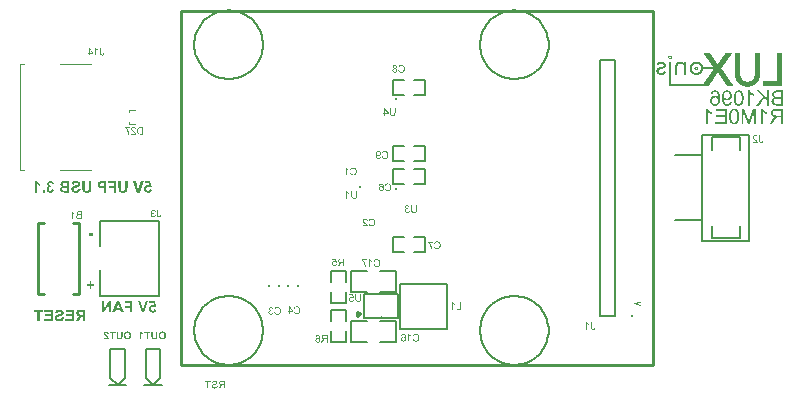
<source format=gbo>
G04*
G04 #@! TF.GenerationSoftware,Altium Limited,Altium Designer,21.2.2 (38)*
G04*
G04 Layer_Color=32896*
%FSLAX44Y44*%
%MOMM*%
G71*
G04*
G04 #@! TF.SameCoordinates,2A6C1C92-B5F8-495A-87A3-FCD029FF8D19*
G04*
G04*
G04 #@! TF.FilePolarity,Positive*
G04*
G01*
G75*
%ADD10C,0.2540*%
%ADD11C,0.2000*%
%ADD12C,0.2540*%
%ADD13C,0.1000*%
%ADD14C,0.2032*%
%ADD63C,0.1500*%
%ADD116C,0.3000*%
%ADD117C,0.1016*%
G36*
X547878Y291841D02*
X548175D01*
Y291804D01*
X548286D01*
Y291767D01*
X548397D01*
Y291730D01*
X548508D01*
Y291692D01*
X548583D01*
Y291655D01*
X548620D01*
Y291618D01*
X548694D01*
Y291581D01*
X548731D01*
Y291544D01*
X548805D01*
Y291507D01*
X548842D01*
Y291470D01*
X548880D01*
Y291433D01*
X548917D01*
Y291396D01*
X548954D01*
Y291358D01*
X548991D01*
Y291321D01*
X549028D01*
Y291284D01*
Y291247D01*
X549065D01*
Y291210D01*
X549102D01*
Y291173D01*
Y291136D01*
X549139D01*
Y291099D01*
Y291062D01*
X549176D01*
Y291024D01*
Y290987D01*
X549213D01*
Y290950D01*
Y290913D01*
X549250D01*
Y290876D01*
Y290839D01*
Y290802D01*
X549288D01*
Y290765D01*
Y290728D01*
Y290691D01*
Y290653D01*
Y290616D01*
X549325D01*
Y290579D01*
Y290542D01*
Y290505D01*
Y290468D01*
Y290431D01*
Y290394D01*
Y290357D01*
Y290320D01*
Y290282D01*
Y290245D01*
Y290208D01*
Y290171D01*
Y290134D01*
Y290097D01*
Y290060D01*
X549288D01*
Y290023D01*
Y289986D01*
Y289949D01*
Y289911D01*
Y289874D01*
X549250D01*
Y289837D01*
Y289800D01*
Y289763D01*
X549213D01*
Y289726D01*
Y289689D01*
X549176D01*
Y289652D01*
Y289615D01*
X549139D01*
Y289578D01*
Y289540D01*
X549102D01*
Y289503D01*
Y289466D01*
X549065D01*
Y289429D01*
X549028D01*
Y289392D01*
Y289355D01*
X548991D01*
Y289318D01*
X548954D01*
Y289281D01*
X548917D01*
Y289244D01*
X548880D01*
Y289207D01*
X548842D01*
Y289169D01*
X548805D01*
Y289132D01*
X548731D01*
Y289095D01*
X548694D01*
Y289058D01*
X548620D01*
Y289021D01*
X548583D01*
Y288984D01*
X548508D01*
Y288947D01*
X548397D01*
Y288910D01*
X548323D01*
Y288873D01*
X548175D01*
Y288836D01*
X547915D01*
Y288798D01*
X547655D01*
Y288836D01*
X547395D01*
Y288873D01*
X547247D01*
Y288910D01*
X547136D01*
Y288947D01*
X547062D01*
Y288984D01*
X546987D01*
Y289021D01*
X546913D01*
Y289058D01*
X546876D01*
Y289095D01*
X546802D01*
Y289132D01*
X546765D01*
Y289169D01*
X546728D01*
Y289207D01*
X546690D01*
Y289244D01*
X546653D01*
Y289281D01*
X546616D01*
Y289318D01*
X546579D01*
Y289355D01*
X546542D01*
Y289392D01*
X546505D01*
Y289429D01*
Y289466D01*
X546468D01*
Y289503D01*
X546431D01*
Y289540D01*
Y289578D01*
X546394D01*
Y289615D01*
Y289652D01*
X546357D01*
Y289689D01*
Y289726D01*
X546320D01*
Y289763D01*
Y289800D01*
Y289837D01*
X546282D01*
Y289874D01*
Y289911D01*
Y289949D01*
Y289986D01*
X546245D01*
Y290023D01*
Y290060D01*
Y290097D01*
Y290134D01*
Y290171D01*
Y290208D01*
Y290245D01*
Y290282D01*
Y290320D01*
Y290357D01*
Y290394D01*
Y290431D01*
Y290468D01*
Y290505D01*
Y290542D01*
Y290579D01*
Y290616D01*
Y290653D01*
Y290691D01*
X546282D01*
Y290728D01*
Y290765D01*
Y290802D01*
Y290839D01*
X546320D01*
Y290876D01*
Y290913D01*
Y290950D01*
X546357D01*
Y290987D01*
Y291024D01*
X546394D01*
Y291062D01*
Y291099D01*
X546431D01*
Y291136D01*
Y291173D01*
X546468D01*
Y291210D01*
X546505D01*
Y291247D01*
Y291284D01*
X546542D01*
Y291321D01*
X546579D01*
Y291358D01*
X546616D01*
Y291396D01*
X546653D01*
Y291433D01*
X546690D01*
Y291470D01*
X546728D01*
Y291507D01*
X546765D01*
Y291544D01*
X546802D01*
Y291581D01*
X546876D01*
Y291618D01*
X546913D01*
Y291655D01*
X546987D01*
Y291692D01*
X547062D01*
Y291730D01*
X547136D01*
Y291767D01*
X547247D01*
Y291804D01*
X547395D01*
Y291841D01*
X547692D01*
Y291878D01*
X547878D01*
Y291841D01*
D02*
G37*
G36*
X600712Y294364D02*
Y294327D01*
X600675D01*
Y294290D01*
X600638D01*
Y294252D01*
X600601D01*
Y294215D01*
Y294178D01*
X600564D01*
Y294141D01*
X600526D01*
Y294104D01*
Y294067D01*
X600489D01*
Y294030D01*
X600452D01*
Y293993D01*
Y293956D01*
X600415D01*
Y293918D01*
X600378D01*
Y293881D01*
X600341D01*
Y293844D01*
Y293807D01*
X600304D01*
Y293770D01*
X600267D01*
Y293733D01*
Y293696D01*
X600230D01*
Y293659D01*
X600192D01*
Y293622D01*
X600155D01*
Y293585D01*
Y293547D01*
X600118D01*
Y293510D01*
X600081D01*
Y293473D01*
Y293436D01*
X600044D01*
Y293399D01*
X600007D01*
Y293362D01*
X599970D01*
Y293325D01*
Y293288D01*
X599933D01*
Y293251D01*
X599896D01*
Y293214D01*
Y293176D01*
X599859D01*
Y293139D01*
X599822D01*
Y293102D01*
X599784D01*
Y293065D01*
Y293028D01*
X599747D01*
Y292991D01*
X599710D01*
Y292954D01*
Y292917D01*
X599673D01*
Y292880D01*
X599636D01*
Y292843D01*
X599599D01*
Y292806D01*
Y292768D01*
X599562D01*
Y292731D01*
X599525D01*
Y292694D01*
Y292657D01*
X599487D01*
Y292620D01*
X599450D01*
Y292583D01*
Y292546D01*
X599413D01*
Y292509D01*
X599376D01*
Y292472D01*
X599339D01*
Y292434D01*
Y292397D01*
X599302D01*
Y292360D01*
X599265D01*
Y292323D01*
Y292286D01*
X599228D01*
Y292249D01*
X599191D01*
Y292212D01*
X599154D01*
Y292175D01*
Y292138D01*
X599117D01*
Y292101D01*
X599079D01*
Y292063D01*
Y292026D01*
X599042D01*
Y291989D01*
X599005D01*
Y291952D01*
X598968D01*
Y291915D01*
Y291878D01*
X598931D01*
Y291841D01*
X598894D01*
Y291804D01*
Y291767D01*
X598857D01*
Y291730D01*
X598820D01*
Y291692D01*
X598783D01*
Y291655D01*
Y291618D01*
X598745D01*
Y291581D01*
X598708D01*
Y291544D01*
Y291507D01*
X598671D01*
Y291470D01*
X598634D01*
Y291433D01*
X598597D01*
Y291396D01*
Y291358D01*
X598560D01*
Y291321D01*
X598523D01*
Y291284D01*
Y291247D01*
X598486D01*
Y291210D01*
X598449D01*
Y291173D01*
Y291136D01*
X598412D01*
Y291099D01*
X598374D01*
Y291062D01*
X598337D01*
Y291024D01*
Y290987D01*
X598300D01*
Y290950D01*
X598263D01*
Y290913D01*
Y290876D01*
X598226D01*
Y290839D01*
X598189D01*
Y290802D01*
X598152D01*
Y290765D01*
Y290728D01*
X598115D01*
Y290691D01*
X598078D01*
Y290653D01*
Y290616D01*
X598041D01*
Y290579D01*
X598004D01*
Y290542D01*
X597966D01*
Y290505D01*
Y290468D01*
X597929D01*
Y290431D01*
X597892D01*
Y290394D01*
Y290357D01*
X597855D01*
Y290320D01*
X597818D01*
Y290282D01*
X597781D01*
Y290245D01*
Y290208D01*
X597744D01*
Y290171D01*
X597707D01*
Y290134D01*
Y290097D01*
X597669D01*
Y290060D01*
X597632D01*
Y290023D01*
X597595D01*
Y289986D01*
Y289949D01*
X597558D01*
Y289911D01*
X597521D01*
Y289874D01*
Y289837D01*
X597484D01*
Y289800D01*
X597447D01*
Y289763D01*
Y289726D01*
X597410D01*
Y289689D01*
X597373D01*
Y289652D01*
X597336D01*
Y289615D01*
Y289578D01*
X597299D01*
Y289540D01*
X597261D01*
Y289503D01*
Y289466D01*
X597224D01*
Y289429D01*
X597187D01*
Y289392D01*
X597150D01*
Y289355D01*
Y289318D01*
X597113D01*
Y289281D01*
X597076D01*
Y289244D01*
Y289207D01*
X597039D01*
Y289169D01*
X597002D01*
Y289132D01*
X596965D01*
Y289095D01*
Y289058D01*
X596927D01*
Y289021D01*
X596890D01*
Y288984D01*
Y288947D01*
X596853D01*
Y288910D01*
X596816D01*
Y288873D01*
X596779D01*
Y288836D01*
Y288798D01*
X596742D01*
Y288761D01*
X596705D01*
Y288724D01*
Y288687D01*
X596668D01*
Y288650D01*
X596631D01*
Y288613D01*
X596594D01*
Y288576D01*
Y288539D01*
X596556D01*
Y288502D01*
X596519D01*
Y288464D01*
Y288427D01*
X596482D01*
Y288390D01*
X596445D01*
Y288353D01*
X596408D01*
Y288316D01*
Y288279D01*
X596371D01*
Y288242D01*
X596334D01*
Y288205D01*
Y288168D01*
X596297D01*
Y288130D01*
X596260D01*
Y288093D01*
Y288056D01*
X596222D01*
Y288019D01*
X596185D01*
Y287982D01*
X596148D01*
Y287945D01*
Y287908D01*
X596111D01*
Y287871D01*
X596074D01*
Y287834D01*
Y287797D01*
X596037D01*
Y287759D01*
X596000D01*
Y287722D01*
X595963D01*
Y287685D01*
Y287648D01*
X595926D01*
Y287611D01*
X595889D01*
Y287574D01*
Y287537D01*
X595852D01*
Y287500D01*
X595814D01*
Y287463D01*
X595777D01*
Y287426D01*
Y287388D01*
X595740D01*
Y287351D01*
X595703D01*
Y287314D01*
Y287277D01*
X595666D01*
Y287240D01*
X595629D01*
Y287203D01*
X595592D01*
Y287166D01*
Y287129D01*
X595555D01*
Y287092D01*
X595518D01*
Y287055D01*
Y287017D01*
X595480D01*
Y286980D01*
X595443D01*
Y286943D01*
X595406D01*
Y286906D01*
Y286869D01*
X595369D01*
Y286832D01*
X595332D01*
Y286795D01*
Y286758D01*
X595295D01*
Y286721D01*
X595258D01*
Y286684D01*
Y286646D01*
X595221D01*
Y286609D01*
X595184D01*
Y286572D01*
X595146D01*
Y286535D01*
Y286498D01*
X595109D01*
Y286461D01*
X595072D01*
Y286424D01*
Y286387D01*
X595035D01*
Y286350D01*
X594998D01*
Y286313D01*
X594961D01*
Y286275D01*
Y286238D01*
X594924D01*
Y286201D01*
X594887D01*
Y286164D01*
Y286127D01*
X594850D01*
Y286090D01*
X594813D01*
Y286053D01*
X594776D01*
Y286016D01*
Y285979D01*
X594738D01*
Y285942D01*
X594701D01*
Y285904D01*
Y285867D01*
X594664D01*
Y285830D01*
X594627D01*
Y285793D01*
X594590D01*
Y285756D01*
Y285719D01*
X594553D01*
Y285682D01*
X594516D01*
Y285645D01*
Y285607D01*
X594479D01*
Y285570D01*
X594442D01*
Y285533D01*
X594404D01*
Y285496D01*
Y285459D01*
X594367D01*
Y285422D01*
X594330D01*
Y285385D01*
Y285348D01*
X594293D01*
Y285311D01*
X594256D01*
Y285274D01*
Y285236D01*
X594219D01*
Y285199D01*
X594182D01*
Y285162D01*
X594145D01*
Y285125D01*
Y285088D01*
X594108D01*
Y285051D01*
X594071D01*
Y285014D01*
Y284977D01*
X594034D01*
Y284940D01*
X593996D01*
Y284903D01*
X593959D01*
Y284865D01*
Y284828D01*
X593922D01*
Y284791D01*
X593885D01*
Y284754D01*
Y284717D01*
X593848D01*
Y284680D01*
X593811D01*
Y284643D01*
X593774D01*
Y284606D01*
Y284569D01*
X593737D01*
Y284532D01*
X593699D01*
Y284494D01*
Y284457D01*
X593662D01*
Y284420D01*
X593625D01*
Y284383D01*
X593588D01*
Y284346D01*
Y284309D01*
X593551D01*
Y284272D01*
X593514D01*
Y284235D01*
Y284198D01*
X593477D01*
Y284160D01*
X593440D01*
Y284123D01*
X593403D01*
Y284086D01*
Y284049D01*
X593366D01*
Y284012D01*
X593329D01*
Y283975D01*
Y283938D01*
X593291D01*
Y283901D01*
X593254D01*
Y283864D01*
Y283827D01*
X593217D01*
Y283790D01*
X593180D01*
Y283752D01*
X593143D01*
Y283715D01*
Y283678D01*
X593106D01*
Y283641D01*
X593069D01*
Y283604D01*
Y283567D01*
X593032D01*
Y283530D01*
X592995D01*
Y283493D01*
X592957D01*
Y283456D01*
Y283419D01*
X592920D01*
Y283381D01*
X592883D01*
Y283344D01*
Y283307D01*
X592846D01*
Y283270D01*
X592809D01*
Y283233D01*
X592772D01*
Y283196D01*
Y283159D01*
X592735D01*
Y283122D01*
X592698D01*
Y283085D01*
Y283048D01*
X592661D01*
Y283010D01*
X592624D01*
Y282973D01*
X592587D01*
Y282936D01*
Y282899D01*
X592549D01*
Y282862D01*
X592512D01*
Y282825D01*
Y282788D01*
X592475D01*
Y282751D01*
X592438D01*
Y282714D01*
X592401D01*
Y282676D01*
Y282639D01*
X592364D01*
Y282602D01*
X592327D01*
Y282565D01*
Y282528D01*
X592290D01*
Y282491D01*
X592253D01*
Y282454D01*
X592215D01*
Y282417D01*
Y282380D01*
X592178D01*
Y282342D01*
X592141D01*
Y282305D01*
Y282268D01*
X592104D01*
Y282231D01*
X592067D01*
Y282194D01*
Y282157D01*
X592030D01*
Y282120D01*
X591993D01*
Y282083D01*
X591956D01*
Y282046D01*
Y282009D01*
X591919D01*
Y281971D01*
X591881D01*
Y281934D01*
Y281897D01*
X591844D01*
Y281860D01*
X591807D01*
Y281823D01*
X591770D01*
Y281786D01*
Y281749D01*
X591733D01*
Y281712D01*
X591696D01*
Y281675D01*
Y281638D01*
X591659D01*
Y281600D01*
X591622D01*
Y281563D01*
X591585D01*
Y281526D01*
Y281489D01*
X591548D01*
Y281452D01*
X591511D01*
Y281415D01*
Y281378D01*
X591473D01*
Y281341D01*
X591436D01*
Y281304D01*
X591399D01*
Y281266D01*
Y281229D01*
X591362D01*
Y281192D01*
X591325D01*
Y281155D01*
Y281118D01*
X591288D01*
Y281081D01*
X591251D01*
Y281044D01*
Y281007D01*
X591288D01*
Y280970D01*
X591325D01*
Y280933D01*
Y280896D01*
X591362D01*
Y280858D01*
X591399D01*
Y280821D01*
Y280784D01*
X591436D01*
Y280747D01*
X591473D01*
Y280710D01*
Y280673D01*
X591511D01*
Y280636D01*
X591548D01*
Y280599D01*
Y280562D01*
X591585D01*
Y280525D01*
X591622D01*
Y280487D01*
Y280450D01*
X591659D01*
Y280413D01*
X591696D01*
Y280376D01*
X591733D01*
Y280339D01*
Y280302D01*
X591770D01*
Y280265D01*
X591807D01*
Y280228D01*
Y280191D01*
X591844D01*
Y280154D01*
X591881D01*
Y280116D01*
Y280079D01*
X591919D01*
Y280042D01*
X591956D01*
Y280005D01*
Y279968D01*
X591993D01*
Y279931D01*
X592030D01*
Y279894D01*
X592067D01*
Y279857D01*
Y279820D01*
X592104D01*
Y279782D01*
X592141D01*
Y279745D01*
Y279708D01*
X592178D01*
Y279671D01*
X592215D01*
Y279634D01*
Y279597D01*
X592253D01*
Y279560D01*
X592290D01*
Y279523D01*
Y279486D01*
X592327D01*
Y279449D01*
X592364D01*
Y279411D01*
X592401D01*
Y279374D01*
Y279337D01*
X592438D01*
Y279300D01*
X592475D01*
Y279263D01*
Y279226D01*
X592512D01*
Y279189D01*
X592549D01*
Y279152D01*
Y279115D01*
X592587D01*
Y279077D01*
X592624D01*
Y279040D01*
Y279003D01*
X592661D01*
Y278966D01*
X592698D01*
Y278929D01*
X592735D01*
Y278892D01*
Y278855D01*
X592772D01*
Y278818D01*
X592809D01*
Y278781D01*
Y278744D01*
X592846D01*
Y278706D01*
X592883D01*
Y278669D01*
Y278632D01*
X592920D01*
Y278595D01*
X592957D01*
Y278558D01*
Y278521D01*
X592995D01*
Y278484D01*
X593032D01*
Y278447D01*
X593069D01*
Y278410D01*
Y278372D01*
X593106D01*
Y278335D01*
X593143D01*
Y278298D01*
Y278261D01*
X593180D01*
Y278224D01*
X593217D01*
Y278187D01*
Y278150D01*
X593254D01*
Y278113D01*
X593291D01*
Y278076D01*
Y278039D01*
X593329D01*
Y278001D01*
X593366D01*
Y277964D01*
X593403D01*
Y277927D01*
Y277890D01*
X593440D01*
Y277853D01*
X593477D01*
Y277816D01*
Y277779D01*
X593514D01*
Y277742D01*
X593551D01*
Y277705D01*
Y277668D01*
X593588D01*
Y277631D01*
X593625D01*
Y277593D01*
Y277556D01*
X593662D01*
Y277519D01*
X593699D01*
Y277482D01*
X593737D01*
Y277445D01*
Y277408D01*
X593774D01*
Y277371D01*
X593811D01*
Y277334D01*
Y277297D01*
X593848D01*
Y277260D01*
X593885D01*
Y277222D01*
Y277185D01*
X593922D01*
Y277148D01*
X593959D01*
Y277111D01*
Y277074D01*
X593996D01*
Y277037D01*
X594034D01*
Y277000D01*
X594071D01*
Y276963D01*
Y276926D01*
X594108D01*
Y276888D01*
X594145D01*
Y276851D01*
Y276814D01*
X594182D01*
Y276777D01*
X594219D01*
Y276740D01*
Y276703D01*
X594256D01*
Y276666D01*
X594293D01*
Y276629D01*
Y276592D01*
X594330D01*
Y276555D01*
X594367D01*
Y276517D01*
X594404D01*
Y276480D01*
Y276443D01*
X594442D01*
Y276406D01*
X594479D01*
Y276369D01*
Y276332D01*
X594516D01*
Y276295D01*
X594553D01*
Y276258D01*
Y276221D01*
X594590D01*
Y276183D01*
X594627D01*
Y276146D01*
Y276109D01*
X594664D01*
Y276072D01*
X594701D01*
Y276035D01*
Y275998D01*
X594738D01*
Y275961D01*
X594776D01*
Y275924D01*
X594813D01*
Y275887D01*
Y275850D01*
X594850D01*
Y275812D01*
X594887D01*
Y275775D01*
Y275738D01*
X594924D01*
Y275701D01*
X594961D01*
Y275664D01*
Y275627D01*
X594998D01*
Y275590D01*
X595035D01*
Y275553D01*
Y275516D01*
X595072D01*
Y275478D01*
X595109D01*
Y275441D01*
X595146D01*
Y275404D01*
Y275367D01*
X595184D01*
Y275330D01*
X595221D01*
Y275293D01*
Y275256D01*
X595258D01*
Y275219D01*
X595295D01*
Y275182D01*
Y275145D01*
X595332D01*
Y275107D01*
X595369D01*
Y275070D01*
Y275033D01*
X595406D01*
Y274996D01*
X595443D01*
Y274959D01*
X595480D01*
Y274922D01*
Y274885D01*
X595518D01*
Y274848D01*
X595555D01*
Y274811D01*
Y274774D01*
X595592D01*
Y274736D01*
X595629D01*
Y274699D01*
Y274662D01*
X595666D01*
Y274625D01*
X595703D01*
Y274588D01*
Y274551D01*
X595740D01*
Y274514D01*
X595777D01*
Y274477D01*
X595814D01*
Y274440D01*
Y274403D01*
X595852D01*
Y274365D01*
X595889D01*
Y274328D01*
Y274291D01*
X595926D01*
Y274254D01*
X595963D01*
Y274217D01*
Y274180D01*
X596000D01*
Y274143D01*
X596037D01*
Y274106D01*
Y274069D01*
X596074D01*
Y274032D01*
X596111D01*
Y273994D01*
X596148D01*
Y273957D01*
Y273920D01*
X596185D01*
Y273883D01*
X596222D01*
Y273846D01*
Y273809D01*
X596260D01*
Y273772D01*
X596297D01*
Y273735D01*
Y273698D01*
X596334D01*
Y273661D01*
X596371D01*
Y273623D01*
Y273586D01*
X596408D01*
Y273549D01*
X596445D01*
Y273512D01*
X596482D01*
Y273475D01*
Y273438D01*
X596519D01*
Y273401D01*
X596556D01*
Y273364D01*
Y273327D01*
X596594D01*
Y273290D01*
X596631D01*
Y273252D01*
Y273215D01*
X596668D01*
Y273178D01*
X596705D01*
Y273141D01*
Y273104D01*
X596742D01*
Y273067D01*
X596779D01*
Y273030D01*
X596816D01*
Y272993D01*
Y272955D01*
X596853D01*
Y272918D01*
X596890D01*
Y272881D01*
Y272844D01*
X596927D01*
Y272807D01*
X596965D01*
Y272770D01*
Y272733D01*
X597002D01*
Y272696D01*
X597039D01*
Y272659D01*
Y272622D01*
X597076D01*
Y272584D01*
X597113D01*
Y272547D01*
X597150D01*
Y272510D01*
Y272473D01*
X597187D01*
Y272436D01*
X597224D01*
Y272399D01*
Y272362D01*
X597261D01*
Y272325D01*
X597299D01*
Y272288D01*
Y272251D01*
X597336D01*
Y272213D01*
X597373D01*
Y272176D01*
Y272139D01*
X597410D01*
Y272102D01*
X597447D01*
Y272065D01*
Y272028D01*
X597484D01*
Y271991D01*
X597521D01*
Y271954D01*
X597558D01*
Y271917D01*
Y271880D01*
X597595D01*
Y271842D01*
X597632D01*
Y271805D01*
Y271768D01*
X597669D01*
Y271731D01*
X597707D01*
Y271694D01*
Y271657D01*
X597744D01*
Y271620D01*
X597781D01*
Y271583D01*
Y271546D01*
X597818D01*
Y271509D01*
X597855D01*
Y271471D01*
X597892D01*
Y271434D01*
Y271397D01*
X597929D01*
Y271360D01*
X597966D01*
Y271323D01*
Y271286D01*
X598004D01*
Y271249D01*
X598041D01*
Y271212D01*
Y271175D01*
X598078D01*
Y271138D01*
X598115D01*
Y271100D01*
Y271063D01*
X598152D01*
Y271026D01*
X598189D01*
Y270989D01*
X598226D01*
Y270952D01*
Y270915D01*
X598263D01*
Y270878D01*
X598300D01*
Y270841D01*
Y270804D01*
X598337D01*
Y270767D01*
X598374D01*
Y270729D01*
Y270692D01*
X598412D01*
Y270655D01*
X598449D01*
Y270618D01*
Y270581D01*
X598486D01*
Y270544D01*
X598523D01*
Y270507D01*
X598560D01*
Y270470D01*
Y270433D01*
X598597D01*
Y270395D01*
X598634D01*
Y270358D01*
Y270321D01*
X598671D01*
Y270284D01*
X598708D01*
Y270247D01*
Y270210D01*
X598745D01*
Y270173D01*
X598783D01*
Y270136D01*
Y270099D01*
X598820D01*
Y270061D01*
X598857D01*
Y270024D01*
X598894D01*
Y269987D01*
Y269950D01*
X598931D01*
Y269913D01*
X598968D01*
Y269876D01*
Y269839D01*
X599005D01*
Y269802D01*
X599042D01*
Y269765D01*
Y269728D01*
X599079D01*
Y269690D01*
X599117D01*
Y269653D01*
Y269616D01*
X599154D01*
Y269579D01*
X599191D01*
Y269542D01*
X599228D01*
Y269505D01*
Y269468D01*
X599265D01*
Y269431D01*
X599302D01*
Y269394D01*
Y269357D01*
X599339D01*
Y269319D01*
X599376D01*
Y269282D01*
Y269245D01*
X599413D01*
Y269208D01*
X599450D01*
Y269171D01*
Y269134D01*
X599487D01*
Y269097D01*
X599525D01*
Y269060D01*
X599562D01*
Y269023D01*
Y268986D01*
X599599D01*
Y268948D01*
X599636D01*
Y268911D01*
Y268874D01*
X599673D01*
Y268837D01*
X599710D01*
Y268800D01*
Y268763D01*
X599747D01*
Y268726D01*
X599784D01*
Y268689D01*
Y268652D01*
X599822D01*
Y268615D01*
X599859D01*
Y268577D01*
X599896D01*
Y268540D01*
Y268503D01*
X599933D01*
Y268466D01*
X599970D01*
Y268429D01*
Y268392D01*
X600007D01*
Y268355D01*
X600044D01*
Y268318D01*
Y268281D01*
X600081D01*
Y268244D01*
X600118D01*
Y268206D01*
Y268169D01*
X600155D01*
Y268132D01*
X600192D01*
Y268095D01*
X600230D01*
Y268058D01*
Y268021D01*
X600267D01*
Y267984D01*
X600304D01*
Y267947D01*
Y267910D01*
X600341D01*
Y267873D01*
X600378D01*
Y267835D01*
Y267798D01*
X600415D01*
Y267761D01*
X600452D01*
Y267724D01*
Y267687D01*
X600489D01*
Y267650D01*
X600526D01*
Y267613D01*
Y267576D01*
X600564D01*
Y267539D01*
X600601D01*
Y267501D01*
X600638D01*
Y267464D01*
Y267427D01*
X600675D01*
Y267390D01*
X600712D01*
Y267353D01*
Y267316D01*
X600749D01*
Y267279D01*
X600786D01*
Y267242D01*
Y267205D01*
X600823D01*
Y267167D01*
X600860D01*
Y267130D01*
Y267093D01*
X600897D01*
Y267056D01*
X600935D01*
Y267019D01*
X600972D01*
Y266982D01*
Y266945D01*
X601009D01*
Y266908D01*
X601046D01*
Y266871D01*
Y266834D01*
X601083D01*
Y266796D01*
X601120D01*
Y266759D01*
Y266722D01*
X601157D01*
Y266685D01*
X601194D01*
Y266648D01*
Y266611D01*
X601231D01*
Y266574D01*
X601269D01*
Y266537D01*
X601306D01*
Y266500D01*
Y266463D01*
X601343D01*
Y266425D01*
X601380D01*
Y266388D01*
Y266351D01*
X601417D01*
Y266314D01*
X601454D01*
Y266277D01*
X595889D01*
Y266314D01*
X595852D01*
Y266351D01*
X595814D01*
Y266388D01*
Y266425D01*
X595777D01*
Y266463D01*
X595740D01*
Y266500D01*
Y266537D01*
X595703D01*
Y266574D01*
X595666D01*
Y266611D01*
Y266648D01*
X595629D01*
Y266685D01*
X595592D01*
Y266722D01*
Y266759D01*
X595555D01*
Y266796D01*
X595518D01*
Y266834D01*
Y266871D01*
X595480D01*
Y266908D01*
X595443D01*
Y266945D01*
Y266982D01*
X595406D01*
Y267019D01*
X595369D01*
Y267056D01*
Y267093D01*
X595332D01*
Y267130D01*
X595295D01*
Y267167D01*
Y267205D01*
X595258D01*
Y267242D01*
X595221D01*
Y267279D01*
Y267316D01*
X595184D01*
Y267353D01*
X595146D01*
Y267390D01*
Y267427D01*
X595109D01*
Y267464D01*
X595072D01*
Y267501D01*
Y267539D01*
X595035D01*
Y267576D01*
X594998D01*
Y267613D01*
Y267650D01*
X594961D01*
Y267687D01*
X594924D01*
Y267724D01*
Y267761D01*
X594887D01*
Y267798D01*
X594850D01*
Y267835D01*
Y267873D01*
X594813D01*
Y267910D01*
X594776D01*
Y267947D01*
Y267984D01*
X594738D01*
Y268021D01*
X594701D01*
Y268058D01*
Y268095D01*
X594664D01*
Y268132D01*
X594627D01*
Y268169D01*
Y268206D01*
X594590D01*
Y268244D01*
X594553D01*
Y268281D01*
Y268318D01*
X594516D01*
Y268355D01*
X594479D01*
Y268392D01*
Y268429D01*
X594442D01*
Y268466D01*
X594404D01*
Y268503D01*
X594367D01*
Y268540D01*
Y268577D01*
X594330D01*
Y268615D01*
X594293D01*
Y268652D01*
Y268689D01*
X594256D01*
Y268726D01*
X594219D01*
Y268763D01*
Y268800D01*
X594182D01*
Y268837D01*
X594145D01*
Y268874D01*
Y268911D01*
X594108D01*
Y268948D01*
X594071D01*
Y268986D01*
Y269023D01*
X594034D01*
Y269060D01*
X593996D01*
Y269097D01*
Y269134D01*
X593959D01*
Y269171D01*
X593922D01*
Y269208D01*
Y269245D01*
X593885D01*
Y269282D01*
X593848D01*
Y269319D01*
Y269357D01*
X593811D01*
Y269394D01*
X593774D01*
Y269431D01*
Y269468D01*
X593737D01*
Y269505D01*
X593699D01*
Y269542D01*
Y269579D01*
X593662D01*
Y269616D01*
X593625D01*
Y269653D01*
Y269690D01*
X593588D01*
Y269728D01*
X593551D01*
Y269765D01*
Y269802D01*
X593514D01*
Y269839D01*
X593477D01*
Y269876D01*
Y269913D01*
X593440D01*
Y269950D01*
X593403D01*
Y269987D01*
Y270024D01*
X593366D01*
Y270061D01*
X593329D01*
Y270099D01*
Y270136D01*
X593291D01*
Y270173D01*
X593254D01*
Y270210D01*
Y270247D01*
X593217D01*
Y270284D01*
X593180D01*
Y270321D01*
Y270358D01*
X593143D01*
Y270395D01*
X593106D01*
Y270433D01*
Y270470D01*
X593069D01*
Y270507D01*
X593032D01*
Y270544D01*
Y270581D01*
X592995D01*
Y270618D01*
X592957D01*
Y270655D01*
Y270692D01*
X592920D01*
Y270729D01*
X592883D01*
Y270767D01*
Y270804D01*
X592846D01*
Y270841D01*
X592809D01*
Y270878D01*
Y270915D01*
X592772D01*
Y270952D01*
X592735D01*
Y270989D01*
X592698D01*
Y271026D01*
Y271063D01*
X592661D01*
Y271100D01*
X592624D01*
Y271138D01*
Y271175D01*
X592587D01*
Y271212D01*
X592549D01*
Y271249D01*
Y271286D01*
X592512D01*
Y271323D01*
X592475D01*
Y271360D01*
Y271397D01*
X592438D01*
Y271434D01*
X592401D01*
Y271471D01*
Y271509D01*
X592364D01*
Y271546D01*
X592327D01*
Y271583D01*
Y271620D01*
X592290D01*
Y271657D01*
X592253D01*
Y271694D01*
Y271731D01*
X592215D01*
Y271768D01*
X592178D01*
Y271805D01*
Y271842D01*
X592141D01*
Y271880D01*
X592104D01*
Y271917D01*
Y271954D01*
X592067D01*
Y271991D01*
X592030D01*
Y272028D01*
Y272065D01*
X591993D01*
Y272102D01*
X591956D01*
Y272139D01*
Y272176D01*
X591919D01*
Y272213D01*
X591881D01*
Y272251D01*
Y272288D01*
X591844D01*
Y272325D01*
X591807D01*
Y272362D01*
Y272399D01*
X591770D01*
Y272436D01*
X591733D01*
Y272473D01*
Y272510D01*
X591696D01*
Y272547D01*
X591659D01*
Y272584D01*
Y272622D01*
X591622D01*
Y272659D01*
X591585D01*
Y272696D01*
Y272733D01*
X591548D01*
Y272770D01*
X591511D01*
Y272807D01*
Y272844D01*
X591473D01*
Y272881D01*
X591436D01*
Y272918D01*
Y272955D01*
X591399D01*
Y272993D01*
X591362D01*
Y273030D01*
Y273067D01*
X591325D01*
Y273104D01*
X591288D01*
Y273141D01*
Y273178D01*
X591251D01*
Y273215D01*
X591214D01*
Y273252D01*
Y273290D01*
X591177D01*
Y273327D01*
X591139D01*
Y273364D01*
X591102D01*
Y273401D01*
Y273438D01*
X591065D01*
Y273475D01*
X591028D01*
Y273512D01*
Y273549D01*
X590991D01*
Y273586D01*
X590954D01*
Y273623D01*
Y273661D01*
X590917D01*
Y273698D01*
X590880D01*
Y273735D01*
Y273772D01*
X590843D01*
Y273809D01*
X590806D01*
Y273846D01*
Y273883D01*
X590768D01*
Y273920D01*
X590731D01*
Y273957D01*
Y273994D01*
X590694D01*
Y274032D01*
X590657D01*
Y274069D01*
Y274106D01*
X590620D01*
Y274143D01*
X590583D01*
Y274180D01*
Y274217D01*
X590546D01*
Y274254D01*
X590509D01*
Y274291D01*
Y274328D01*
X590472D01*
Y274365D01*
X590434D01*
Y274403D01*
Y274440D01*
X590397D01*
Y274477D01*
X590360D01*
Y274514D01*
Y274551D01*
X590323D01*
Y274588D01*
X590286D01*
Y274625D01*
Y274662D01*
X590249D01*
Y274699D01*
X590212D01*
Y274736D01*
Y274774D01*
X590175D01*
Y274811D01*
X590138D01*
Y274848D01*
Y274885D01*
X590101D01*
Y274922D01*
X590064D01*
Y274959D01*
Y274996D01*
X590026D01*
Y275033D01*
X589989D01*
Y275070D01*
Y275107D01*
X589952D01*
Y275145D01*
X589915D01*
Y275182D01*
Y275219D01*
X589878D01*
Y275256D01*
X589841D01*
Y275293D01*
Y275330D01*
X589804D01*
Y275367D01*
X589767D01*
Y275404D01*
Y275441D01*
X589729D01*
Y275478D01*
X589692D01*
Y275516D01*
Y275553D01*
X589655D01*
Y275590D01*
X589618D01*
Y275627D01*
Y275664D01*
X589581D01*
Y275701D01*
X589544D01*
Y275738D01*
X589507D01*
Y275775D01*
Y275812D01*
X589470D01*
Y275850D01*
X589433D01*
Y275887D01*
Y275924D01*
X589396D01*
Y275961D01*
X589358D01*
Y275998D01*
Y276035D01*
X589321D01*
Y276072D01*
X589284D01*
Y276109D01*
Y276146D01*
X589247D01*
Y276183D01*
X589210D01*
Y276221D01*
Y276258D01*
X589173D01*
Y276295D01*
X589136D01*
Y276332D01*
Y276369D01*
X589099D01*
Y276406D01*
X589062D01*
Y276443D01*
Y276480D01*
X589025D01*
Y276517D01*
X588988D01*
Y276555D01*
Y276592D01*
X588950D01*
Y276629D01*
X588913D01*
Y276666D01*
Y276703D01*
X588876D01*
Y276740D01*
X588839D01*
Y276777D01*
Y276814D01*
X588802D01*
Y276851D01*
X588765D01*
Y276888D01*
Y276926D01*
X588728D01*
Y276963D01*
X588691D01*
Y277000D01*
Y277037D01*
X588654D01*
Y277074D01*
X588616D01*
Y277111D01*
Y277148D01*
X588579D01*
Y277185D01*
X588542D01*
Y277222D01*
Y277260D01*
X588505D01*
Y277297D01*
X588468D01*
Y277334D01*
Y277371D01*
X588431D01*
Y277408D01*
X588394D01*
Y277445D01*
Y277482D01*
X588357D01*
Y277519D01*
X588320D01*
Y277556D01*
Y277593D01*
X588245D01*
Y277556D01*
Y277519D01*
X588208D01*
Y277482D01*
X588171D01*
Y277445D01*
X588134D01*
Y277408D01*
Y277371D01*
X588097D01*
Y277334D01*
X588060D01*
Y277297D01*
Y277260D01*
X588023D01*
Y277222D01*
X587986D01*
Y277185D01*
Y277148D01*
X587949D01*
Y277111D01*
X587911D01*
Y277074D01*
Y277037D01*
X587874D01*
Y277000D01*
X587837D01*
Y276963D01*
Y276926D01*
X587800D01*
Y276888D01*
X587763D01*
Y276851D01*
Y276814D01*
X587726D01*
Y276777D01*
X587689D01*
Y276740D01*
Y276703D01*
X587652D01*
Y276666D01*
X587615D01*
Y276629D01*
Y276592D01*
X587578D01*
Y276555D01*
X587541D01*
Y276517D01*
Y276480D01*
X587503D01*
Y276443D01*
X587466D01*
Y276406D01*
Y276369D01*
X587429D01*
Y276332D01*
X587392D01*
Y276295D01*
Y276258D01*
X587355D01*
Y276221D01*
X587318D01*
Y276183D01*
Y276146D01*
X587281D01*
Y276109D01*
X587244D01*
Y276072D01*
Y276035D01*
X587207D01*
Y275998D01*
X587169D01*
Y275961D01*
Y275924D01*
X587132D01*
Y275887D01*
X587095D01*
Y275850D01*
Y275812D01*
X587058D01*
Y275775D01*
X587021D01*
Y275738D01*
Y275701D01*
X586984D01*
Y275664D01*
X586947D01*
Y275627D01*
Y275590D01*
X586910D01*
Y275553D01*
X586873D01*
Y275516D01*
Y275478D01*
X586836D01*
Y275441D01*
X586798D01*
Y275404D01*
Y275367D01*
X586761D01*
Y275330D01*
X586724D01*
Y275293D01*
Y275256D01*
X586687D01*
Y275219D01*
X586650D01*
Y275182D01*
Y275145D01*
X586613D01*
Y275107D01*
X586576D01*
Y275070D01*
Y275033D01*
X586539D01*
Y274996D01*
X586502D01*
Y274959D01*
Y274922D01*
X586465D01*
Y274885D01*
X586427D01*
Y274848D01*
Y274811D01*
X586390D01*
Y274774D01*
X586353D01*
Y274736D01*
Y274699D01*
X586316D01*
Y274662D01*
X586279D01*
Y274625D01*
Y274588D01*
X586242D01*
Y274551D01*
X586205D01*
Y274514D01*
Y274477D01*
X586168D01*
Y274440D01*
X586131D01*
Y274403D01*
Y274365D01*
X586093D01*
Y274328D01*
X586056D01*
Y274291D01*
Y274254D01*
X586019D01*
Y274217D01*
X585982D01*
Y274180D01*
Y274143D01*
X585945D01*
Y274106D01*
X585908D01*
Y274069D01*
Y274032D01*
X585871D01*
Y273994D01*
X585834D01*
Y273957D01*
Y273920D01*
X585797D01*
Y273883D01*
X585760D01*
Y273846D01*
Y273809D01*
X585723D01*
Y273772D01*
X585685D01*
Y273735D01*
Y273698D01*
X585648D01*
Y273661D01*
X585611D01*
Y273623D01*
Y273586D01*
X585574D01*
Y273549D01*
X585537D01*
Y273512D01*
Y273475D01*
X585500D01*
Y273438D01*
X585463D01*
Y273401D01*
Y273364D01*
X585426D01*
Y273327D01*
X585388D01*
Y273290D01*
Y273252D01*
X585351D01*
Y273215D01*
X585314D01*
Y273178D01*
Y273141D01*
X585277D01*
Y273104D01*
X585240D01*
Y273067D01*
Y273030D01*
X585203D01*
Y272993D01*
X585166D01*
Y272955D01*
Y272918D01*
X585129D01*
Y272881D01*
X585092D01*
Y272844D01*
Y272807D01*
X585055D01*
Y272770D01*
X585018D01*
Y272733D01*
Y272696D01*
X584980D01*
Y272659D01*
X584943D01*
Y272622D01*
Y272584D01*
X584906D01*
Y272547D01*
X584869D01*
Y272510D01*
Y272473D01*
X584832D01*
Y272436D01*
X584795D01*
Y272399D01*
Y272362D01*
X584758D01*
Y272325D01*
X584721D01*
Y272288D01*
Y272251D01*
X584684D01*
Y272213D01*
X584646D01*
Y272176D01*
Y272139D01*
X584609D01*
Y272102D01*
X584572D01*
Y272065D01*
Y272028D01*
X584535D01*
Y271991D01*
X584498D01*
Y271954D01*
Y271917D01*
X584461D01*
Y271880D01*
X584424D01*
Y271842D01*
Y271805D01*
X584387D01*
Y271768D01*
X584350D01*
Y271731D01*
Y271694D01*
X584313D01*
Y271657D01*
X584276D01*
Y271620D01*
Y271583D01*
X584238D01*
Y271546D01*
X584201D01*
Y271509D01*
Y271471D01*
X584164D01*
Y271434D01*
X584127D01*
Y271397D01*
Y271360D01*
X584090D01*
Y271323D01*
X584053D01*
Y271286D01*
Y271249D01*
X584016D01*
Y271212D01*
X583979D01*
Y271175D01*
Y271138D01*
X583942D01*
Y271100D01*
X583904D01*
Y271063D01*
X583867D01*
Y271026D01*
Y270989D01*
X583830D01*
Y270952D01*
X583793D01*
Y270915D01*
Y270878D01*
X583756D01*
Y270841D01*
X583719D01*
Y270804D01*
Y270767D01*
X583682D01*
Y270729D01*
X583645D01*
Y270692D01*
Y270655D01*
X583608D01*
Y270618D01*
X583571D01*
Y270581D01*
Y270544D01*
X583533D01*
Y270507D01*
X583496D01*
Y270470D01*
Y270433D01*
X583459D01*
Y270395D01*
X583422D01*
Y270358D01*
Y270321D01*
X583385D01*
Y270284D01*
X583348D01*
Y270247D01*
Y270210D01*
X583311D01*
Y270173D01*
X583274D01*
Y270136D01*
Y270099D01*
X583237D01*
Y270061D01*
X583200D01*
Y270024D01*
Y269987D01*
X583162D01*
Y269950D01*
X583125D01*
Y269913D01*
Y269876D01*
X583088D01*
Y269839D01*
X583051D01*
Y269802D01*
Y269765D01*
X583014D01*
Y269728D01*
X582977D01*
Y269690D01*
Y269653D01*
X582940D01*
Y269616D01*
X582903D01*
Y269579D01*
Y269542D01*
X582866D01*
Y269505D01*
X582828D01*
Y269468D01*
Y269431D01*
X582791D01*
Y269394D01*
X582754D01*
Y269357D01*
Y269319D01*
X582717D01*
Y269282D01*
X582680D01*
Y269245D01*
Y269208D01*
X582643D01*
Y269171D01*
X582606D01*
Y269134D01*
Y269097D01*
X582569D01*
Y269060D01*
X582532D01*
Y269023D01*
Y268986D01*
X582495D01*
Y268948D01*
X582457D01*
Y268911D01*
Y268874D01*
X582420D01*
Y268837D01*
X582383D01*
Y268800D01*
Y268763D01*
X582346D01*
Y268726D01*
X582309D01*
Y268689D01*
Y268652D01*
X582272D01*
Y268615D01*
X582235D01*
Y268577D01*
Y268540D01*
X582198D01*
Y268503D01*
X582161D01*
Y268466D01*
Y268429D01*
X582123D01*
Y268392D01*
X582086D01*
Y268355D01*
Y268318D01*
X582049D01*
Y268281D01*
X582012D01*
Y268244D01*
Y268206D01*
X581975D01*
Y268169D01*
X581938D01*
Y268132D01*
Y268095D01*
X581901D01*
Y268058D01*
X581864D01*
Y268021D01*
Y267984D01*
X581827D01*
Y267947D01*
X581790D01*
Y267910D01*
Y267873D01*
X581753D01*
Y267835D01*
X581715D01*
Y267798D01*
Y267761D01*
X581678D01*
Y267724D01*
X581641D01*
Y267687D01*
Y267650D01*
X581604D01*
Y267613D01*
X581567D01*
Y267576D01*
Y267539D01*
X581530D01*
Y267501D01*
X581493D01*
Y267464D01*
Y267427D01*
X581456D01*
Y267390D01*
X581419D01*
Y267353D01*
Y267316D01*
X581381D01*
Y267279D01*
X581344D01*
Y267242D01*
Y267205D01*
X581307D01*
Y267167D01*
X581270D01*
Y267130D01*
Y267093D01*
X581233D01*
Y267056D01*
X581196D01*
Y267019D01*
Y266982D01*
X581159D01*
Y266945D01*
X581122D01*
Y266908D01*
Y266871D01*
X581085D01*
Y266834D01*
X581048D01*
Y266796D01*
Y266759D01*
X581010D01*
Y266722D01*
X580973D01*
Y266685D01*
Y266648D01*
X580936D01*
Y266611D01*
X580899D01*
Y266574D01*
Y266537D01*
X580862D01*
Y266500D01*
X580825D01*
Y266463D01*
Y266425D01*
X580788D01*
Y266388D01*
X580751D01*
Y266351D01*
Y266314D01*
X580714D01*
Y266277D01*
X546913D01*
Y266314D01*
Y266351D01*
Y266388D01*
Y266425D01*
Y266463D01*
Y266500D01*
Y266537D01*
Y266574D01*
Y266611D01*
Y266648D01*
Y266685D01*
Y266722D01*
Y266759D01*
Y266796D01*
Y266834D01*
Y266871D01*
Y266908D01*
Y266945D01*
Y266982D01*
Y267019D01*
Y267056D01*
Y267093D01*
Y267130D01*
Y267167D01*
Y267205D01*
Y267242D01*
Y267279D01*
Y267316D01*
Y267353D01*
Y267390D01*
Y267427D01*
Y267464D01*
Y267501D01*
Y267539D01*
Y267576D01*
Y267613D01*
Y267650D01*
Y267687D01*
Y267724D01*
Y267761D01*
Y267798D01*
Y267835D01*
Y267873D01*
Y267910D01*
Y267947D01*
Y267984D01*
Y268021D01*
Y268058D01*
Y268095D01*
Y268132D01*
Y268169D01*
Y268206D01*
Y268244D01*
Y268281D01*
Y268318D01*
Y268355D01*
Y268392D01*
Y268429D01*
Y268466D01*
Y268503D01*
Y268540D01*
Y268577D01*
Y268615D01*
Y268652D01*
Y268689D01*
Y268726D01*
Y268763D01*
Y268800D01*
Y268837D01*
Y268874D01*
Y268911D01*
Y268948D01*
Y268986D01*
Y269023D01*
Y269060D01*
Y269097D01*
Y269134D01*
Y269171D01*
Y269208D01*
Y269245D01*
Y269282D01*
Y269319D01*
Y269357D01*
Y269394D01*
Y269431D01*
Y269468D01*
Y269505D01*
Y269542D01*
Y269579D01*
Y269616D01*
Y269653D01*
Y269690D01*
Y269728D01*
Y269765D01*
Y269802D01*
Y269839D01*
Y269876D01*
Y269913D01*
Y269950D01*
Y269987D01*
Y270024D01*
Y270061D01*
Y270099D01*
Y270136D01*
Y270173D01*
Y270210D01*
Y270247D01*
Y270284D01*
Y270321D01*
Y270358D01*
Y270395D01*
Y270433D01*
Y270470D01*
Y270507D01*
Y270544D01*
Y270581D01*
Y270618D01*
Y270655D01*
Y270692D01*
Y270729D01*
Y270767D01*
Y270804D01*
Y270841D01*
Y270878D01*
Y270915D01*
Y270952D01*
Y270989D01*
Y271026D01*
Y271063D01*
Y271100D01*
Y271138D01*
Y271175D01*
Y271212D01*
Y271249D01*
Y271286D01*
Y271323D01*
Y271360D01*
Y271397D01*
Y271434D01*
Y271471D01*
Y271509D01*
Y271546D01*
Y271583D01*
Y271620D01*
Y271657D01*
Y271694D01*
Y271731D01*
Y271768D01*
Y271805D01*
Y271842D01*
Y271880D01*
Y271917D01*
Y271954D01*
Y271991D01*
Y272028D01*
Y272065D01*
Y272102D01*
Y272139D01*
Y272176D01*
Y272213D01*
Y272251D01*
Y272288D01*
Y272325D01*
Y272362D01*
Y272399D01*
Y272436D01*
Y272473D01*
Y272510D01*
Y272547D01*
Y272584D01*
Y272622D01*
Y272659D01*
Y272696D01*
Y272733D01*
Y272770D01*
Y272807D01*
Y272844D01*
Y272881D01*
Y272918D01*
Y272955D01*
Y272993D01*
Y273030D01*
Y273067D01*
Y273104D01*
Y273141D01*
Y273178D01*
Y273215D01*
Y273252D01*
Y273290D01*
Y273327D01*
Y273364D01*
Y273401D01*
Y273438D01*
Y273475D01*
Y273512D01*
Y273549D01*
Y273586D01*
Y273623D01*
Y273661D01*
Y273698D01*
Y273735D01*
Y273772D01*
Y273809D01*
Y273846D01*
Y273883D01*
Y273920D01*
Y273957D01*
Y273994D01*
Y274032D01*
Y274069D01*
Y274106D01*
Y274143D01*
Y274180D01*
Y274217D01*
Y274254D01*
Y274291D01*
Y274328D01*
Y274365D01*
Y274403D01*
Y274440D01*
Y274477D01*
Y274514D01*
Y274551D01*
Y274588D01*
Y274625D01*
Y274662D01*
Y274699D01*
Y274736D01*
Y274774D01*
Y274811D01*
Y274848D01*
Y274885D01*
Y274922D01*
Y274959D01*
Y274996D01*
Y275033D01*
Y275070D01*
Y275107D01*
Y275145D01*
Y275182D01*
Y275219D01*
Y275256D01*
Y275293D01*
Y275330D01*
Y275367D01*
Y275404D01*
Y275441D01*
Y275478D01*
Y275516D01*
Y275553D01*
Y275590D01*
Y275627D01*
Y275664D01*
Y275701D01*
Y275738D01*
Y275775D01*
Y275812D01*
Y275850D01*
Y275887D01*
Y275924D01*
Y275961D01*
Y275998D01*
Y276035D01*
Y276072D01*
Y276109D01*
Y276146D01*
Y276183D01*
Y276221D01*
Y276258D01*
Y276295D01*
Y276332D01*
Y276369D01*
Y276406D01*
Y276443D01*
Y276480D01*
Y276517D01*
Y276555D01*
Y276592D01*
Y276629D01*
Y276666D01*
Y276703D01*
Y276740D01*
Y276777D01*
Y276814D01*
Y276851D01*
Y276888D01*
Y276926D01*
Y276963D01*
Y277000D01*
Y277037D01*
Y277074D01*
Y277111D01*
Y277148D01*
Y277185D01*
Y277222D01*
Y277260D01*
Y277297D01*
Y277334D01*
Y277371D01*
Y277408D01*
Y277445D01*
Y277482D01*
Y277519D01*
Y277556D01*
Y277593D01*
Y277631D01*
Y277668D01*
Y277705D01*
Y277742D01*
Y277779D01*
Y277816D01*
Y277853D01*
Y277890D01*
Y277927D01*
Y277964D01*
Y278001D01*
Y278039D01*
Y278076D01*
Y278113D01*
Y278150D01*
Y278187D01*
Y278224D01*
Y278261D01*
Y278298D01*
Y278335D01*
Y278372D01*
Y278410D01*
Y278447D01*
Y278484D01*
Y278521D01*
Y278558D01*
Y278595D01*
Y278632D01*
Y278669D01*
Y278706D01*
Y278744D01*
Y278781D01*
Y278818D01*
Y278855D01*
Y278892D01*
Y278929D01*
Y278966D01*
Y279003D01*
Y279040D01*
Y279077D01*
Y279115D01*
Y279152D01*
Y279189D01*
Y279226D01*
Y279263D01*
Y279300D01*
Y279337D01*
Y279374D01*
Y279411D01*
Y279449D01*
Y279486D01*
Y279523D01*
Y279560D01*
Y279597D01*
Y279634D01*
Y279671D01*
Y279708D01*
Y279745D01*
Y279782D01*
Y279820D01*
Y279857D01*
Y279894D01*
Y279931D01*
Y279968D01*
Y280005D01*
Y280042D01*
Y280079D01*
Y280116D01*
Y280154D01*
Y280191D01*
Y280228D01*
Y280265D01*
Y280302D01*
Y280339D01*
Y280376D01*
Y280413D01*
Y280450D01*
Y280487D01*
Y280525D01*
Y280562D01*
Y280599D01*
Y280636D01*
Y280673D01*
Y280710D01*
Y280747D01*
Y280784D01*
Y280821D01*
Y280858D01*
Y280896D01*
Y280933D01*
Y280970D01*
Y281007D01*
Y281044D01*
Y281081D01*
Y281118D01*
Y281155D01*
Y281192D01*
Y281229D01*
Y281266D01*
Y281304D01*
Y281341D01*
Y281378D01*
Y281415D01*
Y281452D01*
Y281489D01*
Y281526D01*
Y281563D01*
Y281600D01*
Y281638D01*
Y281675D01*
Y281712D01*
Y281749D01*
Y281786D01*
Y281823D01*
Y281860D01*
Y281897D01*
Y281934D01*
Y281971D01*
Y282009D01*
Y282046D01*
Y282083D01*
Y282120D01*
Y282157D01*
Y282194D01*
Y282231D01*
Y282268D01*
Y282305D01*
Y282342D01*
Y282380D01*
Y282417D01*
Y282454D01*
Y282491D01*
Y282528D01*
Y282565D01*
Y282602D01*
Y282639D01*
Y282676D01*
Y282714D01*
Y282751D01*
Y282788D01*
Y282825D01*
Y282862D01*
Y282899D01*
Y282936D01*
Y282973D01*
Y283010D01*
Y283048D01*
Y283085D01*
Y283122D01*
Y283159D01*
Y283196D01*
Y283233D01*
Y283270D01*
Y283307D01*
Y283344D01*
Y283381D01*
Y283419D01*
Y283456D01*
Y283493D01*
Y283530D01*
Y283567D01*
Y283604D01*
Y283641D01*
Y283678D01*
Y283715D01*
Y283752D01*
Y283790D01*
Y283827D01*
Y283864D01*
Y283901D01*
Y283938D01*
Y283975D01*
Y284012D01*
Y284049D01*
Y284086D01*
Y284123D01*
Y284160D01*
Y284198D01*
Y284235D01*
Y284272D01*
Y284309D01*
Y284346D01*
Y284383D01*
Y284420D01*
Y284457D01*
Y284494D01*
Y284532D01*
Y284569D01*
Y284606D01*
Y284643D01*
Y284680D01*
Y284717D01*
Y284754D01*
Y284791D01*
Y284828D01*
Y284865D01*
Y284903D01*
Y284940D01*
Y284977D01*
Y285014D01*
Y285051D01*
Y285088D01*
Y285125D01*
Y285162D01*
Y285199D01*
Y285236D01*
Y285274D01*
Y285311D01*
Y285348D01*
Y285385D01*
Y285422D01*
Y285459D01*
Y285496D01*
Y285533D01*
Y285570D01*
Y285607D01*
Y285645D01*
Y285682D01*
Y285719D01*
Y285756D01*
Y285793D01*
Y285830D01*
Y285867D01*
Y285904D01*
Y285942D01*
Y285979D01*
Y286016D01*
Y286053D01*
Y286090D01*
Y286127D01*
Y286164D01*
Y286201D01*
Y286238D01*
Y286275D01*
Y286313D01*
Y286350D01*
Y286387D01*
Y286424D01*
X548657D01*
Y286387D01*
Y286350D01*
Y286313D01*
Y286275D01*
Y286238D01*
Y286201D01*
Y286164D01*
Y286127D01*
Y286090D01*
Y286053D01*
Y286016D01*
Y285979D01*
Y285942D01*
Y285904D01*
Y285867D01*
Y285830D01*
Y285793D01*
Y285756D01*
Y285719D01*
Y285682D01*
Y285645D01*
Y285607D01*
Y285570D01*
Y285533D01*
Y285496D01*
Y285459D01*
Y285422D01*
Y285385D01*
Y285348D01*
Y285311D01*
Y285274D01*
Y285236D01*
Y285199D01*
Y285162D01*
Y285125D01*
Y285088D01*
Y285051D01*
Y285014D01*
Y284977D01*
Y284940D01*
Y284903D01*
Y284865D01*
Y284828D01*
Y284791D01*
Y284754D01*
Y284717D01*
Y284680D01*
Y284643D01*
Y284606D01*
Y284569D01*
Y284532D01*
Y284494D01*
Y284457D01*
Y284420D01*
Y284383D01*
Y284346D01*
Y284309D01*
Y284272D01*
Y284235D01*
Y284198D01*
Y284160D01*
Y284123D01*
Y284086D01*
Y284049D01*
Y284012D01*
Y283975D01*
Y283938D01*
Y283901D01*
Y283864D01*
Y283827D01*
Y283790D01*
Y283752D01*
Y283715D01*
Y283678D01*
Y283641D01*
Y283604D01*
Y283567D01*
Y283530D01*
Y283493D01*
Y283456D01*
Y283419D01*
Y283381D01*
Y283344D01*
Y283307D01*
Y283270D01*
Y283233D01*
Y283196D01*
Y283159D01*
Y283122D01*
Y283085D01*
Y283048D01*
Y283010D01*
Y282973D01*
Y282936D01*
Y282899D01*
Y282862D01*
Y282825D01*
Y282788D01*
Y282751D01*
Y282714D01*
Y282676D01*
Y282639D01*
Y282602D01*
Y282565D01*
Y282528D01*
Y282491D01*
Y282454D01*
Y282417D01*
Y282380D01*
Y282342D01*
Y282305D01*
Y282268D01*
Y282231D01*
Y282194D01*
Y282157D01*
Y282120D01*
Y282083D01*
Y282046D01*
Y282009D01*
Y281971D01*
Y281934D01*
Y281897D01*
Y281860D01*
Y281823D01*
Y281786D01*
Y281749D01*
Y281712D01*
Y281675D01*
Y281638D01*
Y281600D01*
Y281563D01*
Y281526D01*
Y281489D01*
Y281452D01*
Y281415D01*
Y281378D01*
Y281341D01*
Y281304D01*
Y281266D01*
Y281229D01*
Y281192D01*
Y281155D01*
Y281118D01*
Y281081D01*
Y281044D01*
Y281007D01*
Y280970D01*
Y280933D01*
Y280896D01*
Y280858D01*
Y280821D01*
Y280784D01*
Y280747D01*
Y280710D01*
Y280673D01*
Y280636D01*
Y280599D01*
Y280562D01*
Y280525D01*
Y280487D01*
Y280450D01*
Y280413D01*
Y280376D01*
Y280339D01*
Y280302D01*
Y280265D01*
Y280228D01*
Y280191D01*
Y280154D01*
Y280116D01*
Y280079D01*
Y280042D01*
Y280005D01*
Y279968D01*
Y279931D01*
Y279894D01*
Y279857D01*
Y279820D01*
Y279782D01*
Y279745D01*
Y279708D01*
Y279671D01*
Y279634D01*
Y279597D01*
Y279560D01*
Y279523D01*
Y279486D01*
Y279449D01*
Y279411D01*
Y279374D01*
Y279337D01*
Y279300D01*
Y279263D01*
Y279226D01*
Y279189D01*
Y279152D01*
Y279115D01*
Y279077D01*
Y279040D01*
Y279003D01*
Y278966D01*
Y278929D01*
Y278892D01*
Y278855D01*
Y278818D01*
Y278781D01*
Y278744D01*
Y278706D01*
Y278669D01*
Y278632D01*
Y278595D01*
Y278558D01*
Y278521D01*
Y278484D01*
Y278447D01*
Y278410D01*
Y278372D01*
Y278335D01*
Y278298D01*
Y278261D01*
Y278224D01*
Y278187D01*
Y278150D01*
Y278113D01*
Y278076D01*
Y278039D01*
Y278001D01*
Y277964D01*
Y277927D01*
Y277890D01*
Y277853D01*
Y277816D01*
Y277779D01*
Y277742D01*
Y277705D01*
Y277668D01*
Y277631D01*
Y277593D01*
Y277556D01*
Y277519D01*
Y277482D01*
Y277445D01*
Y277408D01*
Y277371D01*
Y277334D01*
Y277297D01*
Y277260D01*
Y277222D01*
Y277185D01*
Y277148D01*
Y277111D01*
Y277074D01*
Y277037D01*
Y277000D01*
Y276963D01*
Y276926D01*
Y276888D01*
Y276851D01*
Y276814D01*
Y276777D01*
Y276740D01*
Y276703D01*
Y276666D01*
Y276629D01*
Y276592D01*
Y276555D01*
Y276517D01*
Y276480D01*
Y276443D01*
Y276406D01*
Y276369D01*
Y276332D01*
Y276295D01*
Y276258D01*
Y276221D01*
Y276183D01*
Y276146D01*
Y276109D01*
Y276072D01*
Y276035D01*
Y275998D01*
Y275961D01*
Y275924D01*
Y275887D01*
Y275850D01*
Y275812D01*
Y275775D01*
Y275738D01*
Y275701D01*
Y275664D01*
Y275627D01*
Y275590D01*
Y275553D01*
Y275516D01*
Y275478D01*
Y275441D01*
Y275404D01*
Y275367D01*
Y275330D01*
Y275293D01*
Y275256D01*
Y275219D01*
Y275182D01*
Y275145D01*
Y275107D01*
Y275070D01*
Y275033D01*
Y274996D01*
Y274959D01*
Y274922D01*
Y274885D01*
Y274848D01*
Y274811D01*
Y274774D01*
Y274736D01*
Y274699D01*
Y274662D01*
Y274625D01*
Y274588D01*
Y274551D01*
Y274514D01*
Y274477D01*
Y274440D01*
Y274403D01*
Y274365D01*
Y274328D01*
Y274291D01*
Y274254D01*
Y274217D01*
Y274180D01*
Y274143D01*
Y274106D01*
Y274069D01*
Y274032D01*
Y273994D01*
Y273957D01*
Y273920D01*
Y273883D01*
Y273846D01*
Y273809D01*
Y273772D01*
Y273735D01*
Y273698D01*
Y273661D01*
Y273623D01*
Y273586D01*
Y273549D01*
Y273512D01*
Y273475D01*
Y273438D01*
Y273401D01*
Y273364D01*
Y273327D01*
Y273290D01*
Y273252D01*
Y273215D01*
Y273178D01*
Y273141D01*
Y273104D01*
Y273067D01*
Y273030D01*
Y272993D01*
Y272955D01*
Y272918D01*
Y272881D01*
Y272844D01*
Y272807D01*
Y272770D01*
Y272733D01*
Y272696D01*
Y272659D01*
Y272622D01*
Y272584D01*
Y272547D01*
Y272510D01*
Y272473D01*
Y272436D01*
Y272399D01*
Y272362D01*
Y272325D01*
Y272288D01*
Y272251D01*
Y272213D01*
Y272176D01*
Y272139D01*
Y272102D01*
Y272065D01*
Y272028D01*
Y271991D01*
Y271954D01*
Y271917D01*
Y271880D01*
Y271842D01*
Y271805D01*
Y271768D01*
Y271731D01*
Y271694D01*
Y271657D01*
Y271620D01*
Y271583D01*
Y271546D01*
Y271509D01*
Y271471D01*
Y271434D01*
Y271397D01*
Y271360D01*
Y271323D01*
Y271286D01*
Y271249D01*
Y271212D01*
Y271175D01*
Y271138D01*
Y271100D01*
Y271063D01*
Y271026D01*
Y270989D01*
Y270952D01*
Y270915D01*
Y270878D01*
Y270841D01*
Y270804D01*
Y270767D01*
Y270729D01*
Y270692D01*
Y270655D01*
Y270618D01*
Y270581D01*
Y270544D01*
Y270507D01*
Y270470D01*
Y270433D01*
Y270395D01*
Y270358D01*
Y270321D01*
Y270284D01*
Y270247D01*
Y270210D01*
Y270173D01*
Y270136D01*
Y270099D01*
Y270061D01*
Y270024D01*
Y269987D01*
Y269950D01*
Y269913D01*
Y269876D01*
Y269839D01*
Y269802D01*
Y269765D01*
Y269728D01*
Y269690D01*
Y269653D01*
Y269616D01*
Y269579D01*
Y269542D01*
Y269505D01*
Y269468D01*
Y269431D01*
Y269394D01*
Y269357D01*
Y269319D01*
Y269282D01*
Y269245D01*
Y269208D01*
Y269171D01*
Y269134D01*
Y269097D01*
Y269060D01*
Y269023D01*
Y268986D01*
Y268948D01*
Y268911D01*
Y268874D01*
Y268837D01*
Y268800D01*
Y268763D01*
Y268726D01*
Y268689D01*
Y268652D01*
Y268615D01*
Y268577D01*
Y268540D01*
Y268503D01*
Y268466D01*
Y268429D01*
Y268392D01*
Y268355D01*
Y268318D01*
Y268281D01*
Y268244D01*
Y268206D01*
Y268169D01*
Y268132D01*
Y268095D01*
Y268058D01*
Y268021D01*
X576076D01*
Y268058D01*
X576113D01*
Y268095D01*
X576150D01*
Y268132D01*
Y268169D01*
X576187D01*
Y268206D01*
X576224D01*
Y268244D01*
X576261D01*
Y268281D01*
Y268318D01*
X576298D01*
Y268355D01*
X576335D01*
Y268392D01*
Y268429D01*
X576373D01*
Y268466D01*
X576410D01*
Y268503D01*
Y268540D01*
X576447D01*
Y268577D01*
X576484D01*
Y268615D01*
X576521D01*
Y268652D01*
Y268689D01*
X576558D01*
Y268726D01*
X576595D01*
Y268763D01*
Y268800D01*
X576632D01*
Y268837D01*
X576669D01*
Y268874D01*
Y268911D01*
X576707D01*
Y268948D01*
X576744D01*
Y268986D01*
X576781D01*
Y269023D01*
Y269060D01*
X576818D01*
Y269097D01*
X576855D01*
Y269134D01*
Y269171D01*
X576892D01*
Y269208D01*
X576929D01*
Y269245D01*
Y269282D01*
X576966D01*
Y269319D01*
X577003D01*
Y269357D01*
Y269394D01*
X577040D01*
Y269431D01*
X577077D01*
Y269468D01*
X577115D01*
Y269505D01*
Y269542D01*
X577152D01*
Y269579D01*
X577189D01*
Y269616D01*
Y269653D01*
X577226D01*
Y269690D01*
X577263D01*
Y269728D01*
Y269765D01*
X577300D01*
Y269802D01*
X577337D01*
Y269839D01*
X577374D01*
Y269876D01*
Y269913D01*
X577411D01*
Y269950D01*
X577449D01*
Y269987D01*
Y270024D01*
X577486D01*
Y270061D01*
X577523D01*
Y270099D01*
Y270136D01*
X577560D01*
Y270173D01*
X577597D01*
Y270210D01*
X577634D01*
Y270247D01*
Y270284D01*
X577671D01*
Y270321D01*
X577708D01*
Y270358D01*
Y270395D01*
X577745D01*
Y270433D01*
X577783D01*
Y270470D01*
Y270507D01*
X577820D01*
Y270544D01*
X577857D01*
Y270581D01*
X577894D01*
Y270618D01*
Y270655D01*
X577931D01*
Y270692D01*
X577968D01*
Y270729D01*
Y270767D01*
X578005D01*
Y270804D01*
X578042D01*
Y270841D01*
Y270878D01*
X578079D01*
Y270915D01*
X578116D01*
Y270952D01*
X578153D01*
Y270989D01*
Y271026D01*
X578191D01*
Y271063D01*
X578228D01*
Y271100D01*
Y271138D01*
X578265D01*
Y271175D01*
X578302D01*
Y271212D01*
Y271249D01*
X578339D01*
Y271286D01*
X578376D01*
Y271323D01*
X578413D01*
Y271360D01*
Y271397D01*
X578450D01*
Y271434D01*
X578487D01*
Y271471D01*
Y271509D01*
X578525D01*
Y271546D01*
X578562D01*
Y271583D01*
Y271620D01*
X578599D01*
Y271657D01*
X578636D01*
Y271694D01*
X578673D01*
Y271731D01*
Y271768D01*
X578710D01*
Y271805D01*
X578747D01*
Y271842D01*
Y271880D01*
X578784D01*
Y271917D01*
X578821D01*
Y271954D01*
Y271991D01*
X578858D01*
Y272028D01*
X578896D01*
Y272065D01*
X578933D01*
Y272102D01*
Y272139D01*
X578970D01*
Y272176D01*
X579007D01*
Y272213D01*
Y272251D01*
X579044D01*
Y272288D01*
X579081D01*
Y272325D01*
Y272362D01*
X579118D01*
Y272399D01*
X579155D01*
Y272436D01*
X579192D01*
Y272473D01*
Y272510D01*
X579230D01*
Y272547D01*
X579267D01*
Y272584D01*
Y272622D01*
X579304D01*
Y272659D01*
X579341D01*
Y272696D01*
Y272733D01*
X579378D01*
Y272770D01*
X579415D01*
Y272807D01*
X579452D01*
Y272844D01*
Y272881D01*
X579489D01*
Y272918D01*
X579526D01*
Y272955D01*
Y272993D01*
X579563D01*
Y273030D01*
X579600D01*
Y273067D01*
Y273104D01*
X579638D01*
Y273141D01*
X579675D01*
Y273178D01*
X579712D01*
Y273215D01*
Y273252D01*
X579749D01*
Y273290D01*
X579786D01*
Y273327D01*
Y273364D01*
X579823D01*
Y273401D01*
X579860D01*
Y273438D01*
Y273475D01*
X579897D01*
Y273512D01*
X579935D01*
Y273549D01*
X579972D01*
Y273586D01*
Y273623D01*
X580009D01*
Y273661D01*
X580046D01*
Y273698D01*
Y273735D01*
X580083D01*
Y273772D01*
X580120D01*
Y273809D01*
Y273846D01*
X580157D01*
Y273883D01*
X580194D01*
Y273920D01*
X580231D01*
Y273957D01*
Y273994D01*
X580268D01*
Y274032D01*
X580305D01*
Y274069D01*
Y274106D01*
X580343D01*
Y274143D01*
X580380D01*
Y274180D01*
Y274217D01*
X580417D01*
Y274254D01*
X580454D01*
Y274291D01*
X580491D01*
Y274328D01*
Y274365D01*
X580528D01*
Y274403D01*
X580565D01*
Y274440D01*
Y274477D01*
X580602D01*
Y274514D01*
X580639D01*
Y274551D01*
Y274588D01*
X580676D01*
Y274625D01*
X580714D01*
Y274662D01*
X580751D01*
Y274699D01*
Y274736D01*
X580788D01*
Y274774D01*
X580825D01*
Y274811D01*
Y274848D01*
X580862D01*
Y274885D01*
X580899D01*
Y274922D01*
Y274959D01*
X580936D01*
Y274996D01*
X580973D01*
Y275033D01*
X581010D01*
Y275070D01*
Y275107D01*
X581048D01*
Y275145D01*
X581085D01*
Y275182D01*
Y275219D01*
X581122D01*
Y275256D01*
X581159D01*
Y275293D01*
Y275330D01*
X581196D01*
Y275367D01*
X581233D01*
Y275404D01*
X581270D01*
Y275441D01*
Y275478D01*
X581307D01*
Y275516D01*
X581344D01*
Y275553D01*
Y275590D01*
X581381D01*
Y275627D01*
X581419D01*
Y275664D01*
Y275701D01*
X581456D01*
Y275738D01*
X581493D01*
Y275775D01*
X581530D01*
Y275812D01*
Y275850D01*
X581567D01*
Y275887D01*
X581604D01*
Y275924D01*
Y275961D01*
X581641D01*
Y275998D01*
X581678D01*
Y276035D01*
Y276072D01*
X581715D01*
Y276109D01*
X581753D01*
Y276146D01*
X581790D01*
Y276183D01*
Y276221D01*
X581827D01*
Y276258D01*
X581864D01*
Y276295D01*
Y276332D01*
X581901D01*
Y276369D01*
X581938D01*
Y276406D01*
Y276443D01*
X581975D01*
Y276480D01*
X582012D01*
Y276517D01*
X582049D01*
Y276555D01*
Y276592D01*
X582086D01*
Y276629D01*
X582123D01*
Y276666D01*
Y276703D01*
X582161D01*
Y276740D01*
X582198D01*
Y276777D01*
Y276814D01*
X582235D01*
Y276851D01*
X582272D01*
Y276888D01*
X582309D01*
Y276926D01*
Y276963D01*
X582346D01*
Y277000D01*
X582383D01*
Y277037D01*
Y277074D01*
X582420D01*
Y277111D01*
X582457D01*
Y277148D01*
Y277185D01*
X582495D01*
Y277222D01*
X582532D01*
Y277260D01*
X582569D01*
Y277297D01*
Y277334D01*
X582606D01*
Y277371D01*
X582643D01*
Y277408D01*
Y277445D01*
X582680D01*
Y277482D01*
X582717D01*
Y277519D01*
Y277556D01*
X582754D01*
Y277593D01*
X582791D01*
Y277631D01*
X582828D01*
Y277668D01*
Y277705D01*
X582866D01*
Y277742D01*
X582903D01*
Y277779D01*
Y277816D01*
X582940D01*
Y277853D01*
X582977D01*
Y277890D01*
Y277927D01*
X583014D01*
Y277964D01*
X583051D01*
Y278001D01*
X583088D01*
Y278039D01*
Y278076D01*
X583125D01*
Y278113D01*
X583162D01*
Y278150D01*
Y278187D01*
X583200D01*
Y278224D01*
X583237D01*
Y278261D01*
Y278298D01*
X583274D01*
Y278335D01*
X583311D01*
Y278372D01*
X583348D01*
Y278410D01*
Y278447D01*
X583385D01*
Y278484D01*
X583422D01*
Y278521D01*
Y278558D01*
X583459D01*
Y278595D01*
X583496D01*
Y278632D01*
Y278669D01*
X583533D01*
Y278706D01*
X583571D01*
Y278744D01*
X583608D01*
Y278781D01*
Y278818D01*
X583645D01*
Y278855D01*
X583682D01*
Y278892D01*
Y278929D01*
X583719D01*
Y278966D01*
X583756D01*
Y279003D01*
Y279040D01*
X583793D01*
Y279077D01*
X583830D01*
Y279115D01*
X583867D01*
Y279152D01*
Y279189D01*
X583904D01*
Y279226D01*
X583942D01*
Y279263D01*
Y279300D01*
X583979D01*
Y279337D01*
X584016D01*
Y279374D01*
Y279411D01*
X584053D01*
Y279449D01*
X584090D01*
Y279486D01*
X584127D01*
Y279523D01*
Y279560D01*
X584164D01*
Y279597D01*
X584201D01*
Y279634D01*
Y279671D01*
X584238D01*
Y279708D01*
X584276D01*
Y279745D01*
Y279782D01*
X584313D01*
Y279820D01*
X584350D01*
Y279857D01*
X584387D01*
Y279894D01*
Y279931D01*
X584424D01*
Y279968D01*
X584461D01*
Y280005D01*
Y280042D01*
X584498D01*
Y280079D01*
X584535D01*
Y280116D01*
Y280154D01*
X584572D01*
Y280191D01*
Y280228D01*
X575668D01*
Y280191D01*
Y280154D01*
Y280116D01*
Y280079D01*
X575630D01*
Y280042D01*
Y280005D01*
Y279968D01*
Y279931D01*
Y279894D01*
Y279857D01*
X575593D01*
Y279820D01*
Y279782D01*
Y279745D01*
Y279708D01*
Y279671D01*
X575556D01*
Y279634D01*
Y279597D01*
Y279560D01*
Y279523D01*
X575519D01*
Y279486D01*
Y279449D01*
Y279411D01*
Y279374D01*
X575482D01*
Y279337D01*
Y279300D01*
Y279263D01*
X575445D01*
Y279226D01*
Y279189D01*
Y279152D01*
X575408D01*
Y279115D01*
Y279077D01*
Y279040D01*
X575371D01*
Y279003D01*
Y278966D01*
Y278929D01*
X575334D01*
Y278892D01*
Y278855D01*
X575297D01*
Y278818D01*
Y278781D01*
Y278744D01*
X575260D01*
Y278706D01*
Y278669D01*
X575222D01*
Y278632D01*
Y278595D01*
X575185D01*
Y278558D01*
Y278521D01*
X575148D01*
Y278484D01*
Y278447D01*
X575111D01*
Y278410D01*
Y278372D01*
X575074D01*
Y278335D01*
Y278298D01*
X575037D01*
Y278261D01*
Y278224D01*
X575000D01*
Y278187D01*
X574963D01*
Y278150D01*
Y278113D01*
X574926D01*
Y278076D01*
Y278039D01*
X574888D01*
Y278001D01*
X574851D01*
Y277964D01*
Y277927D01*
X574814D01*
Y277890D01*
X574777D01*
Y277853D01*
Y277816D01*
X574740D01*
Y277779D01*
X574703D01*
Y277742D01*
Y277705D01*
X574666D01*
Y277668D01*
X574629D01*
Y277631D01*
Y277593D01*
X574592D01*
Y277556D01*
X574555D01*
Y277519D01*
X574518D01*
Y277482D01*
X574480D01*
Y277445D01*
X574443D01*
Y277408D01*
Y277371D01*
X574406D01*
Y277334D01*
X574369D01*
Y277297D01*
X574332D01*
Y277260D01*
X574295D01*
Y277222D01*
X574258D01*
Y277185D01*
X574221D01*
Y277148D01*
X574184D01*
Y277111D01*
X574146D01*
Y277074D01*
Y277037D01*
X574072D01*
Y277000D01*
X574035D01*
Y276963D01*
X573998D01*
Y276926D01*
X573961D01*
Y276888D01*
X573924D01*
Y276851D01*
X573887D01*
Y276814D01*
X573850D01*
Y276777D01*
X573812D01*
Y276740D01*
X573738D01*
Y276703D01*
X573701D01*
Y276666D01*
X573664D01*
Y276629D01*
X573627D01*
Y276592D01*
X573553D01*
Y276555D01*
X573516D01*
Y276517D01*
X573479D01*
Y276480D01*
X573404D01*
Y276443D01*
X573330D01*
Y276406D01*
X573293D01*
Y276369D01*
X573219D01*
Y276332D01*
X573182D01*
Y276295D01*
X573108D01*
Y276258D01*
X573070D01*
Y276221D01*
X572996D01*
Y276183D01*
X572922D01*
Y276146D01*
X572848D01*
Y276109D01*
X572774D01*
Y276072D01*
X572699D01*
Y276035D01*
X572625D01*
Y275998D01*
X572551D01*
Y275961D01*
X572440D01*
Y275924D01*
X572365D01*
Y275887D01*
X572254D01*
Y275850D01*
X572143D01*
Y275812D01*
X572032D01*
Y275775D01*
X571920D01*
Y275738D01*
X571809D01*
Y275701D01*
X571661D01*
Y275664D01*
X571549D01*
Y275627D01*
X571364D01*
Y275590D01*
X571141D01*
Y275553D01*
X570956D01*
Y275516D01*
X570510D01*
Y275478D01*
X569509D01*
Y275516D01*
X569100D01*
Y275553D01*
X568915D01*
Y275590D01*
X568692D01*
Y275627D01*
X568507D01*
Y275664D01*
X568358D01*
Y275701D01*
X568247D01*
Y275738D01*
X568099D01*
Y275775D01*
X567987D01*
Y275812D01*
X567876D01*
Y275850D01*
X567802D01*
Y275887D01*
X567691D01*
Y275924D01*
X567616D01*
Y275961D01*
X567505D01*
Y275998D01*
X567431D01*
Y276035D01*
X567357D01*
Y276072D01*
X567282D01*
Y276109D01*
X567208D01*
Y276146D01*
X567134D01*
Y276183D01*
X567060D01*
Y276221D01*
X566986D01*
Y276258D01*
X566949D01*
Y276295D01*
X566874D01*
Y276332D01*
X566800D01*
Y276369D01*
X566763D01*
Y276406D01*
X566689D01*
Y276443D01*
X566652D01*
Y276480D01*
X566577D01*
Y276517D01*
X566540D01*
Y276555D01*
X566466D01*
Y276592D01*
X566429D01*
Y276629D01*
X566392D01*
Y276666D01*
X566355D01*
Y276703D01*
X566281D01*
Y276740D01*
X566244D01*
Y276777D01*
X566207D01*
Y276814D01*
X566169D01*
Y276851D01*
X566095D01*
Y276888D01*
X566058D01*
Y276926D01*
X566021D01*
Y276963D01*
X565984D01*
Y277000D01*
X565947D01*
Y277037D01*
X565910D01*
Y277074D01*
X565873D01*
Y277111D01*
X565835D01*
Y277148D01*
X565798D01*
Y277185D01*
X565761D01*
Y277222D01*
X565724D01*
Y277260D01*
Y277297D01*
X565687D01*
Y277334D01*
X565650D01*
Y277371D01*
X565613D01*
Y277408D01*
X565576D01*
Y277445D01*
X565539D01*
Y277482D01*
Y277519D01*
X565502D01*
Y277556D01*
X565464D01*
Y277593D01*
X565427D01*
Y277631D01*
X565390D01*
Y277668D01*
Y277705D01*
X565353D01*
Y277742D01*
X565316D01*
Y277779D01*
Y277816D01*
X565279D01*
Y277853D01*
X565242D01*
Y277890D01*
Y277927D01*
X565205D01*
Y277964D01*
X565168D01*
Y278001D01*
Y278039D01*
X565131D01*
Y278076D01*
X565093D01*
Y278113D01*
Y278150D01*
X565056D01*
Y278187D01*
Y278224D01*
X565019D01*
Y278261D01*
Y278298D01*
X564982D01*
Y278335D01*
Y278372D01*
X564945D01*
Y278410D01*
Y278447D01*
X564908D01*
Y278484D01*
X564871D01*
Y278521D01*
Y278558D01*
X564834D01*
Y278595D01*
Y278632D01*
Y278669D01*
X564797D01*
Y278706D01*
Y278744D01*
X564759D01*
Y278781D01*
Y278818D01*
X564722D01*
Y278855D01*
Y278892D01*
Y278929D01*
X564685D01*
Y278966D01*
Y279003D01*
X564648D01*
Y279040D01*
Y279077D01*
Y279115D01*
X564611D01*
Y279152D01*
Y279189D01*
Y279226D01*
X564574D01*
Y279263D01*
Y279300D01*
Y279337D01*
X564537D01*
Y279374D01*
Y279411D01*
Y279449D01*
Y279486D01*
X564500D01*
Y279523D01*
Y279560D01*
Y279597D01*
Y279634D01*
X564463D01*
Y279671D01*
Y279708D01*
Y279745D01*
Y279782D01*
X564426D01*
Y279820D01*
Y279857D01*
Y279894D01*
Y279931D01*
Y279968D01*
Y280005D01*
X564388D01*
Y280042D01*
Y280079D01*
Y280116D01*
Y280154D01*
Y280191D01*
Y280228D01*
X564351D01*
Y280265D01*
Y280302D01*
Y280339D01*
Y280376D01*
Y280413D01*
Y280450D01*
Y280487D01*
Y280525D01*
Y280562D01*
Y280599D01*
Y280636D01*
X564314D01*
Y280673D01*
Y280710D01*
Y280747D01*
Y280784D01*
Y280821D01*
Y280858D01*
Y280896D01*
Y280933D01*
Y280970D01*
Y281007D01*
Y281044D01*
Y281081D01*
Y281118D01*
Y281155D01*
Y281192D01*
Y281229D01*
Y281266D01*
Y281304D01*
Y281341D01*
Y281378D01*
Y281415D01*
Y281452D01*
Y281489D01*
Y281526D01*
Y281563D01*
X564351D01*
Y281600D01*
Y281638D01*
Y281675D01*
Y281712D01*
Y281749D01*
Y281786D01*
Y281823D01*
Y281860D01*
Y281897D01*
Y281934D01*
X564388D01*
Y281971D01*
Y282009D01*
Y282046D01*
Y282083D01*
Y282120D01*
Y282157D01*
Y282194D01*
X564426D01*
Y282231D01*
Y282268D01*
Y282305D01*
Y282342D01*
Y282380D01*
X564463D01*
Y282417D01*
Y282454D01*
Y282491D01*
Y282528D01*
Y282565D01*
X564500D01*
Y282602D01*
Y282639D01*
Y282676D01*
Y282714D01*
X564537D01*
Y282751D01*
Y282788D01*
Y282825D01*
X564574D01*
Y282862D01*
Y282899D01*
Y282936D01*
Y282973D01*
X564611D01*
Y283010D01*
Y283048D01*
Y283085D01*
X564648D01*
Y283122D01*
Y283159D01*
X564685D01*
Y283196D01*
Y283233D01*
Y283270D01*
X564722D01*
Y283307D01*
Y283344D01*
X564759D01*
Y283381D01*
Y283419D01*
Y283456D01*
X564797D01*
Y283493D01*
Y283530D01*
X564834D01*
Y283567D01*
Y283604D01*
X564871D01*
Y283641D01*
Y283678D01*
X564908D01*
Y283715D01*
Y283752D01*
X564945D01*
Y283790D01*
Y283827D01*
X564982D01*
Y283864D01*
Y283901D01*
X565019D01*
Y283938D01*
Y283975D01*
X565056D01*
Y284012D01*
Y284049D01*
X565093D01*
Y284086D01*
X565131D01*
Y284123D01*
Y284160D01*
X565168D01*
Y284198D01*
X565205D01*
Y284235D01*
Y284272D01*
X565242D01*
Y284309D01*
X565279D01*
Y284346D01*
Y284383D01*
X565316D01*
Y284420D01*
X565353D01*
Y284457D01*
Y284494D01*
X565390D01*
Y284532D01*
X565427D01*
Y284569D01*
Y284606D01*
X565464D01*
Y284643D01*
X565502D01*
Y284680D01*
X565539D01*
Y284717D01*
X565576D01*
Y284754D01*
X565613D01*
Y284791D01*
Y284828D01*
X565650D01*
Y284865D01*
X565687D01*
Y284903D01*
X565724D01*
Y284940D01*
X565761D01*
Y284977D01*
X565798D01*
Y285014D01*
X565835D01*
Y285051D01*
X565873D01*
Y285088D01*
X565910D01*
Y285125D01*
X565947D01*
Y285162D01*
X565984D01*
Y285199D01*
X566021D01*
Y285236D01*
X566058D01*
Y285274D01*
X566095D01*
Y285311D01*
X566132D01*
Y285348D01*
X566169D01*
Y285385D01*
X566207D01*
Y285422D01*
X566281D01*
Y285459D01*
X566318D01*
Y285496D01*
X566355D01*
Y285533D01*
X566392D01*
Y285570D01*
X566466D01*
Y285607D01*
X566503D01*
Y285645D01*
X566540D01*
Y285682D01*
X566615D01*
Y285719D01*
X566652D01*
Y285756D01*
X566726D01*
Y285793D01*
X566763D01*
Y285830D01*
X566837D01*
Y285867D01*
X566911D01*
Y285904D01*
X566949D01*
Y285942D01*
X567023D01*
Y285979D01*
X567097D01*
Y286016D01*
X567171D01*
Y286053D01*
X567245D01*
Y286090D01*
X567319D01*
Y286127D01*
X567394D01*
Y286164D01*
X567468D01*
Y286201D01*
X567542D01*
Y286238D01*
X567616D01*
Y286275D01*
X567728D01*
Y286313D01*
X567839D01*
Y286350D01*
X567913D01*
Y286387D01*
X568024D01*
Y286424D01*
X568136D01*
Y286461D01*
X568284D01*
Y286498D01*
X568433D01*
Y286535D01*
X568544D01*
Y286572D01*
X568767D01*
Y286609D01*
X568989D01*
Y286646D01*
X569249D01*
Y286684D01*
X569657D01*
Y286721D01*
X570362D01*
Y286684D01*
X570807D01*
Y286646D01*
X571067D01*
Y286609D01*
X571289D01*
Y286572D01*
X571475D01*
Y286535D01*
X571623D01*
Y286498D01*
X571772D01*
Y286461D01*
X571883D01*
Y286424D01*
X571995D01*
Y286387D01*
X572106D01*
Y286350D01*
X572217D01*
Y286313D01*
X572328D01*
Y286275D01*
X572403D01*
Y286238D01*
X572514D01*
Y286201D01*
X572588D01*
Y286164D01*
X572662D01*
Y286127D01*
X572737D01*
Y286090D01*
X572811D01*
Y286053D01*
X572885D01*
Y286016D01*
X572959D01*
Y285979D01*
X573033D01*
Y285942D01*
X573108D01*
Y285904D01*
X573145D01*
Y285867D01*
X573219D01*
Y285830D01*
X573256D01*
Y285793D01*
X573330D01*
Y285756D01*
X573367D01*
Y285719D01*
X573442D01*
Y285682D01*
X573516D01*
Y285645D01*
X573553D01*
Y285607D01*
X573590D01*
Y285570D01*
X573627D01*
Y285533D01*
X573701D01*
Y285496D01*
X573738D01*
Y285459D01*
X573775D01*
Y285422D01*
X573812D01*
Y285385D01*
X573887D01*
Y285348D01*
X573924D01*
Y285311D01*
X573961D01*
Y285274D01*
X573998D01*
Y285236D01*
X574035D01*
Y285199D01*
X574072D01*
Y285162D01*
X574109D01*
Y285125D01*
X574146D01*
Y285088D01*
X574184D01*
Y285051D01*
X574221D01*
Y285014D01*
X574258D01*
Y284977D01*
X574295D01*
Y284940D01*
X574332D01*
Y284903D01*
X574369D01*
Y284865D01*
X574406D01*
Y284828D01*
Y284791D01*
X574443D01*
Y284754D01*
X574480D01*
Y284717D01*
X574518D01*
Y284680D01*
X574555D01*
Y284643D01*
X574592D01*
Y284606D01*
Y284569D01*
X574629D01*
Y284532D01*
X574666D01*
Y284494D01*
X574703D01*
Y284457D01*
Y284420D01*
X574740D01*
Y284383D01*
X574777D01*
Y284346D01*
Y284309D01*
X574814D01*
Y284272D01*
X574851D01*
Y284235D01*
Y284198D01*
X574888D01*
Y284160D01*
X574926D01*
Y284123D01*
Y284086D01*
X574963D01*
Y284049D01*
Y284012D01*
X575000D01*
Y283975D01*
Y283938D01*
X575037D01*
Y283901D01*
Y283864D01*
X575074D01*
Y283827D01*
X575111D01*
Y283790D01*
Y283752D01*
X575148D01*
Y283715D01*
Y283678D01*
X575185D01*
Y283641D01*
Y283604D01*
X575222D01*
Y283567D01*
Y283530D01*
Y283493D01*
X575260D01*
Y283456D01*
Y283419D01*
X575297D01*
Y283381D01*
Y283344D01*
X575334D01*
Y283307D01*
Y283270D01*
Y283233D01*
X575371D01*
Y283196D01*
Y283159D01*
X575408D01*
Y283122D01*
Y283085D01*
Y283048D01*
X575445D01*
Y283010D01*
Y282973D01*
Y282936D01*
X575482D01*
Y282899D01*
Y282862D01*
Y282825D01*
Y282788D01*
X575519D01*
Y282751D01*
Y282714D01*
Y282676D01*
Y282639D01*
X575556D01*
Y282602D01*
Y282565D01*
Y282528D01*
Y282491D01*
X575593D01*
Y282454D01*
Y282417D01*
Y282380D01*
Y282342D01*
Y282305D01*
X575630D01*
Y282268D01*
Y282231D01*
Y282194D01*
Y282157D01*
Y282120D01*
X575668D01*
Y282083D01*
Y282046D01*
Y282009D01*
Y281971D01*
X584498D01*
Y282009D01*
Y282046D01*
X584461D01*
Y282083D01*
X584424D01*
Y282120D01*
Y282157D01*
X584387D01*
Y282194D01*
X584350D01*
Y282231D01*
X584313D01*
Y282268D01*
Y282305D01*
X584276D01*
Y282342D01*
X584238D01*
Y282380D01*
Y282417D01*
X584201D01*
Y282454D01*
X584164D01*
Y282491D01*
X584127D01*
Y282528D01*
Y282565D01*
X584090D01*
Y282602D01*
X584053D01*
Y282639D01*
Y282676D01*
X584016D01*
Y282714D01*
X583979D01*
Y282751D01*
Y282788D01*
X583942D01*
Y282825D01*
X583904D01*
Y282862D01*
X583867D01*
Y282899D01*
Y282936D01*
X583830D01*
Y282973D01*
X583793D01*
Y283010D01*
Y283048D01*
X583756D01*
Y283085D01*
X583719D01*
Y283122D01*
X583682D01*
Y283159D01*
Y283196D01*
X583645D01*
Y283233D01*
X583608D01*
Y283270D01*
Y283307D01*
X583571D01*
Y283344D01*
X583533D01*
Y283381D01*
X583496D01*
Y283419D01*
Y283456D01*
X583459D01*
Y283493D01*
X583422D01*
Y283530D01*
Y283567D01*
X583385D01*
Y283604D01*
X583348D01*
Y283641D01*
X583311D01*
Y283678D01*
Y283715D01*
X583274D01*
Y283752D01*
X583237D01*
Y283790D01*
Y283827D01*
X583200D01*
Y283864D01*
X583162D01*
Y283901D01*
Y283938D01*
X583125D01*
Y283975D01*
X583088D01*
Y284012D01*
X583051D01*
Y284049D01*
Y284086D01*
X583014D01*
Y284123D01*
X582977D01*
Y284160D01*
Y284198D01*
X582940D01*
Y284235D01*
X582903D01*
Y284272D01*
X582866D01*
Y284309D01*
Y284346D01*
X582828D01*
Y284383D01*
X582791D01*
Y284420D01*
Y284457D01*
X582754D01*
Y284494D01*
X582717D01*
Y284532D01*
X582680D01*
Y284569D01*
Y284606D01*
X582643D01*
Y284643D01*
X582606D01*
Y284680D01*
Y284717D01*
X582569D01*
Y284754D01*
X582532D01*
Y284791D01*
X582495D01*
Y284828D01*
Y284865D01*
X582457D01*
Y284903D01*
X582420D01*
Y284940D01*
Y284977D01*
X582383D01*
Y285014D01*
X582346D01*
Y285051D01*
X582309D01*
Y285088D01*
Y285125D01*
X582272D01*
Y285162D01*
X582235D01*
Y285199D01*
Y285236D01*
X582198D01*
Y285274D01*
X582161D01*
Y285311D01*
Y285348D01*
X582123D01*
Y285385D01*
X582086D01*
Y285422D01*
X582049D01*
Y285459D01*
Y285496D01*
X582012D01*
Y285533D01*
X581975D01*
Y285570D01*
Y285607D01*
X581938D01*
Y285645D01*
X581901D01*
Y285682D01*
X581864D01*
Y285719D01*
Y285756D01*
X581827D01*
Y285793D01*
X581790D01*
Y285830D01*
Y285867D01*
X581753D01*
Y285904D01*
X581715D01*
Y285942D01*
X581678D01*
Y285979D01*
Y286016D01*
X581641D01*
Y286053D01*
X581604D01*
Y286090D01*
Y286127D01*
X581567D01*
Y286164D01*
X581530D01*
Y286201D01*
X581493D01*
Y286238D01*
Y286275D01*
X581456D01*
Y286313D01*
X581419D01*
Y286350D01*
Y286387D01*
X581381D01*
Y286424D01*
X581344D01*
Y286461D01*
X581307D01*
Y286498D01*
Y286535D01*
X581270D01*
Y286572D01*
X581233D01*
Y286609D01*
Y286646D01*
X581196D01*
Y286684D01*
X581159D01*
Y286721D01*
Y286758D01*
X581122D01*
Y286795D01*
X581085D01*
Y286832D01*
X581048D01*
Y286869D01*
Y286906D01*
X581010D01*
Y286943D01*
X580973D01*
Y286980D01*
Y287017D01*
X580936D01*
Y287055D01*
X580899D01*
Y287092D01*
X580862D01*
Y287129D01*
Y287166D01*
X580825D01*
Y287203D01*
X580788D01*
Y287240D01*
Y287277D01*
X580751D01*
Y287314D01*
X580714D01*
Y287351D01*
X580676D01*
Y287388D01*
Y287426D01*
X580639D01*
Y287463D01*
X580602D01*
Y287500D01*
Y287537D01*
X580565D01*
Y287574D01*
X580528D01*
Y287611D01*
X580491D01*
Y287648D01*
Y287685D01*
X580454D01*
Y287722D01*
X580417D01*
Y287759D01*
Y287797D01*
X580380D01*
Y287834D01*
X580343D01*
Y287871D01*
Y287908D01*
X580305D01*
Y287945D01*
X580268D01*
Y287982D01*
X580231D01*
Y288019D01*
Y288056D01*
X580194D01*
Y288093D01*
X580157D01*
Y288130D01*
Y288168D01*
X580120D01*
Y288205D01*
X580083D01*
Y288242D01*
X580046D01*
Y288279D01*
Y288316D01*
X580009D01*
Y288353D01*
X579972D01*
Y288390D01*
Y288427D01*
X579935D01*
Y288464D01*
X579897D01*
Y288502D01*
X579860D01*
Y288539D01*
Y288576D01*
X579823D01*
Y288613D01*
X579786D01*
Y288650D01*
Y288687D01*
X579749D01*
Y288724D01*
X579712D01*
Y288761D01*
X579675D01*
Y288798D01*
Y288836D01*
X579638D01*
Y288873D01*
X579600D01*
Y288910D01*
Y288947D01*
X579563D01*
Y288984D01*
X579526D01*
Y289021D01*
X579489D01*
Y289058D01*
Y289095D01*
X579452D01*
Y289132D01*
X579415D01*
Y289169D01*
Y289207D01*
X579378D01*
Y289244D01*
X579341D01*
Y289281D01*
Y289318D01*
X579304D01*
Y289355D01*
X579267D01*
Y289392D01*
X579230D01*
Y289429D01*
Y289466D01*
X579192D01*
Y289503D01*
X579155D01*
Y289540D01*
Y289578D01*
X579118D01*
Y289615D01*
X579081D01*
Y289652D01*
X579044D01*
Y289689D01*
Y289726D01*
X579007D01*
Y289763D01*
X578970D01*
Y289800D01*
Y289837D01*
X578933D01*
Y289874D01*
X578896D01*
Y289911D01*
X578858D01*
Y289949D01*
Y289986D01*
X578821D01*
Y290023D01*
X578784D01*
Y290060D01*
Y290097D01*
X578747D01*
Y290134D01*
X578710D01*
Y290171D01*
X578673D01*
Y290208D01*
Y290245D01*
X578636D01*
Y290282D01*
X578599D01*
Y290320D01*
Y290357D01*
X578562D01*
Y290394D01*
X578525D01*
Y290431D01*
X578487D01*
Y290468D01*
Y290505D01*
X578450D01*
Y290542D01*
X578413D01*
Y290579D01*
Y290616D01*
X578376D01*
Y290653D01*
X578339D01*
Y290691D01*
Y290728D01*
X578302D01*
Y290765D01*
X578265D01*
Y290802D01*
X578228D01*
Y290839D01*
Y290876D01*
X578191D01*
Y290913D01*
X578153D01*
Y290950D01*
Y290987D01*
X578116D01*
Y291024D01*
X578079D01*
Y291062D01*
X578042D01*
Y291099D01*
Y291136D01*
X578005D01*
Y291173D01*
X577968D01*
Y291210D01*
Y291247D01*
X577931D01*
Y291284D01*
X577894D01*
Y291321D01*
X577857D01*
Y291358D01*
Y291396D01*
X577820D01*
Y291433D01*
X577783D01*
Y291470D01*
Y291507D01*
X577745D01*
Y291544D01*
X577708D01*
Y291581D01*
X577671D01*
Y291618D01*
Y291655D01*
X577634D01*
Y291692D01*
X577597D01*
Y291730D01*
Y291767D01*
X577560D01*
Y291804D01*
X577523D01*
Y291841D01*
X577486D01*
Y291878D01*
Y291915D01*
X577449D01*
Y291952D01*
X577411D01*
Y291989D01*
Y292026D01*
X577374D01*
Y292063D01*
X577337D01*
Y292101D01*
Y292138D01*
X577300D01*
Y292175D01*
X577263D01*
Y292212D01*
X577226D01*
Y292249D01*
Y292286D01*
X577189D01*
Y292323D01*
X577152D01*
Y292360D01*
Y292397D01*
X577115D01*
Y292434D01*
X577077D01*
Y292472D01*
X577040D01*
Y292509D01*
Y292546D01*
X577003D01*
Y292583D01*
X576966D01*
Y292620D01*
Y292657D01*
X576929D01*
Y292694D01*
X576892D01*
Y292731D01*
X576855D01*
Y292768D01*
Y292806D01*
X576818D01*
Y292843D01*
X576781D01*
Y292880D01*
Y292917D01*
X576744D01*
Y292954D01*
X576707D01*
Y292991D01*
X576669D01*
Y293028D01*
Y293065D01*
X576632D01*
Y293102D01*
X576595D01*
Y293139D01*
Y293176D01*
X576558D01*
Y293214D01*
X576521D01*
Y293251D01*
Y293288D01*
X576484D01*
Y293325D01*
X576447D01*
Y293362D01*
X576410D01*
Y293399D01*
Y293436D01*
X576373D01*
Y293473D01*
X576335D01*
Y293510D01*
Y293547D01*
X576298D01*
Y293585D01*
X576261D01*
Y293622D01*
X576224D01*
Y293659D01*
Y293696D01*
X576187D01*
Y293733D01*
X576150D01*
Y293770D01*
Y293807D01*
X576113D01*
Y293844D01*
X576076D01*
Y293881D01*
X576039D01*
Y293918D01*
Y293956D01*
X576002D01*
Y293993D01*
X575965D01*
Y294030D01*
Y294067D01*
X575927D01*
Y294104D01*
X575890D01*
Y294141D01*
X575853D01*
Y294178D01*
Y294215D01*
X575816D01*
Y294252D01*
X575779D01*
Y294290D01*
Y294327D01*
X575742D01*
Y294364D01*
X575705D01*
Y294401D01*
X581344D01*
Y294364D01*
Y294327D01*
X581381D01*
Y294290D01*
X581419D01*
Y294252D01*
Y294215D01*
X581456D01*
Y294178D01*
X581493D01*
Y294141D01*
Y294104D01*
X581530D01*
Y294067D01*
X581567D01*
Y294030D01*
X581604D01*
Y293993D01*
Y293956D01*
X581641D01*
Y293918D01*
X581678D01*
Y293881D01*
Y293844D01*
X581715D01*
Y293807D01*
X581753D01*
Y293770D01*
Y293733D01*
X581790D01*
Y293696D01*
X581827D01*
Y293659D01*
Y293622D01*
X581864D01*
Y293585D01*
X581901D01*
Y293547D01*
Y293510D01*
X581938D01*
Y293473D01*
X581975D01*
Y293436D01*
Y293399D01*
X582012D01*
Y293362D01*
X582049D01*
Y293325D01*
Y293288D01*
X582086D01*
Y293251D01*
X582123D01*
Y293214D01*
X582161D01*
Y293176D01*
Y293139D01*
X582198D01*
Y293102D01*
X582235D01*
Y293065D01*
Y293028D01*
X582272D01*
Y292991D01*
X582309D01*
Y292954D01*
Y292917D01*
X582346D01*
Y292880D01*
X582383D01*
Y292843D01*
Y292806D01*
X582420D01*
Y292768D01*
X582457D01*
Y292731D01*
Y292694D01*
X582495D01*
Y292657D01*
X582532D01*
Y292620D01*
Y292583D01*
X582569D01*
Y292546D01*
X582606D01*
Y292509D01*
Y292472D01*
X582643D01*
Y292434D01*
X582680D01*
Y292397D01*
X582717D01*
Y292360D01*
Y292323D01*
X582754D01*
Y292286D01*
X582791D01*
Y292249D01*
Y292212D01*
X582828D01*
Y292175D01*
X582866D01*
Y292138D01*
Y292101D01*
X582903D01*
Y292063D01*
X582940D01*
Y292026D01*
Y291989D01*
X582977D01*
Y291952D01*
X583014D01*
Y291915D01*
Y291878D01*
X583051D01*
Y291841D01*
X583088D01*
Y291804D01*
Y291767D01*
X583125D01*
Y291730D01*
X583162D01*
Y291692D01*
Y291655D01*
X583200D01*
Y291618D01*
X583237D01*
Y291581D01*
X583274D01*
Y291544D01*
Y291507D01*
X583311D01*
Y291470D01*
X583348D01*
Y291433D01*
Y291396D01*
X583385D01*
Y291358D01*
X583422D01*
Y291321D01*
Y291284D01*
X583459D01*
Y291247D01*
X583496D01*
Y291210D01*
Y291173D01*
X583533D01*
Y291136D01*
X583571D01*
Y291099D01*
Y291062D01*
X583608D01*
Y291024D01*
X583645D01*
Y290987D01*
Y290950D01*
X583682D01*
Y290913D01*
X583719D01*
Y290876D01*
Y290839D01*
X583756D01*
Y290802D01*
X583793D01*
Y290765D01*
X583830D01*
Y290728D01*
Y290691D01*
X583867D01*
Y290653D01*
X583904D01*
Y290616D01*
Y290579D01*
X583942D01*
Y290542D01*
X583979D01*
Y290505D01*
Y290468D01*
X584016D01*
Y290431D01*
X584053D01*
Y290394D01*
Y290357D01*
X584090D01*
Y290320D01*
X584127D01*
Y290282D01*
Y290245D01*
X584164D01*
Y290208D01*
X584201D01*
Y290171D01*
Y290134D01*
X584238D01*
Y290097D01*
X584276D01*
Y290060D01*
Y290023D01*
X584313D01*
Y289986D01*
X584350D01*
Y289949D01*
X584387D01*
Y289911D01*
Y289874D01*
X584424D01*
Y289837D01*
X584461D01*
Y289800D01*
Y289763D01*
X584498D01*
Y289726D01*
X584535D01*
Y289689D01*
Y289652D01*
X584572D01*
Y289615D01*
X584609D01*
Y289578D01*
Y289540D01*
X584646D01*
Y289503D01*
X584684D01*
Y289466D01*
Y289429D01*
X584721D01*
Y289392D01*
X584758D01*
Y289355D01*
Y289318D01*
X584795D01*
Y289281D01*
X584832D01*
Y289244D01*
Y289207D01*
X584869D01*
Y289169D01*
X584906D01*
Y289132D01*
X584943D01*
Y289095D01*
Y289058D01*
X584980D01*
Y289021D01*
X585018D01*
Y288984D01*
Y288947D01*
X585055D01*
Y288910D01*
X585092D01*
Y288873D01*
Y288836D01*
X585129D01*
Y288798D01*
X585166D01*
Y288761D01*
Y288724D01*
X585203D01*
Y288687D01*
X585240D01*
Y288650D01*
Y288613D01*
X585277D01*
Y288576D01*
X585314D01*
Y288539D01*
Y288502D01*
X585351D01*
Y288464D01*
X585388D01*
Y288427D01*
Y288390D01*
X585426D01*
Y288353D01*
X585463D01*
Y288316D01*
X585500D01*
Y288279D01*
Y288242D01*
X585537D01*
Y288205D01*
X585574D01*
Y288168D01*
Y288130D01*
X585611D01*
Y288093D01*
X585648D01*
Y288056D01*
Y288019D01*
X585685D01*
Y287982D01*
X585723D01*
Y287945D01*
Y287908D01*
X585760D01*
Y287871D01*
X585797D01*
Y287834D01*
Y287797D01*
X585834D01*
Y287759D01*
X585871D01*
Y287722D01*
Y287685D01*
X585908D01*
Y287648D01*
X585945D01*
Y287611D01*
Y287574D01*
X585982D01*
Y287537D01*
X586019D01*
Y287500D01*
X586056D01*
Y287463D01*
Y287426D01*
X586093D01*
Y287388D01*
X586131D01*
Y287351D01*
Y287314D01*
X586168D01*
Y287277D01*
X586205D01*
Y287240D01*
Y287203D01*
X586242D01*
Y287166D01*
X586279D01*
Y287129D01*
Y287092D01*
X586316D01*
Y287055D01*
X586353D01*
Y287017D01*
Y286980D01*
X586390D01*
Y286943D01*
X586427D01*
Y286906D01*
Y286869D01*
X586465D01*
Y286832D01*
X586502D01*
Y286795D01*
Y286758D01*
X586539D01*
Y286721D01*
X586576D01*
Y286684D01*
X586613D01*
Y286646D01*
Y286609D01*
X586650D01*
Y286572D01*
X586687D01*
Y286535D01*
Y286498D01*
X586724D01*
Y286461D01*
X586761D01*
Y286424D01*
Y286387D01*
X586798D01*
Y286350D01*
X586836D01*
Y286313D01*
Y286275D01*
X586873D01*
Y286238D01*
X586910D01*
Y286201D01*
Y286164D01*
X586947D01*
Y286127D01*
X586984D01*
Y286090D01*
Y286053D01*
X587021D01*
Y286016D01*
X587058D01*
Y285979D01*
Y285942D01*
X587095D01*
Y285904D01*
X587132D01*
Y285867D01*
X587169D01*
Y285830D01*
Y285793D01*
X587207D01*
Y285756D01*
X587244D01*
Y285719D01*
Y285682D01*
X587281D01*
Y285645D01*
X587318D01*
Y285607D01*
Y285570D01*
X587355D01*
Y285533D01*
X587392D01*
Y285496D01*
Y285459D01*
X587429D01*
Y285422D01*
X587466D01*
Y285385D01*
Y285348D01*
X587503D01*
Y285311D01*
X587541D01*
Y285274D01*
Y285236D01*
X587578D01*
Y285199D01*
X587615D01*
Y285162D01*
Y285125D01*
X587652D01*
Y285088D01*
X587689D01*
Y285051D01*
X587726D01*
Y285014D01*
Y284977D01*
X587763D01*
Y284940D01*
X587800D01*
Y284903D01*
Y284865D01*
X587837D01*
Y284828D01*
X587874D01*
Y284791D01*
Y284754D01*
X587911D01*
Y284717D01*
X587949D01*
Y284680D01*
Y284643D01*
X587986D01*
Y284606D01*
X588023D01*
Y284569D01*
Y284532D01*
X588060D01*
Y284494D01*
X588097D01*
Y284457D01*
Y284420D01*
X588134D01*
Y284457D01*
X588171D01*
Y284494D01*
X588208D01*
Y284532D01*
Y284569D01*
X588245D01*
Y284606D01*
X588283D01*
Y284643D01*
Y284680D01*
X588320D01*
Y284717D01*
X588357D01*
Y284754D01*
Y284791D01*
X588394D01*
Y284828D01*
X588431D01*
Y284865D01*
X588468D01*
Y284903D01*
Y284940D01*
X588505D01*
Y284977D01*
X588542D01*
Y285014D01*
Y285051D01*
X588579D01*
Y285088D01*
X588616D01*
Y285125D01*
Y285162D01*
X588654D01*
Y285199D01*
X588691D01*
Y285236D01*
Y285274D01*
X588728D01*
Y285311D01*
X588765D01*
Y285348D01*
Y285385D01*
X588802D01*
Y285422D01*
X588839D01*
Y285459D01*
X588876D01*
Y285496D01*
Y285533D01*
X588913D01*
Y285570D01*
X588950D01*
Y285607D01*
Y285645D01*
X588988D01*
Y285682D01*
X589025D01*
Y285719D01*
Y285756D01*
X589062D01*
Y285793D01*
X589099D01*
Y285830D01*
Y285867D01*
X589136D01*
Y285904D01*
X589173D01*
Y285942D01*
X589210D01*
Y285979D01*
Y286016D01*
X589247D01*
Y286053D01*
X589284D01*
Y286090D01*
Y286127D01*
X589321D01*
Y286164D01*
X589358D01*
Y286201D01*
Y286238D01*
X589396D01*
Y286275D01*
X589433D01*
Y286313D01*
Y286350D01*
X589470D01*
Y286387D01*
X589507D01*
Y286424D01*
Y286461D01*
X589544D01*
Y286498D01*
X589581D01*
Y286535D01*
X589618D01*
Y286572D01*
Y286609D01*
X589655D01*
Y286646D01*
X589692D01*
Y286684D01*
Y286721D01*
X589729D01*
Y286758D01*
X589767D01*
Y286795D01*
Y286832D01*
X589804D01*
Y286869D01*
X589841D01*
Y286906D01*
Y286943D01*
X589878D01*
Y286980D01*
X589915D01*
Y287017D01*
Y287055D01*
X589952D01*
Y287092D01*
X589989D01*
Y287129D01*
X590026D01*
Y287166D01*
Y287203D01*
X590064D01*
Y287240D01*
X590101D01*
Y287277D01*
Y287314D01*
X590138D01*
Y287351D01*
X590175D01*
Y287388D01*
Y287426D01*
X590212D01*
Y287463D01*
X590249D01*
Y287500D01*
Y287537D01*
X590286D01*
Y287574D01*
X590323D01*
Y287611D01*
X590360D01*
Y287648D01*
Y287685D01*
X590397D01*
Y287722D01*
X590434D01*
Y287759D01*
Y287797D01*
X590472D01*
Y287834D01*
X590509D01*
Y287871D01*
Y287908D01*
X590546D01*
Y287945D01*
X590583D01*
Y287982D01*
Y288019D01*
X590620D01*
Y288056D01*
X590657D01*
Y288093D01*
Y288130D01*
X590694D01*
Y288168D01*
X590731D01*
Y288205D01*
X590768D01*
Y288242D01*
Y288279D01*
X590806D01*
Y288316D01*
X590843D01*
Y288353D01*
Y288390D01*
X590880D01*
Y288427D01*
X590917D01*
Y288464D01*
Y288502D01*
X590954D01*
Y288539D01*
X590991D01*
Y288576D01*
Y288613D01*
X591028D01*
Y288650D01*
X591065D01*
Y288687D01*
X591102D01*
Y288724D01*
Y288761D01*
X591139D01*
Y288798D01*
X591177D01*
Y288836D01*
Y288873D01*
X591214D01*
Y288910D01*
X591251D01*
Y288947D01*
Y288984D01*
X591288D01*
Y289021D01*
X591325D01*
Y289058D01*
Y289095D01*
X591362D01*
Y289132D01*
X591399D01*
Y289169D01*
Y289207D01*
X591436D01*
Y289244D01*
X591473D01*
Y289281D01*
X591511D01*
Y289318D01*
Y289355D01*
X591548D01*
Y289392D01*
X591585D01*
Y289429D01*
Y289466D01*
X591622D01*
Y289503D01*
X591659D01*
Y289540D01*
Y289578D01*
X591696D01*
Y289615D01*
X591733D01*
Y289652D01*
Y289689D01*
X591770D01*
Y289726D01*
X591807D01*
Y289763D01*
Y289800D01*
X591844D01*
Y289837D01*
X591881D01*
Y289874D01*
X591919D01*
Y289911D01*
Y289949D01*
X591956D01*
Y289986D01*
X591993D01*
Y290023D01*
Y290060D01*
X592030D01*
Y290097D01*
X592067D01*
Y290134D01*
Y290171D01*
X592104D01*
Y290208D01*
X592141D01*
Y290245D01*
Y290282D01*
X592178D01*
Y290320D01*
X592215D01*
Y290357D01*
X592253D01*
Y290394D01*
Y290431D01*
X592290D01*
Y290468D01*
X592327D01*
Y290505D01*
Y290542D01*
X592364D01*
Y290579D01*
X592401D01*
Y290616D01*
Y290653D01*
X592438D01*
Y290691D01*
X592475D01*
Y290728D01*
Y290765D01*
X592512D01*
Y290802D01*
X592549D01*
Y290839D01*
Y290876D01*
X592587D01*
Y290913D01*
X592624D01*
Y290950D01*
X592661D01*
Y290987D01*
Y291024D01*
X592698D01*
Y291062D01*
X592735D01*
Y291099D01*
Y291136D01*
X592772D01*
Y291173D01*
X592809D01*
Y291210D01*
Y291247D01*
X592846D01*
Y291284D01*
X592883D01*
Y291321D01*
Y291358D01*
X592920D01*
Y291396D01*
X592957D01*
Y291433D01*
X592995D01*
Y291470D01*
Y291507D01*
X593032D01*
Y291544D01*
X593069D01*
Y291581D01*
Y291618D01*
X593106D01*
Y291655D01*
X593143D01*
Y291692D01*
Y291730D01*
X593180D01*
Y291767D01*
X593217D01*
Y291804D01*
Y291841D01*
X593254D01*
Y291878D01*
X593291D01*
Y291915D01*
Y291952D01*
X593329D01*
Y291989D01*
X593366D01*
Y292026D01*
X593403D01*
Y292063D01*
Y292101D01*
X593440D01*
Y292138D01*
X593477D01*
Y292175D01*
Y292212D01*
X593514D01*
Y292249D01*
X593551D01*
Y292286D01*
Y292323D01*
X593588D01*
Y292360D01*
X593625D01*
Y292397D01*
Y292434D01*
X593662D01*
Y292472D01*
X593699D01*
Y292509D01*
Y292546D01*
X593737D01*
Y292583D01*
X593774D01*
Y292620D01*
X593811D01*
Y292657D01*
Y292694D01*
X593848D01*
Y292731D01*
X593885D01*
Y292768D01*
Y292806D01*
X593922D01*
Y292843D01*
X593959D01*
Y292880D01*
Y292917D01*
X593996D01*
Y292954D01*
X594034D01*
Y292991D01*
Y293028D01*
X594071D01*
Y293065D01*
X594108D01*
Y293102D01*
X594145D01*
Y293139D01*
Y293176D01*
X594182D01*
Y293214D01*
X594219D01*
Y293251D01*
Y293288D01*
X594256D01*
Y293325D01*
X594293D01*
Y293362D01*
Y293399D01*
X594330D01*
Y293436D01*
X594367D01*
Y293473D01*
Y293510D01*
X594404D01*
Y293547D01*
X594442D01*
Y293585D01*
Y293622D01*
X594479D01*
Y293659D01*
X594516D01*
Y293696D01*
X594553D01*
Y293733D01*
Y293770D01*
X594590D01*
Y293807D01*
X594627D01*
Y293844D01*
Y293881D01*
X594664D01*
Y293918D01*
X594701D01*
Y293956D01*
Y293993D01*
X594738D01*
Y294030D01*
X594776D01*
Y294067D01*
Y294104D01*
X594813D01*
Y294141D01*
X594850D01*
Y294178D01*
X594887D01*
Y294215D01*
Y294252D01*
X594924D01*
Y294290D01*
X594961D01*
Y294327D01*
Y294364D01*
X594998D01*
Y294401D01*
X600712D01*
Y294364D01*
D02*
G37*
G36*
X556560Y286684D02*
X556931D01*
Y286646D01*
X557153D01*
Y286609D01*
X557339D01*
Y286572D01*
X557450D01*
Y286535D01*
X557599D01*
Y286498D01*
X557710D01*
Y286461D01*
X557821D01*
Y286424D01*
X557896D01*
Y286387D01*
X558007D01*
Y286350D01*
X558081D01*
Y286313D01*
X558155D01*
Y286275D01*
X558229D01*
Y286238D01*
X558304D01*
Y286201D01*
X558378D01*
Y286164D01*
X558452D01*
Y286127D01*
X558489D01*
Y286090D01*
X558563D01*
Y286053D01*
X558638D01*
Y286016D01*
X558675D01*
Y285979D01*
X558712D01*
Y285942D01*
X558786D01*
Y285904D01*
X558823D01*
Y285867D01*
X558897D01*
Y285830D01*
X558934D01*
Y285793D01*
X558971D01*
Y285756D01*
X559009D01*
Y285719D01*
X559046D01*
Y285682D01*
X559120D01*
Y285645D01*
X559157D01*
Y285607D01*
X559194D01*
Y285570D01*
X559231D01*
Y285533D01*
X559268D01*
Y285496D01*
X559305D01*
Y285459D01*
X559342D01*
Y285422D01*
Y285385D01*
X559380D01*
Y285348D01*
X559417D01*
Y285311D01*
X559454D01*
Y285274D01*
X559491D01*
Y285236D01*
X559528D01*
Y285199D01*
Y285162D01*
X559565D01*
Y285125D01*
X559602D01*
Y285088D01*
Y285051D01*
X559639D01*
Y285014D01*
X559676D01*
Y284977D01*
Y284940D01*
X559714D01*
Y284903D01*
X559751D01*
Y284865D01*
Y284828D01*
X559788D01*
Y284791D01*
Y284754D01*
X559825D01*
Y284717D01*
Y284680D01*
X559899D01*
Y284717D01*
Y284754D01*
Y284791D01*
Y284828D01*
Y284865D01*
Y284903D01*
Y284940D01*
Y284977D01*
Y285014D01*
Y285051D01*
Y285088D01*
Y285125D01*
Y285162D01*
Y285199D01*
Y285236D01*
Y285274D01*
Y285311D01*
Y285348D01*
Y285385D01*
X559936D01*
Y285422D01*
Y285459D01*
Y285496D01*
Y285533D01*
Y285570D01*
Y285607D01*
Y285645D01*
Y285682D01*
Y285719D01*
Y285756D01*
Y285793D01*
Y285830D01*
Y285867D01*
Y285904D01*
Y285942D01*
Y285979D01*
Y286016D01*
Y286053D01*
Y286090D01*
Y286127D01*
Y286164D01*
Y286201D01*
Y286238D01*
Y286275D01*
Y286313D01*
Y286350D01*
Y286387D01*
Y286424D01*
X561643D01*
Y286387D01*
Y286350D01*
Y286313D01*
Y286275D01*
Y286238D01*
Y286201D01*
Y286164D01*
X561606D01*
Y286127D01*
Y286090D01*
Y286053D01*
Y286016D01*
Y285979D01*
Y285942D01*
Y285904D01*
Y285867D01*
Y285830D01*
Y285793D01*
Y285756D01*
Y285719D01*
Y285682D01*
Y285645D01*
Y285607D01*
Y285570D01*
Y285533D01*
Y285496D01*
Y285459D01*
Y285422D01*
Y285385D01*
X561569D01*
Y285348D01*
Y285311D01*
Y285274D01*
Y285236D01*
Y285199D01*
Y285162D01*
Y285125D01*
Y285088D01*
Y285051D01*
Y285014D01*
Y284977D01*
Y284940D01*
Y284903D01*
Y284865D01*
Y284828D01*
Y284791D01*
Y284754D01*
Y284717D01*
Y284680D01*
Y284643D01*
X561531D01*
Y284606D01*
Y284569D01*
Y284532D01*
Y284494D01*
Y284457D01*
Y284420D01*
Y284383D01*
Y284346D01*
Y284309D01*
Y284272D01*
Y284235D01*
Y284198D01*
Y284160D01*
Y284123D01*
Y284086D01*
Y284049D01*
Y284012D01*
Y283975D01*
Y283938D01*
Y283901D01*
Y283864D01*
Y283827D01*
Y283790D01*
Y283752D01*
Y283715D01*
Y283678D01*
Y283641D01*
Y283604D01*
Y283567D01*
Y283530D01*
Y283493D01*
Y283456D01*
Y283419D01*
Y283381D01*
Y283344D01*
Y283307D01*
Y283270D01*
Y283233D01*
Y283196D01*
Y283159D01*
Y283122D01*
Y283085D01*
Y283048D01*
Y283010D01*
Y282973D01*
Y282936D01*
Y282899D01*
Y282862D01*
Y282825D01*
Y282788D01*
Y282751D01*
Y282714D01*
Y282676D01*
Y282639D01*
Y282602D01*
Y282565D01*
Y282528D01*
Y282491D01*
Y282454D01*
Y282417D01*
Y282380D01*
Y282342D01*
Y282305D01*
Y282268D01*
Y282231D01*
Y282194D01*
Y282157D01*
Y282120D01*
Y282083D01*
Y282046D01*
Y282009D01*
Y281971D01*
Y281934D01*
Y281897D01*
Y281860D01*
Y281823D01*
Y281786D01*
Y281749D01*
Y281712D01*
Y281675D01*
Y281638D01*
Y281600D01*
Y281563D01*
Y281526D01*
Y281489D01*
Y281452D01*
Y281415D01*
Y281378D01*
Y281341D01*
Y281304D01*
Y281266D01*
Y281229D01*
Y281192D01*
Y281155D01*
Y281118D01*
Y281081D01*
Y281044D01*
Y281007D01*
Y280970D01*
Y280933D01*
Y280896D01*
Y280858D01*
Y280821D01*
Y280784D01*
Y280747D01*
Y280710D01*
Y280673D01*
Y280636D01*
Y280599D01*
Y280562D01*
Y280525D01*
Y280487D01*
Y280450D01*
Y280413D01*
Y280376D01*
Y280339D01*
Y280302D01*
Y280265D01*
Y280228D01*
Y280191D01*
Y280154D01*
Y280116D01*
Y280079D01*
Y280042D01*
Y280005D01*
Y279968D01*
Y279931D01*
Y279894D01*
Y279857D01*
Y279820D01*
Y279782D01*
Y279745D01*
Y279708D01*
Y279671D01*
Y279634D01*
Y279597D01*
Y279560D01*
Y279523D01*
Y279486D01*
Y279449D01*
Y279411D01*
Y279374D01*
Y279337D01*
Y279300D01*
Y279263D01*
Y279226D01*
Y279189D01*
Y279152D01*
Y279115D01*
Y279077D01*
Y279040D01*
Y279003D01*
Y278966D01*
Y278929D01*
Y278892D01*
Y278855D01*
Y278818D01*
Y278781D01*
Y278744D01*
Y278706D01*
Y278669D01*
Y278632D01*
Y278595D01*
Y278558D01*
Y278521D01*
Y278484D01*
Y278447D01*
Y278410D01*
Y278372D01*
Y278335D01*
Y278298D01*
Y278261D01*
Y278224D01*
Y278187D01*
Y278150D01*
Y278113D01*
Y278076D01*
Y278039D01*
Y278001D01*
Y277964D01*
Y277927D01*
Y277890D01*
Y277853D01*
Y277816D01*
Y277779D01*
Y277742D01*
Y277705D01*
Y277668D01*
Y277631D01*
Y277593D01*
Y277556D01*
Y277519D01*
Y277482D01*
Y277445D01*
Y277408D01*
Y277371D01*
Y277334D01*
Y277297D01*
Y277260D01*
Y277222D01*
Y277185D01*
Y277148D01*
Y277111D01*
Y277074D01*
Y277037D01*
Y277000D01*
Y276963D01*
Y276926D01*
Y276888D01*
Y276851D01*
Y276814D01*
Y276777D01*
Y276740D01*
Y276703D01*
Y276666D01*
Y276629D01*
Y276592D01*
Y276555D01*
Y276517D01*
Y276480D01*
Y276443D01*
Y276406D01*
Y276369D01*
Y276332D01*
Y276295D01*
Y276258D01*
Y276221D01*
Y276183D01*
Y276146D01*
Y276109D01*
Y276072D01*
Y276035D01*
Y275998D01*
Y275961D01*
Y275924D01*
Y275887D01*
Y275850D01*
Y275812D01*
Y275775D01*
Y275738D01*
X559751D01*
Y275775D01*
Y275812D01*
Y275850D01*
Y275887D01*
Y275924D01*
Y275961D01*
Y275998D01*
Y276035D01*
Y276072D01*
Y276109D01*
Y276146D01*
Y276183D01*
Y276221D01*
Y276258D01*
Y276295D01*
Y276332D01*
Y276369D01*
Y276406D01*
Y276443D01*
Y276480D01*
Y276517D01*
Y276555D01*
Y276592D01*
Y276629D01*
Y276666D01*
Y276703D01*
Y276740D01*
Y276777D01*
Y276814D01*
Y276851D01*
Y276888D01*
Y276926D01*
Y276963D01*
Y277000D01*
Y277037D01*
Y277074D01*
Y277111D01*
Y277148D01*
Y277185D01*
Y277222D01*
Y277260D01*
Y277297D01*
Y277334D01*
Y277371D01*
Y277408D01*
Y277445D01*
Y277482D01*
Y277519D01*
Y277556D01*
Y277593D01*
Y277631D01*
Y277668D01*
Y277705D01*
Y277742D01*
Y277779D01*
Y277816D01*
Y277853D01*
Y277890D01*
Y277927D01*
Y277964D01*
Y278001D01*
Y278039D01*
Y278076D01*
Y278113D01*
Y278150D01*
Y278187D01*
Y278224D01*
Y278261D01*
Y278298D01*
Y278335D01*
Y278372D01*
Y278410D01*
Y278447D01*
Y278484D01*
Y278521D01*
Y278558D01*
Y278595D01*
Y278632D01*
Y278669D01*
Y278706D01*
Y278744D01*
Y278781D01*
Y278818D01*
Y278855D01*
Y278892D01*
Y278929D01*
Y278966D01*
Y279003D01*
Y279040D01*
Y279077D01*
Y279115D01*
Y279152D01*
Y279189D01*
Y279226D01*
Y279263D01*
Y279300D01*
Y279337D01*
Y279374D01*
Y279411D01*
Y279449D01*
Y279486D01*
Y279523D01*
Y279560D01*
Y279597D01*
Y279634D01*
Y279671D01*
Y279708D01*
Y279745D01*
Y279782D01*
Y279820D01*
Y279857D01*
Y279894D01*
Y279931D01*
Y279968D01*
Y280005D01*
Y280042D01*
Y280079D01*
Y280116D01*
Y280154D01*
Y280191D01*
Y280228D01*
Y280265D01*
Y280302D01*
Y280339D01*
Y280376D01*
Y280413D01*
Y280450D01*
Y280487D01*
Y280525D01*
Y280562D01*
Y280599D01*
Y280636D01*
Y280673D01*
Y280710D01*
Y280747D01*
Y280784D01*
Y280821D01*
Y280858D01*
Y280896D01*
Y280933D01*
Y280970D01*
Y281007D01*
Y281044D01*
Y281081D01*
Y281118D01*
Y281155D01*
Y281192D01*
Y281229D01*
Y281266D01*
Y281304D01*
Y281341D01*
Y281378D01*
Y281415D01*
Y281452D01*
Y281489D01*
Y281526D01*
Y281563D01*
Y281600D01*
Y281638D01*
Y281675D01*
X559714D01*
Y281712D01*
Y281749D01*
Y281786D01*
Y281823D01*
Y281860D01*
Y281897D01*
Y281934D01*
Y281971D01*
Y282009D01*
X559676D01*
Y282046D01*
Y282083D01*
Y282120D01*
Y282157D01*
Y282194D01*
Y282231D01*
X559639D01*
Y282268D01*
Y282305D01*
Y282342D01*
Y282380D01*
Y282417D01*
X559602D01*
Y282454D01*
Y282491D01*
Y282528D01*
Y282565D01*
X559565D01*
Y282602D01*
Y282639D01*
Y282676D01*
Y282714D01*
X559528D01*
Y282751D01*
Y282788D01*
Y282825D01*
Y282862D01*
X559491D01*
Y282899D01*
Y282936D01*
X559454D01*
Y282973D01*
Y283010D01*
Y283048D01*
X559417D01*
Y283085D01*
Y283122D01*
Y283159D01*
X559380D01*
Y283196D01*
Y283233D01*
X559342D01*
Y283270D01*
Y283307D01*
Y283344D01*
X559305D01*
Y283381D01*
Y283419D01*
X559268D01*
Y283456D01*
Y283493D01*
X559231D01*
Y283530D01*
Y283567D01*
X559194D01*
Y283604D01*
X559157D01*
Y283641D01*
Y283678D01*
X559120D01*
Y283715D01*
Y283752D01*
X559083D01*
Y283790D01*
X559046D01*
Y283827D01*
Y283864D01*
X559009D01*
Y283901D01*
X558971D01*
Y283938D01*
Y283975D01*
X558934D01*
Y284012D01*
X558897D01*
Y284049D01*
X558860D01*
Y284086D01*
X558823D01*
Y284123D01*
X558786D01*
Y284160D01*
X558749D01*
Y284198D01*
Y284235D01*
X558712D01*
Y284272D01*
X558675D01*
Y284309D01*
X558638D01*
Y284346D01*
X558563D01*
Y284383D01*
X558526D01*
Y284420D01*
X558489D01*
Y284457D01*
X558452D01*
Y284494D01*
X558378D01*
Y284532D01*
X558341D01*
Y284569D01*
X558266D01*
Y284606D01*
X558229D01*
Y284643D01*
X558155D01*
Y284680D01*
X558118D01*
Y284717D01*
X558044D01*
Y284754D01*
X557970D01*
Y284791D01*
X557858D01*
Y284828D01*
X557784D01*
Y284865D01*
X557673D01*
Y284903D01*
X557561D01*
Y284940D01*
X557450D01*
Y284977D01*
X557265D01*
Y285014D01*
X557079D01*
Y285051D01*
X556708D01*
Y285088D01*
X556226D01*
Y285051D01*
X555892D01*
Y285014D01*
X555706D01*
Y284977D01*
X555558D01*
Y284940D01*
X555447D01*
Y284903D01*
X555373D01*
Y284865D01*
X555261D01*
Y284828D01*
X555187D01*
Y284791D01*
X555150D01*
Y284754D01*
X555076D01*
Y284717D01*
X555001D01*
Y284680D01*
X554964D01*
Y284643D01*
X554927D01*
Y284606D01*
X554853D01*
Y284569D01*
X554816D01*
Y284532D01*
X554779D01*
Y284494D01*
X554742D01*
Y284457D01*
X554705D01*
Y284420D01*
X554668D01*
Y284383D01*
X554630D01*
Y284346D01*
X554593D01*
Y284309D01*
Y284272D01*
X554556D01*
Y284235D01*
X554519D01*
Y284198D01*
Y284160D01*
X554482D01*
Y284123D01*
X554445D01*
Y284086D01*
Y284049D01*
X554408D01*
Y284012D01*
X554371D01*
Y283975D01*
Y283938D01*
X554334D01*
Y283901D01*
Y283864D01*
Y283827D01*
X554296D01*
Y283790D01*
Y283752D01*
X554259D01*
Y283715D01*
Y283678D01*
X554222D01*
Y283641D01*
Y283604D01*
Y283567D01*
X554185D01*
Y283530D01*
Y283493D01*
Y283456D01*
X554148D01*
Y283419D01*
Y283381D01*
Y283344D01*
X554111D01*
Y283307D01*
Y283270D01*
Y283233D01*
Y283196D01*
X554074D01*
Y283159D01*
Y283122D01*
Y283085D01*
Y283048D01*
Y283010D01*
Y282973D01*
X554037D01*
Y282936D01*
Y282899D01*
Y282862D01*
Y282825D01*
Y282788D01*
Y282751D01*
Y282714D01*
X554000D01*
Y282676D01*
Y282639D01*
Y282602D01*
Y282565D01*
Y282528D01*
Y282491D01*
Y282454D01*
Y282417D01*
Y282380D01*
Y282342D01*
Y282305D01*
Y282268D01*
Y282231D01*
Y282194D01*
Y282157D01*
Y282120D01*
Y282083D01*
Y282046D01*
Y282009D01*
Y281971D01*
Y281934D01*
Y281897D01*
Y281860D01*
Y281823D01*
Y281786D01*
Y281749D01*
Y281712D01*
Y281675D01*
Y281638D01*
Y281600D01*
Y281563D01*
Y281526D01*
Y281489D01*
Y281452D01*
Y281415D01*
Y281378D01*
Y281341D01*
Y281304D01*
Y281266D01*
Y281229D01*
Y281192D01*
Y281155D01*
Y281118D01*
Y281081D01*
Y281044D01*
Y281007D01*
Y280970D01*
Y280933D01*
Y280896D01*
Y280858D01*
Y280821D01*
Y280784D01*
Y280747D01*
Y280710D01*
Y280673D01*
Y280636D01*
Y280599D01*
Y280562D01*
Y280525D01*
Y280487D01*
Y280450D01*
Y280413D01*
Y280376D01*
Y280339D01*
Y280302D01*
Y280265D01*
Y280228D01*
Y280191D01*
Y280154D01*
Y280116D01*
Y280079D01*
Y280042D01*
Y280005D01*
Y279968D01*
Y279931D01*
Y279894D01*
Y279857D01*
Y279820D01*
Y279782D01*
Y279745D01*
Y279708D01*
Y279671D01*
Y279634D01*
Y279597D01*
Y279560D01*
Y279523D01*
Y279486D01*
Y279449D01*
Y279411D01*
Y279374D01*
Y279337D01*
Y279300D01*
Y279263D01*
Y279226D01*
Y279189D01*
Y279152D01*
Y279115D01*
Y279077D01*
Y279040D01*
Y279003D01*
Y278966D01*
Y278929D01*
Y278892D01*
Y278855D01*
Y278818D01*
Y278781D01*
Y278744D01*
Y278706D01*
Y278669D01*
Y278632D01*
Y278595D01*
Y278558D01*
Y278521D01*
Y278484D01*
Y278447D01*
Y278410D01*
Y278372D01*
Y278335D01*
Y278298D01*
Y278261D01*
Y278224D01*
Y278187D01*
Y278150D01*
Y278113D01*
Y278076D01*
Y278039D01*
Y278001D01*
Y277964D01*
Y277927D01*
Y277890D01*
Y277853D01*
Y277816D01*
Y277779D01*
Y277742D01*
Y277705D01*
Y277668D01*
Y277631D01*
Y277593D01*
Y277556D01*
Y277519D01*
Y277482D01*
Y277445D01*
Y277408D01*
Y277371D01*
Y277334D01*
Y277297D01*
Y277260D01*
Y277222D01*
Y277185D01*
Y277148D01*
Y277111D01*
Y277074D01*
Y277037D01*
Y277000D01*
Y276963D01*
Y276926D01*
Y276888D01*
Y276851D01*
Y276814D01*
Y276777D01*
Y276740D01*
Y276703D01*
Y276666D01*
Y276629D01*
Y276592D01*
Y276555D01*
Y276517D01*
Y276480D01*
Y276443D01*
Y276406D01*
Y276369D01*
Y276332D01*
Y276295D01*
Y276258D01*
Y276221D01*
Y276183D01*
Y276146D01*
Y276109D01*
Y276072D01*
Y276035D01*
Y275998D01*
Y275961D01*
Y275924D01*
Y275887D01*
Y275850D01*
Y275812D01*
Y275775D01*
Y275738D01*
X552219D01*
Y275775D01*
Y275812D01*
Y275850D01*
Y275887D01*
Y275924D01*
Y275961D01*
Y275998D01*
Y276035D01*
Y276072D01*
Y276109D01*
Y276146D01*
Y276183D01*
Y276221D01*
Y276258D01*
Y276295D01*
Y276332D01*
Y276369D01*
Y276406D01*
Y276443D01*
Y276480D01*
Y276517D01*
Y276555D01*
Y276592D01*
Y276629D01*
Y276666D01*
Y276703D01*
Y276740D01*
Y276777D01*
Y276814D01*
Y276851D01*
Y276888D01*
Y276926D01*
Y276963D01*
Y277000D01*
Y277037D01*
Y277074D01*
Y277111D01*
Y277148D01*
Y277185D01*
Y277222D01*
Y277260D01*
Y277297D01*
Y277334D01*
Y277371D01*
Y277408D01*
Y277445D01*
Y277482D01*
Y277519D01*
Y277556D01*
Y277593D01*
Y277631D01*
Y277668D01*
Y277705D01*
Y277742D01*
Y277779D01*
Y277816D01*
Y277853D01*
Y277890D01*
Y277927D01*
Y277964D01*
Y278001D01*
Y278039D01*
Y278076D01*
Y278113D01*
Y278150D01*
Y278187D01*
Y278224D01*
Y278261D01*
Y278298D01*
Y278335D01*
Y278372D01*
Y278410D01*
Y278447D01*
Y278484D01*
Y278521D01*
Y278558D01*
Y278595D01*
Y278632D01*
Y278669D01*
Y278706D01*
Y278744D01*
Y278781D01*
Y278818D01*
Y278855D01*
Y278892D01*
Y278929D01*
Y278966D01*
Y279003D01*
Y279040D01*
Y279077D01*
Y279115D01*
Y279152D01*
Y279189D01*
Y279226D01*
Y279263D01*
Y279300D01*
Y279337D01*
Y279374D01*
Y279411D01*
Y279449D01*
Y279486D01*
Y279523D01*
Y279560D01*
Y279597D01*
Y279634D01*
Y279671D01*
Y279708D01*
Y279745D01*
Y279782D01*
Y279820D01*
Y279857D01*
Y279894D01*
Y279931D01*
Y279968D01*
Y280005D01*
Y280042D01*
Y280079D01*
Y280116D01*
Y280154D01*
Y280191D01*
Y280228D01*
Y280265D01*
Y280302D01*
Y280339D01*
Y280376D01*
Y280413D01*
Y280450D01*
Y280487D01*
Y280525D01*
Y280562D01*
Y280599D01*
Y280636D01*
Y280673D01*
Y280710D01*
Y280747D01*
Y280784D01*
Y280821D01*
Y280858D01*
Y280896D01*
Y280933D01*
Y280970D01*
Y281007D01*
Y281044D01*
Y281081D01*
Y281118D01*
Y281155D01*
Y281192D01*
Y281229D01*
Y281266D01*
Y281304D01*
Y281341D01*
Y281378D01*
Y281415D01*
Y281452D01*
Y281489D01*
Y281526D01*
Y281563D01*
Y281600D01*
Y281638D01*
Y281675D01*
Y281712D01*
Y281749D01*
Y281786D01*
Y281823D01*
Y281860D01*
Y281897D01*
Y281934D01*
Y281971D01*
Y282009D01*
Y282046D01*
Y282083D01*
Y282120D01*
Y282157D01*
Y282194D01*
Y282231D01*
Y282268D01*
Y282305D01*
Y282342D01*
Y282380D01*
Y282417D01*
Y282454D01*
Y282491D01*
Y282528D01*
Y282565D01*
Y282602D01*
Y282639D01*
Y282676D01*
Y282714D01*
Y282751D01*
Y282788D01*
X552256D01*
Y282825D01*
Y282862D01*
Y282899D01*
Y282936D01*
Y282973D01*
Y283010D01*
Y283048D01*
Y283085D01*
Y283122D01*
Y283159D01*
Y283196D01*
X552293D01*
Y283233D01*
Y283270D01*
Y283307D01*
Y283344D01*
Y283381D01*
Y283419D01*
Y283456D01*
Y283493D01*
X552330D01*
Y283530D01*
Y283567D01*
Y283604D01*
Y283641D01*
X552367D01*
Y283678D01*
Y283715D01*
Y283752D01*
Y283790D01*
Y283827D01*
X552404D01*
Y283864D01*
Y283901D01*
Y283938D01*
Y283975D01*
X552441D01*
Y284012D01*
Y284049D01*
Y284086D01*
Y284123D01*
X552478D01*
Y284160D01*
Y284198D01*
Y284235D01*
X552516D01*
Y284272D01*
Y284309D01*
Y284346D01*
X552553D01*
Y284383D01*
Y284420D01*
Y284457D01*
X552590D01*
Y284494D01*
Y284532D01*
X552627D01*
Y284569D01*
Y284606D01*
X552664D01*
Y284643D01*
Y284680D01*
Y284717D01*
X552701D01*
Y284754D01*
Y284791D01*
X552738D01*
Y284828D01*
Y284865D01*
X552775D01*
Y284903D01*
X552812D01*
Y284940D01*
Y284977D01*
X552850D01*
Y285014D01*
Y285051D01*
X552887D01*
Y285088D01*
X552924D01*
Y285125D01*
Y285162D01*
X552961D01*
Y285199D01*
X552998D01*
Y285236D01*
Y285274D01*
X553035D01*
Y285311D01*
X553072D01*
Y285348D01*
Y285385D01*
X553109D01*
Y285422D01*
X553146D01*
Y285459D01*
X553183D01*
Y285496D01*
X553220D01*
Y285533D01*
X553258D01*
Y285570D01*
X553295D01*
Y285607D01*
X553332D01*
Y285645D01*
X553369D01*
Y285682D01*
X553406D01*
Y285719D01*
X553443D01*
Y285756D01*
X553480D01*
Y285793D01*
X553517D01*
Y285830D01*
X553554D01*
Y285867D01*
X553592D01*
Y285904D01*
X553666D01*
Y285942D01*
X553703D01*
Y285979D01*
X553740D01*
Y286016D01*
X553814D01*
Y286053D01*
X553851D01*
Y286090D01*
X553926D01*
Y286127D01*
X553963D01*
Y286164D01*
X554037D01*
Y286201D01*
X554111D01*
Y286238D01*
X554185D01*
Y286275D01*
X554259D01*
Y286313D01*
X554334D01*
Y286350D01*
X554408D01*
Y286387D01*
X554482D01*
Y286424D01*
X554593D01*
Y286461D01*
X554705D01*
Y286498D01*
X554816D01*
Y286535D01*
X554964D01*
Y286572D01*
X555113D01*
Y286609D01*
X555298D01*
Y286646D01*
X555521D01*
Y286684D01*
X555966D01*
Y286721D01*
X556560D01*
Y286684D01*
D02*
G37*
G36*
X540346D02*
X540754D01*
Y286646D01*
X541014D01*
Y286609D01*
X541199D01*
Y286572D01*
X541348D01*
Y286535D01*
X541496D01*
Y286498D01*
X541607D01*
Y286461D01*
X541756D01*
Y286424D01*
X541830D01*
Y286387D01*
X541941D01*
Y286350D01*
X542053D01*
Y286313D01*
X542127D01*
Y286275D01*
X542201D01*
Y286238D01*
X542275D01*
Y286201D01*
X542350D01*
Y286164D01*
X542424D01*
Y286127D01*
X542498D01*
Y286090D01*
X542572D01*
Y286053D01*
X542609D01*
Y286016D01*
X542683D01*
Y285979D01*
X542758D01*
Y285942D01*
X542795D01*
Y285904D01*
X542869D01*
Y285867D01*
X542906D01*
Y285830D01*
X542943D01*
Y285793D01*
X543017D01*
Y285756D01*
X543054D01*
Y285719D01*
X543092D01*
Y285682D01*
X543129D01*
Y285645D01*
X543166D01*
Y285607D01*
X543203D01*
Y285570D01*
X543240D01*
Y285533D01*
X543277D01*
Y285496D01*
X543314D01*
Y285459D01*
X543351D01*
Y285422D01*
X543388D01*
Y285385D01*
X543425D01*
Y285348D01*
X543462D01*
Y285311D01*
X543500D01*
Y285274D01*
Y285236D01*
X543537D01*
Y285199D01*
X543574D01*
Y285162D01*
Y285125D01*
X543611D01*
Y285088D01*
X543648D01*
Y285051D01*
X543685D01*
Y285014D01*
Y284977D01*
X543722D01*
Y284940D01*
Y284903D01*
X543759D01*
Y284865D01*
Y284828D01*
X543797D01*
Y284791D01*
Y284754D01*
X543834D01*
Y284717D01*
Y284680D01*
X543871D01*
Y284643D01*
Y284606D01*
Y284569D01*
X543908D01*
Y284532D01*
Y284494D01*
X543945D01*
Y284457D01*
Y284420D01*
Y284383D01*
Y284346D01*
X543982D01*
Y284309D01*
Y284272D01*
Y284235D01*
Y284198D01*
X544019D01*
Y284160D01*
Y284123D01*
Y284086D01*
Y284049D01*
Y284012D01*
X544056D01*
Y283975D01*
Y283938D01*
Y283901D01*
Y283864D01*
Y283827D01*
Y283790D01*
Y283752D01*
Y283715D01*
Y283678D01*
Y283641D01*
Y283604D01*
Y283567D01*
Y283530D01*
Y283493D01*
Y283456D01*
Y283419D01*
Y283381D01*
Y283344D01*
Y283307D01*
Y283270D01*
Y283233D01*
Y283196D01*
Y283159D01*
Y283122D01*
Y283085D01*
X544019D01*
Y283048D01*
Y283010D01*
Y282973D01*
Y282936D01*
Y282899D01*
Y282862D01*
X543982D01*
Y282825D01*
Y282788D01*
Y282751D01*
Y282714D01*
X543945D01*
Y282676D01*
Y282639D01*
Y282602D01*
X543908D01*
Y282565D01*
Y282528D01*
Y282491D01*
X543871D01*
Y282454D01*
Y282417D01*
Y282380D01*
X543834D01*
Y282342D01*
Y282305D01*
X543797D01*
Y282268D01*
Y282231D01*
X543759D01*
Y282194D01*
X543722D01*
Y282157D01*
Y282120D01*
X543685D01*
Y282083D01*
X543648D01*
Y282046D01*
Y282009D01*
X543611D01*
Y281971D01*
X543574D01*
Y281934D01*
X543537D01*
Y281897D01*
Y281860D01*
X543500D01*
Y281823D01*
X543462D01*
Y281786D01*
X543425D01*
Y281749D01*
X543388D01*
Y281712D01*
X543351D01*
Y281675D01*
X543314D01*
Y281638D01*
X543277D01*
Y281600D01*
X543240D01*
Y281563D01*
X543203D01*
Y281526D01*
X543129D01*
Y281489D01*
X543092D01*
Y281452D01*
X543054D01*
Y281415D01*
X542980D01*
Y281378D01*
X542943D01*
Y281341D01*
X542869D01*
Y281304D01*
X542832D01*
Y281266D01*
X542758D01*
Y281229D01*
X542683D01*
Y281192D01*
X542609D01*
Y281155D01*
X542535D01*
Y281118D01*
X542461D01*
Y281081D01*
X542387D01*
Y281044D01*
X542312D01*
Y281007D01*
X542201D01*
Y280970D01*
X542127D01*
Y280933D01*
X542015D01*
Y280896D01*
X541904D01*
Y280858D01*
X541793D01*
Y280821D01*
X541682D01*
Y280784D01*
X541533D01*
Y280747D01*
X541422D01*
Y280710D01*
X541273D01*
Y280673D01*
X541125D01*
Y280636D01*
X540977D01*
Y280599D01*
X540828D01*
Y280562D01*
X540680D01*
Y280525D01*
X540531D01*
Y280487D01*
X540346D01*
Y280450D01*
X540160D01*
Y280413D01*
X540012D01*
Y280376D01*
X539864D01*
Y280339D01*
X539715D01*
Y280302D01*
X539567D01*
Y280265D01*
X539418D01*
Y280228D01*
X539307D01*
Y280191D01*
X539196D01*
Y280154D01*
X539122D01*
Y280116D01*
X539010D01*
Y280079D01*
X538936D01*
Y280042D01*
X538862D01*
Y280005D01*
X538788D01*
Y279968D01*
X538750D01*
Y279931D01*
X538676D01*
Y279894D01*
X538602D01*
Y279857D01*
X538565D01*
Y279820D01*
X538528D01*
Y279782D01*
X538491D01*
Y279745D01*
X538417D01*
Y279708D01*
X538380D01*
Y279671D01*
X538342D01*
Y279634D01*
X538305D01*
Y279597D01*
Y279560D01*
X538268D01*
Y279523D01*
X538231D01*
Y279486D01*
X538194D01*
Y279449D01*
Y279411D01*
X538157D01*
Y279374D01*
X538120D01*
Y279337D01*
Y279300D01*
Y279263D01*
X538083D01*
Y279226D01*
Y279189D01*
Y279152D01*
X538046D01*
Y279115D01*
Y279077D01*
Y279040D01*
Y279003D01*
Y278966D01*
X538008D01*
Y278929D01*
Y278892D01*
Y278855D01*
Y278818D01*
Y278781D01*
Y278744D01*
Y278706D01*
Y278669D01*
Y278632D01*
Y278595D01*
Y278558D01*
X538046D01*
Y278521D01*
Y278484D01*
Y278447D01*
Y278410D01*
Y278372D01*
X538083D01*
Y278335D01*
Y278298D01*
Y278261D01*
X538120D01*
Y278224D01*
Y278187D01*
Y278150D01*
X538157D01*
Y278113D01*
Y278076D01*
X538194D01*
Y278039D01*
X538231D01*
Y278001D01*
Y277964D01*
X538268D01*
Y277927D01*
X538305D01*
Y277890D01*
X538342D01*
Y277853D01*
X538380D01*
Y277816D01*
Y277779D01*
X538417D01*
Y277742D01*
X538454D01*
Y277705D01*
X538528D01*
Y277668D01*
X538565D01*
Y277631D01*
X538602D01*
Y277593D01*
X538639D01*
Y277556D01*
X538713D01*
Y277519D01*
X538750D01*
Y277482D01*
X538825D01*
Y277445D01*
X538899D01*
Y277408D01*
X538973D01*
Y277371D01*
X539047D01*
Y277334D01*
X539159D01*
Y277297D01*
X539270D01*
Y277260D01*
X539381D01*
Y277222D01*
X539530D01*
Y277185D01*
X539715D01*
Y277148D01*
X540012D01*
Y277111D01*
X540754D01*
Y277148D01*
X541051D01*
Y277185D01*
X541236D01*
Y277222D01*
X541385D01*
Y277260D01*
X541496D01*
Y277297D01*
X541607D01*
Y277334D01*
X541682D01*
Y277371D01*
X541756D01*
Y277408D01*
X541830D01*
Y277445D01*
X541904D01*
Y277482D01*
X541978D01*
Y277519D01*
X542015D01*
Y277556D01*
X542090D01*
Y277593D01*
X542127D01*
Y277631D01*
X542201D01*
Y277668D01*
X542238D01*
Y277705D01*
X542275D01*
Y277742D01*
X542350D01*
Y277779D01*
X542387D01*
Y277816D01*
X542424D01*
Y277853D01*
X542461D01*
Y277890D01*
X542498D01*
Y277927D01*
X542535D01*
Y277964D01*
X542609D01*
Y278001D01*
X542646D01*
Y278039D01*
X542683D01*
Y278076D01*
X542720D01*
Y278113D01*
X542758D01*
Y278150D01*
X542795D01*
Y278187D01*
X542832D01*
Y278224D01*
X542869D01*
Y278261D01*
Y278298D01*
X542906D01*
Y278335D01*
X542943D01*
Y278372D01*
X542980D01*
Y278410D01*
X543017D01*
Y278447D01*
X543054D01*
Y278484D01*
X543092D01*
Y278521D01*
X543166D01*
Y278484D01*
X543240D01*
Y278447D01*
X543277D01*
Y278410D01*
X543314D01*
Y278372D01*
X543351D01*
Y278335D01*
X543425D01*
Y278298D01*
X543462D01*
Y278261D01*
X543500D01*
Y278224D01*
X543574D01*
Y278187D01*
X543611D01*
Y278150D01*
X543648D01*
Y278113D01*
X543685D01*
Y278076D01*
X543759D01*
Y278039D01*
X543797D01*
Y278001D01*
X543834D01*
Y277964D01*
X543908D01*
Y277927D01*
X543945D01*
Y277890D01*
X543982D01*
Y277853D01*
X544056D01*
Y277816D01*
X544093D01*
Y277779D01*
X544130D01*
Y277742D01*
X544168D01*
Y277705D01*
X544242D01*
Y277668D01*
X544279D01*
Y277631D01*
X544316D01*
Y277593D01*
X544390D01*
Y277556D01*
X544427D01*
Y277519D01*
X544464D01*
Y277482D01*
X544501D01*
Y277445D01*
Y277408D01*
X544464D01*
Y277371D01*
Y277334D01*
X544427D01*
Y277297D01*
X544390D01*
Y277260D01*
X544353D01*
Y277222D01*
Y277185D01*
X544316D01*
Y277148D01*
X544279D01*
Y277111D01*
X544242D01*
Y277074D01*
X544205D01*
Y277037D01*
Y277000D01*
X544168D01*
Y276963D01*
X544130D01*
Y276926D01*
X544093D01*
Y276888D01*
X544056D01*
Y276851D01*
X544019D01*
Y276814D01*
X543982D01*
Y276777D01*
X543945D01*
Y276740D01*
X543908D01*
Y276703D01*
X543871D01*
Y276666D01*
X543834D01*
Y276629D01*
X543797D01*
Y276592D01*
X543759D01*
Y276555D01*
X543722D01*
Y276517D01*
X543685D01*
Y276480D01*
X543648D01*
Y276443D01*
X543611D01*
Y276406D01*
X543537D01*
Y276369D01*
X543500D01*
Y276332D01*
X543462D01*
Y276295D01*
X543388D01*
Y276258D01*
X543351D01*
Y276221D01*
X543277D01*
Y276183D01*
X543240D01*
Y276146D01*
X543166D01*
Y276109D01*
X543129D01*
Y276072D01*
X543054D01*
Y276035D01*
X542980D01*
Y275998D01*
X542906D01*
Y275961D01*
X542832D01*
Y275924D01*
X542758D01*
Y275887D01*
X542646D01*
Y275850D01*
X542572D01*
Y275812D01*
X542461D01*
Y275775D01*
X542350D01*
Y275738D01*
X542238D01*
Y275701D01*
X542090D01*
Y275664D01*
X541941D01*
Y275627D01*
X541793D01*
Y275590D01*
X541570D01*
Y275553D01*
X541348D01*
Y275516D01*
X540940D01*
Y275478D01*
X539827D01*
Y275516D01*
X539492D01*
Y275553D01*
X539233D01*
Y275590D01*
X539047D01*
Y275627D01*
X538862D01*
Y275664D01*
X538713D01*
Y275701D01*
X538565D01*
Y275738D01*
X538454D01*
Y275775D01*
X538342D01*
Y275812D01*
X538231D01*
Y275850D01*
X538157D01*
Y275887D01*
X538083D01*
Y275924D01*
X537971D01*
Y275961D01*
X537897D01*
Y275998D01*
X537823D01*
Y276035D01*
X537749D01*
Y276072D01*
X537674D01*
Y276109D01*
X537637D01*
Y276146D01*
X537563D01*
Y276183D01*
X537489D01*
Y276221D01*
X537452D01*
Y276258D01*
X537378D01*
Y276295D01*
X537341D01*
Y276332D01*
X537266D01*
Y276369D01*
X537229D01*
Y276406D01*
X537192D01*
Y276443D01*
X537155D01*
Y276480D01*
X537118D01*
Y276517D01*
X537044D01*
Y276555D01*
X537007D01*
Y276592D01*
X536970D01*
Y276629D01*
X536932D01*
Y276666D01*
X536895D01*
Y276703D01*
X536858D01*
Y276740D01*
Y276777D01*
X536821D01*
Y276814D01*
X536784D01*
Y276851D01*
X536747D01*
Y276888D01*
X536710D01*
Y276926D01*
X536673D01*
Y276963D01*
Y277000D01*
X536636D01*
Y277037D01*
X536599D01*
Y277074D01*
Y277111D01*
X536562D01*
Y277148D01*
X536524D01*
Y277185D01*
Y277222D01*
X536487D01*
Y277260D01*
X536450D01*
Y277297D01*
Y277334D01*
X536413D01*
Y277371D01*
Y277408D01*
X536376D01*
Y277445D01*
Y277482D01*
X536339D01*
Y277519D01*
Y277556D01*
Y277593D01*
X536302D01*
Y277631D01*
Y277668D01*
Y277705D01*
X536265D01*
Y277742D01*
Y277779D01*
X536227D01*
Y277816D01*
Y277853D01*
Y277890D01*
Y277927D01*
Y277964D01*
X536190D01*
Y278001D01*
Y278039D01*
Y278076D01*
Y278113D01*
X536153D01*
Y278150D01*
Y278187D01*
Y278224D01*
Y278261D01*
Y278298D01*
Y278335D01*
Y278372D01*
X536116D01*
Y278410D01*
Y278447D01*
Y278484D01*
Y278521D01*
Y278558D01*
Y278595D01*
Y278632D01*
Y278669D01*
Y278706D01*
Y278744D01*
Y278781D01*
Y278818D01*
Y278855D01*
Y278892D01*
Y278929D01*
Y278966D01*
Y279003D01*
Y279040D01*
Y279077D01*
Y279115D01*
Y279152D01*
Y279189D01*
Y279226D01*
Y279263D01*
Y279300D01*
X536153D01*
Y279337D01*
Y279374D01*
Y279411D01*
Y279449D01*
Y279486D01*
Y279523D01*
Y279560D01*
X536190D01*
Y279597D01*
Y279634D01*
Y279671D01*
Y279708D01*
X536227D01*
Y279745D01*
Y279782D01*
Y279820D01*
Y279857D01*
X536265D01*
Y279894D01*
Y279931D01*
Y279968D01*
X536302D01*
Y280005D01*
Y280042D01*
X536339D01*
Y280079D01*
Y280116D01*
X536376D01*
Y280154D01*
Y280191D01*
Y280228D01*
X536413D01*
Y280265D01*
X536450D01*
Y280302D01*
Y280339D01*
X536487D01*
Y280376D01*
Y280413D01*
X536524D01*
Y280450D01*
X536562D01*
Y280487D01*
Y280525D01*
X536599D01*
Y280562D01*
X536636D01*
Y280599D01*
X536673D01*
Y280636D01*
Y280673D01*
X536710D01*
Y280710D01*
X536747D01*
Y280747D01*
X536784D01*
Y280784D01*
X536821D01*
Y280821D01*
X536858D01*
Y280858D01*
X536895D01*
Y280896D01*
X536932D01*
Y280933D01*
X536970D01*
Y280970D01*
X537007D01*
Y281007D01*
X537044D01*
Y281044D01*
X537081D01*
Y281081D01*
X537155D01*
Y281118D01*
X537192D01*
Y281155D01*
X537229D01*
Y281192D01*
X537304D01*
Y281229D01*
X537378D01*
Y281266D01*
X537415D01*
Y281304D01*
X537489D01*
Y281341D01*
X537526D01*
Y281378D01*
X537600D01*
Y281415D01*
X537674D01*
Y281452D01*
X537749D01*
Y281489D01*
X537823D01*
Y281526D01*
X537934D01*
Y281563D01*
X538008D01*
Y281600D01*
X538120D01*
Y281638D01*
X538194D01*
Y281675D01*
X538305D01*
Y281712D01*
X538417D01*
Y281749D01*
X538528D01*
Y281786D01*
X538676D01*
Y281823D01*
X538825D01*
Y281860D01*
X538973D01*
Y281897D01*
X539122D01*
Y281934D01*
X539233D01*
Y281971D01*
X539418D01*
Y282009D01*
X539604D01*
Y282046D01*
X539827D01*
Y282083D01*
X539975D01*
Y282120D01*
X540160D01*
Y282157D01*
X540309D01*
Y282194D01*
X540457D01*
Y282231D01*
X540606D01*
Y282268D01*
X540717D01*
Y282305D01*
X540865D01*
Y282342D01*
X540940D01*
Y282380D01*
X541051D01*
Y282417D01*
X541162D01*
Y282454D01*
X541273D01*
Y282491D01*
X541348D01*
Y282528D01*
X541422D01*
Y282565D01*
X541496D01*
Y282602D01*
X541570D01*
Y282639D01*
X541645D01*
Y282676D01*
X541719D01*
Y282714D01*
X541756D01*
Y282751D01*
X541830D01*
Y282788D01*
X541867D01*
Y282825D01*
X541904D01*
Y282862D01*
X541941D01*
Y282899D01*
X542015D01*
Y282936D01*
X542053D01*
Y282973D01*
X542090D01*
Y283010D01*
Y283048D01*
X542127D01*
Y283085D01*
X542164D01*
Y283122D01*
Y283159D01*
X542201D01*
Y283196D01*
X542238D01*
Y283233D01*
Y283270D01*
Y283307D01*
X542275D01*
Y283344D01*
Y283381D01*
Y283419D01*
Y283456D01*
Y283493D01*
X542312D01*
Y283530D01*
Y283567D01*
Y283604D01*
Y283641D01*
Y283678D01*
Y283715D01*
X542275D01*
Y283752D01*
Y283790D01*
Y283827D01*
Y283864D01*
Y283901D01*
X542238D01*
Y283938D01*
Y283975D01*
Y284012D01*
X542201D01*
Y284049D01*
Y284086D01*
X542164D01*
Y284123D01*
Y284160D01*
X542127D01*
Y284198D01*
Y284235D01*
X542090D01*
Y284272D01*
X542053D01*
Y284309D01*
Y284346D01*
X542015D01*
Y284383D01*
X541978D01*
Y284420D01*
X541941D01*
Y284457D01*
X541904D01*
Y284494D01*
X541867D01*
Y284532D01*
X541830D01*
Y284569D01*
X541793D01*
Y284606D01*
X541719D01*
Y284643D01*
X541682D01*
Y284680D01*
X541645D01*
Y284717D01*
X541570D01*
Y284754D01*
X541496D01*
Y284791D01*
X541422D01*
Y284828D01*
X541348D01*
Y284865D01*
X541236D01*
Y284903D01*
X541162D01*
Y284940D01*
X541051D01*
Y284977D01*
X540902D01*
Y285014D01*
X540717D01*
Y285051D01*
X540420D01*
Y285088D01*
X539975D01*
Y285051D01*
X539641D01*
Y285014D01*
X539492D01*
Y284977D01*
X539344D01*
Y284940D01*
X539233D01*
Y284903D01*
X539159D01*
Y284865D01*
X539047D01*
Y284828D01*
X538973D01*
Y284791D01*
X538899D01*
Y284754D01*
X538862D01*
Y284717D01*
X538788D01*
Y284680D01*
X538750D01*
Y284643D01*
X538676D01*
Y284606D01*
X538639D01*
Y284569D01*
X538602D01*
Y284532D01*
X538528D01*
Y284494D01*
X538491D01*
Y284457D01*
X538454D01*
Y284420D01*
X538417D01*
Y284383D01*
X538380D01*
Y284346D01*
X538342D01*
Y284309D01*
X538305D01*
Y284272D01*
X538268D01*
Y284235D01*
X538231D01*
Y284198D01*
X538194D01*
Y284160D01*
X538157D01*
Y284123D01*
Y284086D01*
X538120D01*
Y284049D01*
X538083D01*
Y284012D01*
X538046D01*
Y283975D01*
Y283938D01*
X538008D01*
Y283901D01*
X537971D01*
Y283864D01*
Y283827D01*
X537934D01*
Y283790D01*
X537897D01*
Y283827D01*
X537860D01*
Y283864D01*
X537786D01*
Y283901D01*
X537749D01*
Y283938D01*
X537674D01*
Y283975D01*
X537637D01*
Y284012D01*
X537563D01*
Y284049D01*
X537526D01*
Y284086D01*
X537452D01*
Y284123D01*
X537415D01*
Y284160D01*
X537341D01*
Y284198D01*
X537304D01*
Y284235D01*
X537229D01*
Y284272D01*
X537192D01*
Y284309D01*
X537118D01*
Y284346D01*
X537081D01*
Y284383D01*
X537007D01*
Y284420D01*
X536970D01*
Y284457D01*
X536895D01*
Y284494D01*
X536858D01*
Y284532D01*
X536784D01*
Y284569D01*
X536747D01*
Y284606D01*
X536673D01*
Y284643D01*
X536636D01*
Y284680D01*
X536562D01*
Y284717D01*
X536524D01*
Y284754D01*
X536450D01*
Y284791D01*
Y284828D01*
X536487D01*
Y284865D01*
X536524D01*
Y284903D01*
Y284940D01*
X536562D01*
Y284977D01*
Y285014D01*
X536599D01*
Y285051D01*
X536636D01*
Y285088D01*
Y285125D01*
X536673D01*
Y285162D01*
X536710D01*
Y285199D01*
Y285236D01*
X536747D01*
Y285274D01*
X536784D01*
Y285311D01*
X536821D01*
Y285348D01*
Y285385D01*
X536858D01*
Y285422D01*
X536895D01*
Y285459D01*
X536932D01*
Y285496D01*
X536970D01*
Y285533D01*
X537007D01*
Y285570D01*
X537044D01*
Y285607D01*
X537081D01*
Y285645D01*
X537118D01*
Y285682D01*
X537155D01*
Y285719D01*
X537192D01*
Y285756D01*
X537229D01*
Y285793D01*
X537266D01*
Y285830D01*
X537304D01*
Y285867D01*
X537378D01*
Y285904D01*
X537415D01*
Y285942D01*
X537452D01*
Y285979D01*
X537526D01*
Y286016D01*
X537563D01*
Y286053D01*
X537637D01*
Y286090D01*
X537674D01*
Y286127D01*
X537749D01*
Y286164D01*
X537823D01*
Y286201D01*
X537897D01*
Y286238D01*
X537971D01*
Y286275D01*
X538046D01*
Y286313D01*
X538120D01*
Y286350D01*
X538231D01*
Y286387D01*
X538305D01*
Y286424D01*
X538417D01*
Y286461D01*
X538528D01*
Y286498D01*
X538676D01*
Y286535D01*
X538788D01*
Y286572D01*
X538973D01*
Y286609D01*
X539122D01*
Y286646D01*
X539381D01*
Y286684D01*
X539789D01*
Y286721D01*
X540346D01*
Y286684D01*
D02*
G37*
G36*
X624161Y294364D02*
Y294327D01*
Y294290D01*
Y294252D01*
Y294215D01*
Y294178D01*
Y294141D01*
Y294104D01*
Y294067D01*
Y294030D01*
Y293993D01*
Y293956D01*
Y293918D01*
Y293881D01*
Y293844D01*
Y293807D01*
Y293770D01*
Y293733D01*
Y293696D01*
Y293659D01*
Y293622D01*
Y293585D01*
Y293547D01*
Y293510D01*
Y293473D01*
Y293436D01*
Y293399D01*
Y293362D01*
Y293325D01*
Y293288D01*
Y293251D01*
Y293214D01*
Y293176D01*
Y293139D01*
Y293102D01*
Y293065D01*
Y293028D01*
Y292991D01*
Y292954D01*
Y292917D01*
Y292880D01*
Y292843D01*
Y292806D01*
Y292768D01*
Y292731D01*
Y292694D01*
Y292657D01*
Y292620D01*
Y292583D01*
Y292546D01*
Y292509D01*
Y292472D01*
Y292434D01*
Y292397D01*
Y292360D01*
Y292323D01*
Y292286D01*
Y292249D01*
Y292212D01*
Y292175D01*
Y292138D01*
Y292101D01*
Y292063D01*
Y292026D01*
Y291989D01*
Y291952D01*
Y291915D01*
Y291878D01*
Y291841D01*
Y291804D01*
Y291767D01*
Y291730D01*
Y291692D01*
Y291655D01*
Y291618D01*
Y291581D01*
Y291544D01*
Y291507D01*
Y291470D01*
Y291433D01*
Y291396D01*
Y291358D01*
Y291321D01*
Y291284D01*
Y291247D01*
Y291210D01*
Y291173D01*
Y291136D01*
Y291099D01*
Y291062D01*
Y291024D01*
Y290987D01*
Y290950D01*
Y290913D01*
Y290876D01*
Y290839D01*
Y290802D01*
Y290765D01*
Y290728D01*
Y290691D01*
Y290653D01*
Y290616D01*
Y290579D01*
Y290542D01*
Y290505D01*
Y290468D01*
Y290431D01*
Y290394D01*
Y290357D01*
Y290320D01*
Y290282D01*
Y290245D01*
Y290208D01*
Y290171D01*
Y290134D01*
Y290097D01*
Y290060D01*
Y290023D01*
Y289986D01*
Y289949D01*
Y289911D01*
Y289874D01*
Y289837D01*
Y289800D01*
Y289763D01*
Y289726D01*
Y289689D01*
Y289652D01*
Y289615D01*
Y289578D01*
Y289540D01*
Y289503D01*
Y289466D01*
Y289429D01*
Y289392D01*
Y289355D01*
Y289318D01*
Y289281D01*
Y289244D01*
Y289207D01*
Y289169D01*
Y289132D01*
Y289095D01*
Y289058D01*
Y289021D01*
Y288984D01*
Y288947D01*
Y288910D01*
Y288873D01*
Y288836D01*
Y288798D01*
Y288761D01*
Y288724D01*
Y288687D01*
Y288650D01*
Y288613D01*
Y288576D01*
Y288539D01*
Y288502D01*
Y288464D01*
Y288427D01*
Y288390D01*
Y288353D01*
Y288316D01*
Y288279D01*
Y288242D01*
Y288205D01*
Y288168D01*
Y288130D01*
Y288093D01*
Y288056D01*
Y288019D01*
Y287982D01*
Y287945D01*
Y287908D01*
Y287871D01*
Y287834D01*
Y287797D01*
Y287759D01*
Y287722D01*
Y287685D01*
Y287648D01*
Y287611D01*
Y287574D01*
Y287537D01*
Y287500D01*
Y287463D01*
Y287426D01*
Y287388D01*
Y287351D01*
Y287314D01*
Y287277D01*
Y287240D01*
Y287203D01*
Y287166D01*
Y287129D01*
Y287092D01*
Y287055D01*
Y287017D01*
Y286980D01*
Y286943D01*
Y286906D01*
Y286869D01*
Y286832D01*
Y286795D01*
Y286758D01*
Y286721D01*
Y286684D01*
Y286646D01*
Y286609D01*
Y286572D01*
Y286535D01*
Y286498D01*
Y286461D01*
Y286424D01*
Y286387D01*
Y286350D01*
Y286313D01*
Y286275D01*
Y286238D01*
Y286201D01*
Y286164D01*
Y286127D01*
Y286090D01*
Y286053D01*
Y286016D01*
Y285979D01*
Y285942D01*
Y285904D01*
Y285867D01*
Y285830D01*
Y285793D01*
Y285756D01*
Y285719D01*
Y285682D01*
Y285645D01*
Y285607D01*
Y285570D01*
Y285533D01*
Y285496D01*
Y285459D01*
Y285422D01*
Y285385D01*
Y285348D01*
Y285311D01*
Y285274D01*
Y285236D01*
Y285199D01*
Y285162D01*
Y285125D01*
Y285088D01*
Y285051D01*
Y285014D01*
Y284977D01*
Y284940D01*
Y284903D01*
Y284865D01*
Y284828D01*
Y284791D01*
Y284754D01*
Y284717D01*
Y284680D01*
Y284643D01*
Y284606D01*
Y284569D01*
Y284532D01*
Y284494D01*
Y284457D01*
Y284420D01*
Y284383D01*
Y284346D01*
Y284309D01*
Y284272D01*
Y284235D01*
Y284198D01*
Y284160D01*
Y284123D01*
Y284086D01*
Y284049D01*
Y284012D01*
Y283975D01*
Y283938D01*
Y283901D01*
Y283864D01*
Y283827D01*
Y283790D01*
Y283752D01*
Y283715D01*
Y283678D01*
Y283641D01*
Y283604D01*
Y283567D01*
Y283530D01*
Y283493D01*
Y283456D01*
Y283419D01*
Y283381D01*
Y283344D01*
Y283307D01*
Y283270D01*
Y283233D01*
Y283196D01*
Y283159D01*
Y283122D01*
Y283085D01*
Y283048D01*
Y283010D01*
Y282973D01*
Y282936D01*
Y282899D01*
Y282862D01*
Y282825D01*
Y282788D01*
Y282751D01*
Y282714D01*
Y282676D01*
Y282639D01*
Y282602D01*
Y282565D01*
Y282528D01*
Y282491D01*
Y282454D01*
Y282417D01*
Y282380D01*
Y282342D01*
Y282305D01*
Y282268D01*
Y282231D01*
Y282194D01*
Y282157D01*
Y282120D01*
Y282083D01*
Y282046D01*
Y282009D01*
Y281971D01*
Y281934D01*
Y281897D01*
Y281860D01*
Y281823D01*
Y281786D01*
Y281749D01*
Y281712D01*
Y281675D01*
Y281638D01*
Y281600D01*
Y281563D01*
Y281526D01*
Y281489D01*
Y281452D01*
Y281415D01*
Y281378D01*
Y281341D01*
Y281304D01*
Y281266D01*
Y281229D01*
Y281192D01*
Y281155D01*
Y281118D01*
Y281081D01*
Y281044D01*
Y281007D01*
Y280970D01*
Y280933D01*
Y280896D01*
Y280858D01*
Y280821D01*
Y280784D01*
Y280747D01*
Y280710D01*
Y280673D01*
Y280636D01*
Y280599D01*
Y280562D01*
Y280525D01*
Y280487D01*
Y280450D01*
Y280413D01*
Y280376D01*
Y280339D01*
Y280302D01*
Y280265D01*
Y280228D01*
Y280191D01*
Y280154D01*
Y280116D01*
Y280079D01*
Y280042D01*
Y280005D01*
Y279968D01*
Y279931D01*
Y279894D01*
Y279857D01*
Y279820D01*
Y279782D01*
Y279745D01*
Y279708D01*
Y279671D01*
Y279634D01*
Y279597D01*
Y279560D01*
Y279523D01*
Y279486D01*
Y279449D01*
Y279411D01*
Y279374D01*
Y279337D01*
Y279300D01*
Y279263D01*
Y279226D01*
Y279189D01*
Y279152D01*
Y279115D01*
Y279077D01*
Y279040D01*
Y279003D01*
Y278966D01*
Y278929D01*
Y278892D01*
Y278855D01*
Y278818D01*
Y278781D01*
Y278744D01*
Y278706D01*
Y278669D01*
Y278632D01*
Y278595D01*
Y278558D01*
Y278521D01*
Y278484D01*
Y278447D01*
Y278410D01*
Y278372D01*
Y278335D01*
Y278298D01*
Y278261D01*
Y278224D01*
Y278187D01*
Y278150D01*
Y278113D01*
Y278076D01*
Y278039D01*
Y278001D01*
Y277964D01*
Y277927D01*
Y277890D01*
Y277853D01*
Y277816D01*
Y277779D01*
Y277742D01*
Y277705D01*
Y277668D01*
Y277631D01*
Y277593D01*
Y277556D01*
Y277519D01*
Y277482D01*
Y277445D01*
Y277408D01*
Y277371D01*
Y277334D01*
Y277297D01*
Y277260D01*
Y277222D01*
Y277185D01*
Y277148D01*
Y277111D01*
Y277074D01*
Y277037D01*
Y277000D01*
Y276963D01*
Y276926D01*
Y276888D01*
Y276851D01*
Y276814D01*
Y276777D01*
Y276740D01*
Y276703D01*
Y276666D01*
Y276629D01*
Y276592D01*
Y276555D01*
Y276517D01*
Y276480D01*
Y276443D01*
Y276406D01*
Y276369D01*
Y276332D01*
Y276295D01*
Y276258D01*
X624124D01*
Y276221D01*
Y276183D01*
Y276146D01*
Y276109D01*
Y276072D01*
Y276035D01*
Y275998D01*
Y275961D01*
Y275924D01*
Y275887D01*
Y275850D01*
Y275812D01*
Y275775D01*
Y275738D01*
Y275701D01*
X624087D01*
Y275664D01*
Y275627D01*
Y275590D01*
Y275553D01*
Y275516D01*
Y275478D01*
Y275441D01*
Y275404D01*
Y275367D01*
Y275330D01*
X624049D01*
Y275293D01*
Y275256D01*
Y275219D01*
Y275182D01*
Y275145D01*
Y275107D01*
Y275070D01*
Y275033D01*
Y274996D01*
X624012D01*
Y274959D01*
Y274922D01*
Y274885D01*
Y274848D01*
Y274811D01*
Y274774D01*
Y274736D01*
X623975D01*
Y274699D01*
Y274662D01*
Y274625D01*
Y274588D01*
Y274551D01*
Y274514D01*
Y274477D01*
X623938D01*
Y274440D01*
Y274403D01*
Y274365D01*
Y274328D01*
Y274291D01*
Y274254D01*
X623901D01*
Y274217D01*
Y274180D01*
Y274143D01*
Y274106D01*
Y274069D01*
X623864D01*
Y274032D01*
Y273994D01*
Y273957D01*
Y273920D01*
Y273883D01*
X623827D01*
Y273846D01*
Y273809D01*
Y273772D01*
Y273735D01*
Y273698D01*
X623790D01*
Y273661D01*
Y273623D01*
Y273586D01*
Y273549D01*
Y273512D01*
X623753D01*
Y273475D01*
Y273438D01*
Y273401D01*
Y273364D01*
X623716D01*
Y273327D01*
Y273290D01*
Y273252D01*
Y273215D01*
X623679D01*
Y273178D01*
Y273141D01*
Y273104D01*
Y273067D01*
X623641D01*
Y273030D01*
Y272993D01*
Y272955D01*
Y272918D01*
X623604D01*
Y272881D01*
Y272844D01*
Y272807D01*
Y272770D01*
X623567D01*
Y272733D01*
Y272696D01*
Y272659D01*
X623530D01*
Y272622D01*
Y272584D01*
Y272547D01*
X623493D01*
Y272510D01*
Y272473D01*
Y272436D01*
X623456D01*
Y272399D01*
Y272362D01*
Y272325D01*
X623419D01*
Y272288D01*
Y272251D01*
Y272213D01*
Y272176D01*
X623382D01*
Y272139D01*
Y272102D01*
Y272065D01*
X623344D01*
Y272028D01*
Y271991D01*
X623307D01*
Y271954D01*
Y271917D01*
Y271880D01*
X623270D01*
Y271842D01*
Y271805D01*
Y271768D01*
X623233D01*
Y271731D01*
Y271694D01*
X623196D01*
Y271657D01*
Y271620D01*
Y271583D01*
X623159D01*
Y271546D01*
Y271509D01*
X623122D01*
Y271471D01*
Y271434D01*
X623085D01*
Y271397D01*
Y271360D01*
Y271323D01*
X623048D01*
Y271286D01*
Y271249D01*
X623011D01*
Y271212D01*
Y271175D01*
X622974D01*
Y271138D01*
Y271100D01*
X622936D01*
Y271063D01*
Y271026D01*
Y270989D01*
X622899D01*
Y270952D01*
Y270915D01*
X622862D01*
Y270878D01*
X622825D01*
Y270841D01*
Y270804D01*
X622788D01*
Y270767D01*
Y270729D01*
X622751D01*
Y270692D01*
Y270655D01*
X622714D01*
Y270618D01*
Y270581D01*
X622677D01*
Y270544D01*
Y270507D01*
X622640D01*
Y270470D01*
Y270433D01*
X622603D01*
Y270395D01*
Y270358D01*
X622565D01*
Y270321D01*
X622528D01*
Y270284D01*
Y270247D01*
X622491D01*
Y270210D01*
Y270173D01*
X622454D01*
Y270136D01*
X622417D01*
Y270099D01*
Y270061D01*
X622380D01*
Y270024D01*
Y269987D01*
X622343D01*
Y269950D01*
X622306D01*
Y269913D01*
Y269876D01*
X622269D01*
Y269839D01*
X622231D01*
Y269802D01*
Y269765D01*
X622194D01*
Y269728D01*
X622157D01*
Y269690D01*
Y269653D01*
X622120D01*
Y269616D01*
X622083D01*
Y269579D01*
Y269542D01*
X622046D01*
Y269505D01*
X622009D01*
Y269468D01*
X621972D01*
Y269431D01*
Y269394D01*
X621935D01*
Y269357D01*
X621898D01*
Y269319D01*
Y269282D01*
X621861D01*
Y269245D01*
X621823D01*
Y269208D01*
X621786D01*
Y269171D01*
X621749D01*
Y269134D01*
Y269097D01*
X621712D01*
Y269060D01*
X621675D01*
Y269023D01*
X621638D01*
Y268986D01*
X621601D01*
Y268948D01*
Y268911D01*
X621564D01*
Y268874D01*
X621526D01*
Y268837D01*
X621489D01*
Y268800D01*
X621452D01*
Y268763D01*
X621415D01*
Y268726D01*
X621378D01*
Y268689D01*
X621341D01*
Y268652D01*
X621304D01*
Y268615D01*
X621267D01*
Y268577D01*
Y268540D01*
X621230D01*
Y268503D01*
X621193D01*
Y268466D01*
X621156D01*
Y268429D01*
X621118D01*
Y268392D01*
X621081D01*
Y268355D01*
X621044D01*
Y268318D01*
X621007D01*
Y268281D01*
X620970D01*
Y268244D01*
X620896D01*
Y268206D01*
X620859D01*
Y268169D01*
X620822D01*
Y268132D01*
X620784D01*
Y268095D01*
X620747D01*
Y268058D01*
X620710D01*
Y268021D01*
X620673D01*
Y267984D01*
X620636D01*
Y267947D01*
X620562D01*
Y267910D01*
X620525D01*
Y267873D01*
X620488D01*
Y267835D01*
X620451D01*
Y267798D01*
X620414D01*
Y267761D01*
X620339D01*
Y267724D01*
X620302D01*
Y267687D01*
X620265D01*
Y267650D01*
X620191D01*
Y267613D01*
X620154D01*
Y267576D01*
X620117D01*
Y267539D01*
X620042D01*
Y267501D01*
X620005D01*
Y267464D01*
X619968D01*
Y267427D01*
X619894D01*
Y267390D01*
X619857D01*
Y267353D01*
X619783D01*
Y267316D01*
X619746D01*
Y267279D01*
X619671D01*
Y267242D01*
X619634D01*
Y267205D01*
X619560D01*
Y267167D01*
X619523D01*
Y267130D01*
X619449D01*
Y267093D01*
X619375D01*
Y267056D01*
X619338D01*
Y267019D01*
X619263D01*
Y266982D01*
X619189D01*
Y266945D01*
X619115D01*
Y266908D01*
X619078D01*
Y266871D01*
X619004D01*
Y266834D01*
X618929D01*
Y266796D01*
X618855D01*
Y266759D01*
X618781D01*
Y266722D01*
X618707D01*
Y266685D01*
X618633D01*
Y266648D01*
X618558D01*
Y266611D01*
X618484D01*
Y266574D01*
X618410D01*
Y266537D01*
X618336D01*
Y266500D01*
X618224D01*
Y266463D01*
X618150D01*
Y266425D01*
X618076D01*
Y266388D01*
X617965D01*
Y266351D01*
X617891D01*
Y266314D01*
X617779D01*
Y266277D01*
X617668D01*
Y266240D01*
X617594D01*
Y266203D01*
X617482D01*
Y266166D01*
X617371D01*
Y266129D01*
X617223D01*
Y266092D01*
X617111D01*
Y266054D01*
X617000D01*
Y266017D01*
X616852D01*
Y265980D01*
X616703D01*
Y265943D01*
X616555D01*
Y265906D01*
X616406D01*
Y265869D01*
X616221D01*
Y265832D01*
X615998D01*
Y265795D01*
X615813D01*
Y265758D01*
X615553D01*
Y265721D01*
X615293D01*
Y265683D01*
X614959D01*
Y265646D01*
X614551D01*
Y265609D01*
X613772D01*
Y265572D01*
X612993D01*
Y265609D01*
X612251D01*
Y265646D01*
X611806D01*
Y265683D01*
X611509D01*
Y265721D01*
X611212D01*
Y265758D01*
X610989D01*
Y265795D01*
X610767D01*
Y265832D01*
X610581D01*
Y265869D01*
X610396D01*
Y265906D01*
X610247D01*
Y265943D01*
X610099D01*
Y265980D01*
X609950D01*
Y266017D01*
X609802D01*
Y266054D01*
X609691D01*
Y266092D01*
X609542D01*
Y266129D01*
X609431D01*
Y266166D01*
X609320D01*
Y266203D01*
X609208D01*
Y266240D01*
X609097D01*
Y266277D01*
X609023D01*
Y266314D01*
X608912D01*
Y266351D01*
X608837D01*
Y266388D01*
X608726D01*
Y266425D01*
X608652D01*
Y266463D01*
X608541D01*
Y266500D01*
X608466D01*
Y266537D01*
X608392D01*
Y266574D01*
X608318D01*
Y266611D01*
X608244D01*
Y266648D01*
X608170D01*
Y266685D01*
X608095D01*
Y266722D01*
X608021D01*
Y266759D01*
X607947D01*
Y266796D01*
X607873D01*
Y266834D01*
X607799D01*
Y266871D01*
X607724D01*
Y266908D01*
X607650D01*
Y266945D01*
X607613D01*
Y266982D01*
X607539D01*
Y267019D01*
X607465D01*
Y267056D01*
X607427D01*
Y267093D01*
X607353D01*
Y267130D01*
X607279D01*
Y267167D01*
X607242D01*
Y267205D01*
X607168D01*
Y267242D01*
X607131D01*
Y267279D01*
X607057D01*
Y267316D01*
X607019D01*
Y267353D01*
X606945D01*
Y267390D01*
X606908D01*
Y267427D01*
X606834D01*
Y267464D01*
X606797D01*
Y267501D01*
X606723D01*
Y267539D01*
X606685D01*
Y267576D01*
X606648D01*
Y267613D01*
X606574D01*
Y267650D01*
X606537D01*
Y267687D01*
X606500D01*
Y267724D01*
X606426D01*
Y267761D01*
X606389D01*
Y267798D01*
X606352D01*
Y267835D01*
X606314D01*
Y267873D01*
X606240D01*
Y267910D01*
X606203D01*
Y267947D01*
X606166D01*
Y267984D01*
X606129D01*
Y268021D01*
X606092D01*
Y268058D01*
X606055D01*
Y268095D01*
X606018D01*
Y268132D01*
X605943D01*
Y268169D01*
X605906D01*
Y268206D01*
X605869D01*
Y268244D01*
X605832D01*
Y268281D01*
X605795D01*
Y268318D01*
X605758D01*
Y268355D01*
X605721D01*
Y268392D01*
X605684D01*
Y268429D01*
X605647D01*
Y268466D01*
X605610D01*
Y268503D01*
X605572D01*
Y268540D01*
X605535D01*
Y268577D01*
X605498D01*
Y268615D01*
X605461D01*
Y268652D01*
X605424D01*
Y268689D01*
Y268726D01*
X605387D01*
Y268763D01*
X605350D01*
Y268800D01*
X605313D01*
Y268837D01*
X605276D01*
Y268874D01*
X605238D01*
Y268911D01*
X605201D01*
Y268948D01*
X605164D01*
Y268986D01*
Y269023D01*
X605127D01*
Y269060D01*
X605090D01*
Y269097D01*
X605053D01*
Y269134D01*
X605016D01*
Y269171D01*
Y269208D01*
X604979D01*
Y269245D01*
X604942D01*
Y269282D01*
X604905D01*
Y269319D01*
Y269357D01*
X604867D01*
Y269394D01*
X604830D01*
Y269431D01*
X604793D01*
Y269468D01*
Y269505D01*
X604756D01*
Y269542D01*
X604719D01*
Y269579D01*
Y269616D01*
X604682D01*
Y269653D01*
X604645D01*
Y269690D01*
X604608D01*
Y269728D01*
Y269765D01*
X604571D01*
Y269802D01*
X604534D01*
Y269839D01*
Y269876D01*
X604496D01*
Y269913D01*
X604459D01*
Y269950D01*
Y269987D01*
X604422D01*
Y270024D01*
Y270061D01*
X604385D01*
Y270099D01*
X604348D01*
Y270136D01*
Y270173D01*
X604311D01*
Y270210D01*
Y270247D01*
X604274D01*
Y270284D01*
X604237D01*
Y270321D01*
Y270358D01*
X604200D01*
Y270395D01*
Y270433D01*
X604162D01*
Y270470D01*
Y270507D01*
X604125D01*
Y270544D01*
X604088D01*
Y270581D01*
Y270618D01*
X604051D01*
Y270655D01*
Y270692D01*
X604014D01*
Y270729D01*
Y270767D01*
X603977D01*
Y270804D01*
Y270841D01*
X603940D01*
Y270878D01*
Y270915D01*
X603903D01*
Y270952D01*
Y270989D01*
X603866D01*
Y271026D01*
Y271063D01*
X603829D01*
Y271100D01*
Y271138D01*
X603792D01*
Y271175D01*
Y271212D01*
Y271249D01*
X603754D01*
Y271286D01*
Y271323D01*
X603717D01*
Y271360D01*
Y271397D01*
X603680D01*
Y271434D01*
Y271471D01*
X603643D01*
Y271509D01*
Y271546D01*
Y271583D01*
X603606D01*
Y271620D01*
Y271657D01*
X603569D01*
Y271694D01*
Y271731D01*
Y271768D01*
X603532D01*
Y271805D01*
Y271842D01*
Y271880D01*
X603495D01*
Y271917D01*
Y271954D01*
X603457D01*
Y271991D01*
Y272028D01*
Y272065D01*
X603420D01*
Y272102D01*
Y272139D01*
Y272176D01*
X603383D01*
Y272213D01*
Y272251D01*
Y272288D01*
X603346D01*
Y272325D01*
Y272362D01*
Y272399D01*
X603309D01*
Y272436D01*
Y272473D01*
Y272510D01*
X603272D01*
Y272547D01*
Y272584D01*
Y272622D01*
X603235D01*
Y272659D01*
Y272696D01*
Y272733D01*
Y272770D01*
X603198D01*
Y272807D01*
Y272844D01*
Y272881D01*
X603161D01*
Y272918D01*
Y272955D01*
Y272993D01*
Y273030D01*
X603124D01*
Y273067D01*
Y273104D01*
Y273141D01*
Y273178D01*
X603087D01*
Y273215D01*
Y273252D01*
Y273290D01*
Y273327D01*
X603049D01*
Y273364D01*
Y273401D01*
Y273438D01*
Y273475D01*
X603012D01*
Y273512D01*
Y273549D01*
Y273586D01*
Y273623D01*
Y273661D01*
X602975D01*
Y273698D01*
Y273735D01*
Y273772D01*
Y273809D01*
Y273846D01*
X602938D01*
Y273883D01*
Y273920D01*
Y273957D01*
Y273994D01*
Y274032D01*
X602901D01*
Y274069D01*
Y274106D01*
Y274143D01*
Y274180D01*
Y274217D01*
X602864D01*
Y274254D01*
Y274291D01*
Y274328D01*
Y274365D01*
Y274403D01*
Y274440D01*
X602827D01*
Y274477D01*
Y274514D01*
Y274551D01*
Y274588D01*
Y274625D01*
Y274662D01*
X602790D01*
Y274699D01*
Y274736D01*
Y274774D01*
Y274811D01*
Y274848D01*
Y274885D01*
Y274922D01*
Y274959D01*
X602753D01*
Y274996D01*
Y275033D01*
Y275070D01*
Y275107D01*
Y275145D01*
Y275182D01*
Y275219D01*
Y275256D01*
X602715D01*
Y275293D01*
Y275330D01*
Y275367D01*
Y275404D01*
Y275441D01*
Y275478D01*
Y275516D01*
Y275553D01*
Y275590D01*
Y275627D01*
X602678D01*
Y275664D01*
Y275701D01*
Y275738D01*
Y275775D01*
Y275812D01*
Y275850D01*
Y275887D01*
Y275924D01*
Y275961D01*
Y275998D01*
Y276035D01*
Y276072D01*
Y276109D01*
X602641D01*
Y276146D01*
Y276183D01*
Y276221D01*
Y276258D01*
Y276295D01*
Y276332D01*
Y276369D01*
Y276406D01*
Y276443D01*
Y276480D01*
Y276517D01*
Y276555D01*
Y276592D01*
Y276629D01*
Y276666D01*
Y276703D01*
Y276740D01*
Y276777D01*
Y276814D01*
Y276851D01*
Y276888D01*
Y276926D01*
Y276963D01*
Y277000D01*
Y277037D01*
Y277074D01*
Y277111D01*
Y277148D01*
Y277185D01*
Y277222D01*
Y277260D01*
Y277297D01*
Y277334D01*
Y277371D01*
Y277408D01*
Y277445D01*
Y277482D01*
Y277519D01*
Y277556D01*
Y277593D01*
Y277631D01*
Y277668D01*
Y277705D01*
Y277742D01*
Y277779D01*
Y277816D01*
Y277853D01*
Y277890D01*
Y277927D01*
Y277964D01*
Y278001D01*
Y278039D01*
Y278076D01*
Y278113D01*
Y278150D01*
Y278187D01*
Y278224D01*
Y278261D01*
Y278298D01*
Y278335D01*
Y278372D01*
Y278410D01*
Y278447D01*
Y278484D01*
Y278521D01*
Y278558D01*
Y278595D01*
Y278632D01*
Y278669D01*
Y278706D01*
Y278744D01*
Y278781D01*
Y278818D01*
Y278855D01*
Y278892D01*
Y278929D01*
Y278966D01*
Y279003D01*
Y279040D01*
Y279077D01*
Y279115D01*
Y279152D01*
Y279189D01*
Y279226D01*
Y279263D01*
Y279300D01*
Y279337D01*
Y279374D01*
Y279411D01*
Y279449D01*
Y279486D01*
Y279523D01*
Y279560D01*
Y279597D01*
Y279634D01*
Y279671D01*
Y279708D01*
Y279745D01*
Y279782D01*
Y279820D01*
Y279857D01*
Y279894D01*
Y279931D01*
Y279968D01*
Y280005D01*
Y280042D01*
Y280079D01*
Y280116D01*
Y280154D01*
Y280191D01*
Y280228D01*
Y280265D01*
Y280302D01*
Y280339D01*
Y280376D01*
Y280413D01*
Y280450D01*
Y280487D01*
Y280525D01*
Y280562D01*
Y280599D01*
Y280636D01*
Y280673D01*
Y280710D01*
Y280747D01*
Y280784D01*
Y280821D01*
Y280858D01*
Y280896D01*
Y280933D01*
Y280970D01*
Y281007D01*
Y281044D01*
Y281081D01*
Y281118D01*
Y281155D01*
Y281192D01*
Y281229D01*
Y281266D01*
Y281304D01*
Y281341D01*
Y281378D01*
Y281415D01*
Y281452D01*
Y281489D01*
Y281526D01*
Y281563D01*
Y281600D01*
Y281638D01*
Y281675D01*
Y281712D01*
Y281749D01*
Y281786D01*
Y281823D01*
Y281860D01*
Y281897D01*
Y281934D01*
Y281971D01*
Y282009D01*
Y282046D01*
Y282083D01*
Y282120D01*
Y282157D01*
Y282194D01*
Y282231D01*
Y282268D01*
Y282305D01*
Y282342D01*
Y282380D01*
Y282417D01*
Y282454D01*
Y282491D01*
Y282528D01*
Y282565D01*
Y282602D01*
Y282639D01*
Y282676D01*
Y282714D01*
Y282751D01*
Y282788D01*
Y282825D01*
Y282862D01*
Y282899D01*
Y282936D01*
Y282973D01*
Y283010D01*
Y283048D01*
Y283085D01*
Y283122D01*
Y283159D01*
Y283196D01*
Y283233D01*
Y283270D01*
Y283307D01*
Y283344D01*
Y283381D01*
Y283419D01*
Y283456D01*
Y283493D01*
Y283530D01*
Y283567D01*
Y283604D01*
Y283641D01*
Y283678D01*
Y283715D01*
Y283752D01*
Y283790D01*
Y283827D01*
Y283864D01*
Y283901D01*
Y283938D01*
Y283975D01*
Y284012D01*
Y284049D01*
Y284086D01*
Y284123D01*
Y284160D01*
Y284198D01*
Y284235D01*
Y284272D01*
Y284309D01*
Y284346D01*
Y284383D01*
Y284420D01*
Y284457D01*
Y284494D01*
Y284532D01*
Y284569D01*
Y284606D01*
Y284643D01*
Y284680D01*
Y284717D01*
Y284754D01*
Y284791D01*
Y284828D01*
Y284865D01*
Y284903D01*
Y284940D01*
Y284977D01*
Y285014D01*
Y285051D01*
Y285088D01*
Y285125D01*
Y285162D01*
Y285199D01*
Y285236D01*
Y285274D01*
Y285311D01*
Y285348D01*
Y285385D01*
Y285422D01*
Y285459D01*
Y285496D01*
Y285533D01*
Y285570D01*
Y285607D01*
Y285645D01*
Y285682D01*
Y285719D01*
Y285756D01*
Y285793D01*
Y285830D01*
Y285867D01*
Y285904D01*
Y285942D01*
Y285979D01*
Y286016D01*
Y286053D01*
Y286090D01*
Y286127D01*
Y286164D01*
Y286201D01*
Y286238D01*
Y286275D01*
Y286313D01*
Y286350D01*
Y286387D01*
Y286424D01*
Y286461D01*
Y286498D01*
Y286535D01*
Y286572D01*
Y286609D01*
Y286646D01*
Y286684D01*
Y286721D01*
Y286758D01*
Y286795D01*
Y286832D01*
Y286869D01*
Y286906D01*
Y286943D01*
Y286980D01*
Y287017D01*
Y287055D01*
Y287092D01*
Y287129D01*
Y287166D01*
Y287203D01*
Y287240D01*
Y287277D01*
Y287314D01*
Y287351D01*
Y287388D01*
Y287426D01*
Y287463D01*
Y287500D01*
Y287537D01*
Y287574D01*
Y287611D01*
Y287648D01*
Y287685D01*
Y287722D01*
Y287759D01*
Y287797D01*
Y287834D01*
Y287871D01*
Y287908D01*
Y287945D01*
Y287982D01*
Y288019D01*
Y288056D01*
Y288093D01*
Y288130D01*
Y288168D01*
Y288205D01*
Y288242D01*
Y288279D01*
Y288316D01*
Y288353D01*
Y288390D01*
Y288427D01*
Y288464D01*
Y288502D01*
Y288539D01*
Y288576D01*
Y288613D01*
Y288650D01*
Y288687D01*
Y288724D01*
Y288761D01*
Y288798D01*
Y288836D01*
Y288873D01*
Y288910D01*
Y288947D01*
Y288984D01*
Y289021D01*
Y289058D01*
Y289095D01*
Y289132D01*
Y289169D01*
Y289207D01*
Y289244D01*
Y289281D01*
Y289318D01*
Y289355D01*
Y289392D01*
Y289429D01*
Y289466D01*
Y289503D01*
Y289540D01*
Y289578D01*
Y289615D01*
Y289652D01*
Y289689D01*
Y289726D01*
Y289763D01*
Y289800D01*
Y289837D01*
Y289874D01*
Y289911D01*
Y289949D01*
Y289986D01*
Y290023D01*
Y290060D01*
Y290097D01*
Y290134D01*
Y290171D01*
Y290208D01*
Y290245D01*
Y290282D01*
Y290320D01*
Y290357D01*
Y290394D01*
Y290431D01*
Y290468D01*
Y290505D01*
Y290542D01*
Y290579D01*
Y290616D01*
Y290653D01*
Y290691D01*
Y290728D01*
Y290765D01*
Y290802D01*
Y290839D01*
Y290876D01*
Y290913D01*
Y290950D01*
Y290987D01*
Y291024D01*
Y291062D01*
Y291099D01*
Y291136D01*
Y291173D01*
Y291210D01*
Y291247D01*
Y291284D01*
Y291321D01*
Y291358D01*
Y291396D01*
Y291433D01*
Y291470D01*
Y291507D01*
Y291544D01*
Y291581D01*
Y291618D01*
Y291655D01*
Y291692D01*
Y291730D01*
Y291767D01*
Y291804D01*
Y291841D01*
Y291878D01*
Y291915D01*
Y291952D01*
Y291989D01*
Y292026D01*
Y292063D01*
Y292101D01*
Y292138D01*
Y292175D01*
Y292212D01*
Y292249D01*
Y292286D01*
Y292323D01*
Y292360D01*
Y292397D01*
Y292434D01*
Y292472D01*
Y292509D01*
Y292546D01*
Y292583D01*
Y292620D01*
Y292657D01*
Y292694D01*
Y292731D01*
Y292768D01*
Y292806D01*
Y292843D01*
Y292880D01*
Y292917D01*
Y292954D01*
Y292991D01*
Y293028D01*
Y293065D01*
Y293102D01*
Y293139D01*
Y293176D01*
Y293214D01*
Y293251D01*
Y293288D01*
Y293325D01*
Y293362D01*
Y293399D01*
Y293436D01*
Y293473D01*
Y293510D01*
Y293547D01*
Y293585D01*
Y293622D01*
Y293659D01*
Y293696D01*
Y293733D01*
Y293770D01*
Y293807D01*
Y293844D01*
Y293881D01*
Y293918D01*
Y293956D01*
Y293993D01*
Y294030D01*
Y294067D01*
Y294104D01*
Y294141D01*
Y294178D01*
Y294215D01*
Y294252D01*
Y294290D01*
Y294327D01*
Y294364D01*
Y294401D01*
X607131D01*
Y294364D01*
Y294327D01*
Y294290D01*
Y294252D01*
Y294215D01*
Y294178D01*
Y294141D01*
Y294104D01*
Y294067D01*
Y294030D01*
Y293993D01*
Y293956D01*
Y293918D01*
Y293881D01*
Y293844D01*
Y293807D01*
Y293770D01*
Y293733D01*
Y293696D01*
Y293659D01*
Y293622D01*
Y293585D01*
Y293547D01*
Y293510D01*
Y293473D01*
Y293436D01*
Y293399D01*
Y293362D01*
Y293325D01*
Y293288D01*
Y293251D01*
Y293214D01*
Y293176D01*
Y293139D01*
Y293102D01*
Y293065D01*
Y293028D01*
Y292991D01*
Y292954D01*
Y292917D01*
Y292880D01*
Y292843D01*
Y292806D01*
Y292768D01*
Y292731D01*
Y292694D01*
Y292657D01*
Y292620D01*
Y292583D01*
Y292546D01*
Y292509D01*
Y292472D01*
Y292434D01*
Y292397D01*
Y292360D01*
Y292323D01*
Y292286D01*
Y292249D01*
Y292212D01*
Y292175D01*
Y292138D01*
Y292101D01*
Y292063D01*
Y292026D01*
Y291989D01*
Y291952D01*
Y291915D01*
Y291878D01*
Y291841D01*
Y291804D01*
Y291767D01*
Y291730D01*
Y291692D01*
Y291655D01*
Y291618D01*
Y291581D01*
Y291544D01*
Y291507D01*
Y291470D01*
Y291433D01*
Y291396D01*
Y291358D01*
Y291321D01*
Y291284D01*
Y291247D01*
Y291210D01*
Y291173D01*
Y291136D01*
Y291099D01*
Y291062D01*
Y291024D01*
Y290987D01*
Y290950D01*
Y290913D01*
Y290876D01*
Y290839D01*
Y290802D01*
Y290765D01*
Y290728D01*
Y290691D01*
Y290653D01*
Y290616D01*
Y290579D01*
Y290542D01*
Y290505D01*
Y290468D01*
Y290431D01*
Y290394D01*
Y290357D01*
Y290320D01*
Y290282D01*
Y290245D01*
Y290208D01*
Y290171D01*
Y290134D01*
Y290097D01*
Y290060D01*
Y290023D01*
Y289986D01*
Y289949D01*
Y289911D01*
Y289874D01*
Y289837D01*
Y289800D01*
Y289763D01*
Y289726D01*
Y289689D01*
Y289652D01*
Y289615D01*
Y289578D01*
Y289540D01*
Y289503D01*
Y289466D01*
Y289429D01*
Y289392D01*
Y289355D01*
Y289318D01*
Y289281D01*
Y289244D01*
Y289207D01*
Y289169D01*
Y289132D01*
Y289095D01*
Y289058D01*
Y289021D01*
Y288984D01*
Y288947D01*
Y288910D01*
Y288873D01*
Y288836D01*
Y288798D01*
Y288761D01*
Y288724D01*
Y288687D01*
Y288650D01*
Y288613D01*
Y288576D01*
Y288539D01*
Y288502D01*
Y288464D01*
Y288427D01*
Y288390D01*
Y288353D01*
Y288316D01*
Y288279D01*
Y288242D01*
Y288205D01*
Y288168D01*
Y288130D01*
Y288093D01*
Y288056D01*
Y288019D01*
Y287982D01*
Y287945D01*
Y287908D01*
Y287871D01*
Y287834D01*
Y287797D01*
Y287759D01*
Y287722D01*
Y287685D01*
Y287648D01*
Y287611D01*
Y287574D01*
Y287537D01*
Y287500D01*
Y287463D01*
Y287426D01*
Y287388D01*
Y287351D01*
Y287314D01*
Y287277D01*
Y287240D01*
Y287203D01*
Y287166D01*
Y287129D01*
Y287092D01*
Y287055D01*
Y287017D01*
Y286980D01*
Y286943D01*
Y286906D01*
Y286869D01*
Y286832D01*
Y286795D01*
Y286758D01*
Y286721D01*
Y286684D01*
Y286646D01*
Y286609D01*
Y286572D01*
Y286535D01*
Y286498D01*
Y286461D01*
Y286424D01*
Y286387D01*
Y286350D01*
Y286313D01*
Y286275D01*
Y286238D01*
Y286201D01*
Y286164D01*
Y286127D01*
Y286090D01*
Y286053D01*
Y286016D01*
Y285979D01*
Y285942D01*
Y285904D01*
Y285867D01*
Y285830D01*
Y285793D01*
Y285756D01*
Y285719D01*
Y285682D01*
Y285645D01*
Y285607D01*
Y285570D01*
Y285533D01*
Y285496D01*
Y285459D01*
Y285422D01*
Y285385D01*
Y285348D01*
Y285311D01*
Y285274D01*
Y285236D01*
Y285199D01*
Y285162D01*
Y285125D01*
Y285088D01*
Y285051D01*
Y285014D01*
Y284977D01*
Y284940D01*
Y284903D01*
Y284865D01*
Y284828D01*
Y284791D01*
Y284754D01*
Y284717D01*
Y284680D01*
Y284643D01*
Y284606D01*
Y284569D01*
Y284532D01*
Y284494D01*
Y284457D01*
Y284420D01*
Y284383D01*
Y284346D01*
Y284309D01*
Y284272D01*
Y284235D01*
Y284198D01*
Y284160D01*
Y284123D01*
Y284086D01*
Y284049D01*
Y284012D01*
Y283975D01*
Y283938D01*
Y283901D01*
Y283864D01*
Y283827D01*
Y283790D01*
Y283752D01*
Y283715D01*
Y283678D01*
Y283641D01*
Y283604D01*
Y283567D01*
Y283530D01*
Y283493D01*
Y283456D01*
Y283419D01*
Y283381D01*
Y283344D01*
Y283307D01*
Y283270D01*
Y283233D01*
Y283196D01*
Y283159D01*
Y283122D01*
Y283085D01*
Y283048D01*
Y283010D01*
Y282973D01*
Y282936D01*
Y282899D01*
Y282862D01*
Y282825D01*
Y282788D01*
Y282751D01*
Y282714D01*
Y282676D01*
Y282639D01*
Y282602D01*
Y282565D01*
Y282528D01*
Y282491D01*
Y282454D01*
Y282417D01*
Y282380D01*
Y282342D01*
Y282305D01*
Y282268D01*
Y282231D01*
Y282194D01*
Y282157D01*
Y282120D01*
Y282083D01*
Y282046D01*
Y282009D01*
Y281971D01*
Y281934D01*
Y281897D01*
Y281860D01*
Y281823D01*
Y281786D01*
Y281749D01*
Y281712D01*
Y281675D01*
Y281638D01*
Y281600D01*
Y281563D01*
Y281526D01*
Y281489D01*
Y281452D01*
Y281415D01*
Y281378D01*
Y281341D01*
Y281304D01*
Y281266D01*
Y281229D01*
Y281192D01*
Y281155D01*
Y281118D01*
Y281081D01*
Y281044D01*
Y281007D01*
Y280970D01*
Y280933D01*
Y280896D01*
Y280858D01*
Y280821D01*
Y280784D01*
Y280747D01*
Y280710D01*
Y280673D01*
Y280636D01*
Y280599D01*
Y280562D01*
Y280525D01*
Y280487D01*
Y280450D01*
Y280413D01*
Y280376D01*
Y280339D01*
Y280302D01*
Y280265D01*
Y280228D01*
Y280191D01*
Y280154D01*
Y280116D01*
Y280079D01*
Y280042D01*
Y280005D01*
Y279968D01*
Y279931D01*
Y279894D01*
Y279857D01*
Y279820D01*
Y279782D01*
Y279745D01*
Y279708D01*
Y279671D01*
Y279634D01*
Y279597D01*
Y279560D01*
Y279523D01*
Y279486D01*
Y279449D01*
Y279411D01*
Y279374D01*
Y279337D01*
Y279300D01*
Y279263D01*
Y279226D01*
Y279189D01*
Y279152D01*
Y279115D01*
Y279077D01*
Y279040D01*
Y279003D01*
Y278966D01*
Y278929D01*
Y278892D01*
Y278855D01*
Y278818D01*
Y278781D01*
Y278744D01*
Y278706D01*
Y278669D01*
Y278632D01*
Y278595D01*
Y278558D01*
Y278521D01*
Y278484D01*
Y278447D01*
Y278410D01*
Y278372D01*
Y278335D01*
Y278298D01*
Y278261D01*
Y278224D01*
Y278187D01*
Y278150D01*
Y278113D01*
Y278076D01*
Y278039D01*
Y278001D01*
Y277964D01*
Y277927D01*
Y277890D01*
Y277853D01*
Y277816D01*
Y277779D01*
Y277742D01*
Y277705D01*
Y277668D01*
Y277631D01*
Y277593D01*
Y277556D01*
Y277519D01*
Y277482D01*
Y277445D01*
Y277408D01*
Y277371D01*
Y277334D01*
Y277297D01*
Y277260D01*
Y277222D01*
Y277185D01*
Y277148D01*
Y277111D01*
Y277074D01*
X607168D01*
Y277037D01*
Y277000D01*
Y276963D01*
Y276926D01*
Y276888D01*
Y276851D01*
Y276814D01*
Y276777D01*
Y276740D01*
Y276703D01*
Y276666D01*
Y276629D01*
Y276592D01*
Y276555D01*
Y276517D01*
Y276480D01*
Y276443D01*
X607205D01*
Y276406D01*
Y276369D01*
Y276332D01*
Y276295D01*
Y276258D01*
Y276221D01*
Y276183D01*
Y276146D01*
Y276109D01*
Y276072D01*
X607242D01*
Y276035D01*
Y275998D01*
Y275961D01*
Y275924D01*
Y275887D01*
Y275850D01*
Y275812D01*
Y275775D01*
Y275738D01*
X607279D01*
Y275701D01*
Y275664D01*
Y275627D01*
Y275590D01*
Y275553D01*
Y275516D01*
X607316D01*
Y275478D01*
Y275441D01*
Y275404D01*
Y275367D01*
Y275330D01*
Y275293D01*
X607353D01*
Y275256D01*
Y275219D01*
Y275182D01*
Y275145D01*
Y275107D01*
Y275070D01*
X607390D01*
Y275033D01*
Y274996D01*
Y274959D01*
Y274922D01*
Y274885D01*
Y274848D01*
X607427D01*
Y274811D01*
Y274774D01*
Y274736D01*
Y274699D01*
X607465D01*
Y274662D01*
Y274625D01*
Y274588D01*
Y274551D01*
Y274514D01*
X607502D01*
Y274477D01*
Y274440D01*
Y274403D01*
Y274365D01*
X607539D01*
Y274328D01*
Y274291D01*
Y274254D01*
X607576D01*
Y274217D01*
Y274180D01*
Y274143D01*
Y274106D01*
X607613D01*
Y274069D01*
Y274032D01*
Y273994D01*
X607650D01*
Y273957D01*
Y273920D01*
Y273883D01*
X607687D01*
Y273846D01*
Y273809D01*
Y273772D01*
Y273735D01*
X607724D01*
Y273698D01*
Y273661D01*
X607761D01*
Y273623D01*
Y273586D01*
Y273549D01*
X607799D01*
Y273512D01*
Y273475D01*
Y273438D01*
X607836D01*
Y273401D01*
Y273364D01*
X607873D01*
Y273327D01*
Y273290D01*
X607910D01*
Y273252D01*
Y273215D01*
Y273178D01*
X607947D01*
Y273141D01*
Y273104D01*
X607984D01*
Y273067D01*
Y273030D01*
X608021D01*
Y272993D01*
Y272955D01*
X608058D01*
Y272918D01*
Y272881D01*
X608095D01*
Y272844D01*
Y272807D01*
X608133D01*
Y272770D01*
Y272733D01*
X608170D01*
Y272696D01*
Y272659D01*
X608207D01*
Y272622D01*
Y272584D01*
X608244D01*
Y272547D01*
X608281D01*
Y272510D01*
Y272473D01*
X608318D01*
Y272436D01*
Y272399D01*
X608355D01*
Y272362D01*
X608392D01*
Y272325D01*
Y272288D01*
X608429D01*
Y272251D01*
X608466D01*
Y272213D01*
Y272176D01*
X608503D01*
Y272139D01*
X608541D01*
Y272102D01*
Y272065D01*
X608578D01*
Y272028D01*
X608615D01*
Y271991D01*
Y271954D01*
X608652D01*
Y271917D01*
X608689D01*
Y271880D01*
X608726D01*
Y271842D01*
Y271805D01*
X608763D01*
Y271768D01*
X608800D01*
Y271731D01*
X608837D01*
Y271694D01*
X608875D01*
Y271657D01*
X608912D01*
Y271620D01*
X608949D01*
Y271583D01*
X608986D01*
Y271546D01*
Y271509D01*
X609023D01*
Y271471D01*
X609060D01*
Y271434D01*
X609097D01*
Y271397D01*
X609134D01*
Y271360D01*
X609171D01*
Y271323D01*
X609246D01*
Y271286D01*
X609283D01*
Y271249D01*
X609320D01*
Y271212D01*
X609357D01*
Y271175D01*
X609394D01*
Y271138D01*
X609431D01*
Y271100D01*
X609468D01*
Y271063D01*
X609542D01*
Y271026D01*
X609580D01*
Y270989D01*
X609617D01*
Y270952D01*
X609691D01*
Y270915D01*
X609728D01*
Y270878D01*
X609765D01*
Y270841D01*
X609839D01*
Y270804D01*
X609876D01*
Y270767D01*
X609950D01*
Y270729D01*
X609988D01*
Y270692D01*
X610062D01*
Y270655D01*
X610136D01*
Y270618D01*
X610173D01*
Y270581D01*
X610247D01*
Y270544D01*
X610322D01*
Y270507D01*
X610396D01*
Y270470D01*
X610470D01*
Y270433D01*
X610544D01*
Y270395D01*
X610618D01*
Y270358D01*
X610693D01*
Y270321D01*
X610804D01*
Y270284D01*
X610878D01*
Y270247D01*
X610989D01*
Y270210D01*
X611101D01*
Y270173D01*
X611212D01*
Y270136D01*
X611360D01*
Y270099D01*
X611472D01*
Y270061D01*
X611657D01*
Y270024D01*
X611843D01*
Y269987D01*
X612065D01*
Y269950D01*
X612288D01*
Y269913D01*
X612696D01*
Y269876D01*
X614106D01*
Y269913D01*
X614477D01*
Y269950D01*
X614737D01*
Y269987D01*
X614959D01*
Y270024D01*
X615145D01*
Y270061D01*
X615293D01*
Y270099D01*
X615442D01*
Y270136D01*
X615590D01*
Y270173D01*
X615701D01*
Y270210D01*
X615813D01*
Y270247D01*
X615887D01*
Y270284D01*
X615998D01*
Y270321D01*
X616073D01*
Y270358D01*
X616184D01*
Y270395D01*
X616258D01*
Y270433D01*
X616332D01*
Y270470D01*
X616406D01*
Y270507D01*
X616481D01*
Y270544D01*
X616555D01*
Y270581D01*
X616592D01*
Y270618D01*
X616666D01*
Y270655D01*
X616740D01*
Y270692D01*
X616777D01*
Y270729D01*
X616852D01*
Y270767D01*
X616889D01*
Y270804D01*
X616963D01*
Y270841D01*
X617000D01*
Y270878D01*
X617074D01*
Y270915D01*
X617111D01*
Y270952D01*
X617148D01*
Y270989D01*
X617223D01*
Y271026D01*
X617260D01*
Y271063D01*
X617297D01*
Y271100D01*
X617371D01*
Y271138D01*
X617408D01*
Y271175D01*
X617445D01*
Y271212D01*
X617482D01*
Y271249D01*
X617519D01*
Y271286D01*
X617556D01*
Y271323D01*
X617594D01*
Y271360D01*
X617631D01*
Y271397D01*
X617668D01*
Y271434D01*
X617705D01*
Y271471D01*
X617742D01*
Y271509D01*
X617779D01*
Y271546D01*
X617816D01*
Y271583D01*
X617853D01*
Y271620D01*
X617891D01*
Y271657D01*
X617928D01*
Y271694D01*
X617965D01*
Y271731D01*
X618002D01*
Y271768D01*
Y271805D01*
X618039D01*
Y271842D01*
X618076D01*
Y271880D01*
X618113D01*
Y271917D01*
X618150D01*
Y271954D01*
Y271991D01*
X618187D01*
Y272028D01*
X618224D01*
Y272065D01*
X618261D01*
Y272102D01*
Y272139D01*
X618299D01*
Y272176D01*
X618336D01*
Y272213D01*
Y272251D01*
X618373D01*
Y272288D01*
X618410D01*
Y272325D01*
Y272362D01*
X618447D01*
Y272399D01*
Y272436D01*
X618484D01*
Y272473D01*
X618521D01*
Y272510D01*
Y272547D01*
X618558D01*
Y272584D01*
Y272622D01*
X618595D01*
Y272659D01*
Y272696D01*
X618633D01*
Y272733D01*
X618670D01*
Y272770D01*
Y272807D01*
X618707D01*
Y272844D01*
Y272881D01*
X618744D01*
Y272918D01*
Y272955D01*
X618781D01*
Y272993D01*
Y273030D01*
X618818D01*
Y273067D01*
Y273104D01*
Y273141D01*
X618855D01*
Y273178D01*
Y273215D01*
X618892D01*
Y273252D01*
Y273290D01*
X618929D01*
Y273327D01*
Y273364D01*
Y273401D01*
X618966D01*
Y273438D01*
Y273475D01*
X619004D01*
Y273512D01*
Y273549D01*
Y273586D01*
X619041D01*
Y273623D01*
Y273661D01*
X619078D01*
Y273698D01*
Y273735D01*
Y273772D01*
X619115D01*
Y273809D01*
Y273846D01*
Y273883D01*
X619152D01*
Y273920D01*
Y273957D01*
Y273994D01*
X619189D01*
Y274032D01*
Y274069D01*
Y274106D01*
Y274143D01*
X619226D01*
Y274180D01*
Y274217D01*
Y274254D01*
X619263D01*
Y274291D01*
Y274328D01*
Y274365D01*
Y274403D01*
X619300D01*
Y274440D01*
Y274477D01*
Y274514D01*
Y274551D01*
X619338D01*
Y274588D01*
Y274625D01*
Y274662D01*
Y274699D01*
Y274736D01*
X619375D01*
Y274774D01*
Y274811D01*
Y274848D01*
Y274885D01*
X619412D01*
Y274922D01*
Y274959D01*
Y274996D01*
Y275033D01*
Y275070D01*
Y275107D01*
X619449D01*
Y275145D01*
Y275182D01*
Y275219D01*
Y275256D01*
Y275293D01*
Y275330D01*
X619486D01*
Y275367D01*
Y275404D01*
Y275441D01*
Y275478D01*
Y275516D01*
Y275553D01*
X619523D01*
Y275590D01*
Y275627D01*
Y275664D01*
Y275701D01*
Y275738D01*
Y275775D01*
Y275812D01*
X619560D01*
Y275850D01*
Y275887D01*
Y275924D01*
Y275961D01*
Y275998D01*
Y276035D01*
Y276072D01*
Y276109D01*
Y276146D01*
X619597D01*
Y276183D01*
Y276221D01*
Y276258D01*
Y276295D01*
Y276332D01*
Y276369D01*
Y276406D01*
Y276443D01*
Y276480D01*
Y276517D01*
Y276555D01*
X619634D01*
Y276592D01*
Y276629D01*
Y276666D01*
Y276703D01*
Y276740D01*
Y276777D01*
Y276814D01*
Y276851D01*
Y276888D01*
Y276926D01*
Y276963D01*
Y277000D01*
Y277037D01*
Y277074D01*
Y277111D01*
Y277148D01*
Y277185D01*
Y277222D01*
Y277260D01*
Y277297D01*
Y277334D01*
X619671D01*
Y277371D01*
Y277408D01*
Y277445D01*
Y277482D01*
Y277519D01*
Y277556D01*
Y277593D01*
Y277631D01*
Y277668D01*
Y277705D01*
Y277742D01*
Y277779D01*
Y277816D01*
Y277853D01*
Y277890D01*
Y277927D01*
Y277964D01*
Y278001D01*
Y278039D01*
Y278076D01*
Y278113D01*
Y278150D01*
Y278187D01*
Y278224D01*
Y278261D01*
Y278298D01*
Y278335D01*
Y278372D01*
Y278410D01*
Y278447D01*
Y278484D01*
Y278521D01*
Y278558D01*
Y278595D01*
Y278632D01*
Y278669D01*
Y278706D01*
Y278744D01*
Y278781D01*
Y278818D01*
Y278855D01*
Y278892D01*
Y278929D01*
Y278966D01*
Y279003D01*
Y279040D01*
Y279077D01*
Y279115D01*
Y279152D01*
Y279189D01*
Y279226D01*
Y279263D01*
Y279300D01*
Y279337D01*
Y279374D01*
Y279411D01*
Y279449D01*
Y279486D01*
Y279523D01*
Y279560D01*
Y279597D01*
Y279634D01*
Y279671D01*
Y279708D01*
Y279745D01*
Y279782D01*
Y279820D01*
Y279857D01*
Y279894D01*
Y279931D01*
Y279968D01*
Y280005D01*
Y280042D01*
Y280079D01*
Y280116D01*
Y280154D01*
Y280191D01*
Y280228D01*
Y280265D01*
Y280302D01*
Y280339D01*
Y280376D01*
Y280413D01*
Y280450D01*
Y280487D01*
Y280525D01*
Y280562D01*
Y280599D01*
Y280636D01*
Y280673D01*
Y280710D01*
Y280747D01*
Y280784D01*
Y280821D01*
Y280858D01*
Y280896D01*
Y280933D01*
Y280970D01*
Y281007D01*
Y281044D01*
Y281081D01*
Y281118D01*
Y281155D01*
Y281192D01*
Y281229D01*
Y281266D01*
Y281304D01*
Y281341D01*
Y281378D01*
Y281415D01*
Y281452D01*
Y281489D01*
Y281526D01*
Y281563D01*
Y281600D01*
Y281638D01*
Y281675D01*
Y281712D01*
Y281749D01*
Y281786D01*
Y281823D01*
Y281860D01*
Y281897D01*
Y281934D01*
Y281971D01*
Y282009D01*
Y282046D01*
Y282083D01*
Y282120D01*
Y282157D01*
Y282194D01*
Y282231D01*
Y282268D01*
Y282305D01*
Y282342D01*
Y282380D01*
Y282417D01*
Y282454D01*
Y282491D01*
Y282528D01*
Y282565D01*
Y282602D01*
Y282639D01*
Y282676D01*
Y282714D01*
Y282751D01*
Y282788D01*
Y282825D01*
Y282862D01*
Y282899D01*
Y282936D01*
Y282973D01*
Y283010D01*
Y283048D01*
Y283085D01*
Y283122D01*
Y283159D01*
Y283196D01*
Y283233D01*
Y283270D01*
Y283307D01*
Y283344D01*
Y283381D01*
Y283419D01*
Y283456D01*
Y283493D01*
Y283530D01*
Y283567D01*
Y283604D01*
Y283641D01*
Y283678D01*
Y283715D01*
Y283752D01*
Y283790D01*
Y283827D01*
Y283864D01*
Y283901D01*
Y283938D01*
Y283975D01*
Y284012D01*
Y284049D01*
Y284086D01*
Y284123D01*
Y284160D01*
Y284198D01*
Y284235D01*
Y284272D01*
Y284309D01*
Y284346D01*
Y284383D01*
Y284420D01*
Y284457D01*
Y284494D01*
Y284532D01*
Y284569D01*
Y284606D01*
Y284643D01*
Y284680D01*
Y284717D01*
Y284754D01*
Y284791D01*
Y284828D01*
Y284865D01*
Y284903D01*
Y284940D01*
Y284977D01*
Y285014D01*
Y285051D01*
Y285088D01*
Y285125D01*
Y285162D01*
Y285199D01*
Y285236D01*
Y285274D01*
Y285311D01*
Y285348D01*
Y285385D01*
Y285422D01*
Y285459D01*
Y285496D01*
Y285533D01*
Y285570D01*
Y285607D01*
Y285645D01*
Y285682D01*
Y285719D01*
Y285756D01*
Y285793D01*
Y285830D01*
Y285867D01*
Y285904D01*
Y285942D01*
Y285979D01*
Y286016D01*
Y286053D01*
Y286090D01*
Y286127D01*
Y286164D01*
Y286201D01*
Y286238D01*
Y286275D01*
Y286313D01*
Y286350D01*
Y286387D01*
Y286424D01*
Y286461D01*
Y286498D01*
Y286535D01*
Y286572D01*
Y286609D01*
Y286646D01*
Y286684D01*
Y286721D01*
Y286758D01*
Y286795D01*
Y286832D01*
Y286869D01*
Y286906D01*
Y286943D01*
Y286980D01*
Y287017D01*
Y287055D01*
Y287092D01*
Y287129D01*
Y287166D01*
Y287203D01*
Y287240D01*
Y287277D01*
Y287314D01*
Y287351D01*
Y287388D01*
Y287426D01*
Y287463D01*
Y287500D01*
Y287537D01*
Y287574D01*
Y287611D01*
Y287648D01*
Y287685D01*
Y287722D01*
Y287759D01*
Y287797D01*
Y287834D01*
Y287871D01*
Y287908D01*
Y287945D01*
Y287982D01*
Y288019D01*
Y288056D01*
Y288093D01*
Y288130D01*
Y288168D01*
Y288205D01*
Y288242D01*
Y288279D01*
Y288316D01*
Y288353D01*
Y288390D01*
Y288427D01*
Y288464D01*
Y288502D01*
Y288539D01*
Y288576D01*
Y288613D01*
Y288650D01*
Y288687D01*
Y288724D01*
Y288761D01*
Y288798D01*
Y288836D01*
Y288873D01*
Y288910D01*
Y288947D01*
Y288984D01*
Y289021D01*
Y289058D01*
Y289095D01*
Y289132D01*
Y289169D01*
Y289207D01*
Y289244D01*
Y289281D01*
Y289318D01*
Y289355D01*
Y289392D01*
Y289429D01*
Y289466D01*
Y289503D01*
Y289540D01*
Y289578D01*
Y289615D01*
Y289652D01*
Y289689D01*
Y289726D01*
Y289763D01*
Y289800D01*
Y289837D01*
Y289874D01*
Y289911D01*
Y289949D01*
Y289986D01*
Y290023D01*
Y290060D01*
Y290097D01*
Y290134D01*
Y290171D01*
Y290208D01*
Y290245D01*
Y290282D01*
Y290320D01*
Y290357D01*
Y290394D01*
Y290431D01*
Y290468D01*
Y290505D01*
Y290542D01*
Y290579D01*
Y290616D01*
Y290653D01*
Y290691D01*
Y290728D01*
Y290765D01*
Y290802D01*
Y290839D01*
Y290876D01*
Y290913D01*
Y290950D01*
Y290987D01*
Y291024D01*
Y291062D01*
Y291099D01*
Y291136D01*
Y291173D01*
Y291210D01*
Y291247D01*
Y291284D01*
Y291321D01*
Y291358D01*
Y291396D01*
Y291433D01*
Y291470D01*
Y291507D01*
Y291544D01*
Y291581D01*
Y291618D01*
Y291655D01*
Y291692D01*
Y291730D01*
Y291767D01*
Y291804D01*
Y291841D01*
Y291878D01*
Y291915D01*
Y291952D01*
Y291989D01*
Y292026D01*
Y292063D01*
Y292101D01*
Y292138D01*
Y292175D01*
Y292212D01*
Y292249D01*
Y292286D01*
Y292323D01*
Y292360D01*
Y292397D01*
Y292434D01*
Y292472D01*
Y292509D01*
Y292546D01*
Y292583D01*
Y292620D01*
Y292657D01*
Y292694D01*
Y292731D01*
Y292768D01*
Y292806D01*
Y292843D01*
Y292880D01*
Y292917D01*
Y292954D01*
Y292991D01*
Y293028D01*
Y293065D01*
Y293102D01*
Y293139D01*
Y293176D01*
Y293214D01*
Y293251D01*
Y293288D01*
Y293325D01*
Y293362D01*
Y293399D01*
Y293436D01*
Y293473D01*
Y293510D01*
Y293547D01*
Y293585D01*
Y293622D01*
Y293659D01*
Y293696D01*
Y293733D01*
Y293770D01*
Y293807D01*
Y293844D01*
Y293881D01*
Y293918D01*
Y293956D01*
Y293993D01*
Y294030D01*
Y294067D01*
Y294104D01*
Y294141D01*
Y294178D01*
Y294215D01*
Y294252D01*
Y294290D01*
Y294327D01*
Y294364D01*
Y294401D01*
X624161D01*
Y294364D01*
D02*
G37*
G36*
X642972D02*
Y294327D01*
Y294290D01*
Y294252D01*
Y294215D01*
Y294178D01*
Y294141D01*
Y294104D01*
Y294067D01*
Y294030D01*
Y293993D01*
Y293956D01*
Y293918D01*
Y293881D01*
Y293844D01*
Y293807D01*
Y293770D01*
Y293733D01*
Y293696D01*
Y293659D01*
Y293622D01*
Y293585D01*
Y293547D01*
Y293510D01*
Y293473D01*
Y293436D01*
Y293399D01*
Y293362D01*
Y293325D01*
Y293288D01*
Y293251D01*
Y293214D01*
Y293176D01*
Y293139D01*
Y293102D01*
Y293065D01*
Y293028D01*
Y292991D01*
Y292954D01*
Y292917D01*
Y292880D01*
Y292843D01*
Y292806D01*
Y292768D01*
Y292731D01*
Y292694D01*
Y292657D01*
Y292620D01*
Y292583D01*
Y292546D01*
Y292509D01*
Y292472D01*
Y292434D01*
Y292397D01*
Y292360D01*
Y292323D01*
Y292286D01*
Y292249D01*
Y292212D01*
Y292175D01*
Y292138D01*
Y292101D01*
Y292063D01*
Y292026D01*
Y291989D01*
Y291952D01*
Y291915D01*
Y291878D01*
Y291841D01*
Y291804D01*
Y291767D01*
Y291730D01*
Y291692D01*
Y291655D01*
Y291618D01*
Y291581D01*
Y291544D01*
Y291507D01*
Y291470D01*
Y291433D01*
Y291396D01*
Y291358D01*
Y291321D01*
Y291284D01*
Y291247D01*
Y291210D01*
Y291173D01*
Y291136D01*
Y291099D01*
Y291062D01*
Y291024D01*
Y290987D01*
Y290950D01*
Y290913D01*
Y290876D01*
Y290839D01*
Y290802D01*
Y290765D01*
Y290728D01*
Y290691D01*
Y290653D01*
Y290616D01*
Y290579D01*
Y290542D01*
Y290505D01*
Y290468D01*
Y290431D01*
Y290394D01*
Y290357D01*
Y290320D01*
Y290282D01*
Y290245D01*
Y290208D01*
Y290171D01*
Y290134D01*
Y290097D01*
Y290060D01*
Y290023D01*
Y289986D01*
Y289949D01*
Y289911D01*
Y289874D01*
Y289837D01*
Y289800D01*
Y289763D01*
Y289726D01*
Y289689D01*
Y289652D01*
Y289615D01*
Y289578D01*
Y289540D01*
Y289503D01*
Y289466D01*
Y289429D01*
Y289392D01*
Y289355D01*
Y289318D01*
Y289281D01*
Y289244D01*
Y289207D01*
Y289169D01*
Y289132D01*
Y289095D01*
Y289058D01*
Y289021D01*
Y288984D01*
Y288947D01*
Y288910D01*
Y288873D01*
Y288836D01*
Y288798D01*
Y288761D01*
Y288724D01*
Y288687D01*
Y288650D01*
Y288613D01*
Y288576D01*
Y288539D01*
Y288502D01*
Y288464D01*
Y288427D01*
Y288390D01*
Y288353D01*
Y288316D01*
Y288279D01*
Y288242D01*
Y288205D01*
Y288168D01*
Y288130D01*
Y288093D01*
Y288056D01*
Y288019D01*
Y287982D01*
Y287945D01*
Y287908D01*
Y287871D01*
Y287834D01*
Y287797D01*
Y287759D01*
Y287722D01*
Y287685D01*
Y287648D01*
Y287611D01*
Y287574D01*
Y287537D01*
Y287500D01*
Y287463D01*
Y287426D01*
Y287388D01*
Y287351D01*
Y287314D01*
Y287277D01*
Y287240D01*
Y287203D01*
Y287166D01*
Y287129D01*
Y287092D01*
Y287055D01*
Y287017D01*
Y286980D01*
Y286943D01*
Y286906D01*
Y286869D01*
Y286832D01*
Y286795D01*
Y286758D01*
Y286721D01*
Y286684D01*
Y286646D01*
Y286609D01*
Y286572D01*
Y286535D01*
Y286498D01*
Y286461D01*
Y286424D01*
Y286387D01*
Y286350D01*
Y286313D01*
Y286275D01*
Y286238D01*
Y286201D01*
Y286164D01*
Y286127D01*
Y286090D01*
Y286053D01*
Y286016D01*
Y285979D01*
Y285942D01*
Y285904D01*
Y285867D01*
Y285830D01*
Y285793D01*
Y285756D01*
Y285719D01*
Y285682D01*
Y285645D01*
Y285607D01*
Y285570D01*
Y285533D01*
Y285496D01*
Y285459D01*
Y285422D01*
Y285385D01*
Y285348D01*
Y285311D01*
Y285274D01*
Y285236D01*
Y285199D01*
Y285162D01*
Y285125D01*
Y285088D01*
Y285051D01*
Y285014D01*
Y284977D01*
Y284940D01*
Y284903D01*
Y284865D01*
Y284828D01*
Y284791D01*
Y284754D01*
Y284717D01*
Y284680D01*
Y284643D01*
Y284606D01*
Y284569D01*
Y284532D01*
Y284494D01*
Y284457D01*
Y284420D01*
Y284383D01*
Y284346D01*
Y284309D01*
Y284272D01*
Y284235D01*
Y284198D01*
Y284160D01*
Y284123D01*
Y284086D01*
Y284049D01*
Y284012D01*
Y283975D01*
Y283938D01*
Y283901D01*
Y283864D01*
Y283827D01*
Y283790D01*
Y283752D01*
Y283715D01*
Y283678D01*
Y283641D01*
Y283604D01*
Y283567D01*
Y283530D01*
Y283493D01*
Y283456D01*
Y283419D01*
Y283381D01*
Y283344D01*
Y283307D01*
Y283270D01*
Y283233D01*
Y283196D01*
Y283159D01*
Y283122D01*
Y283085D01*
Y283048D01*
Y283010D01*
Y282973D01*
Y282936D01*
Y282899D01*
Y282862D01*
Y282825D01*
Y282788D01*
Y282751D01*
Y282714D01*
Y282676D01*
Y282639D01*
Y282602D01*
Y282565D01*
Y282528D01*
Y282491D01*
Y282454D01*
Y282417D01*
Y282380D01*
Y282342D01*
Y282305D01*
Y282268D01*
Y282231D01*
Y282194D01*
Y282157D01*
Y282120D01*
Y282083D01*
Y282046D01*
Y282009D01*
Y281971D01*
Y281934D01*
Y281897D01*
Y281860D01*
Y281823D01*
Y281786D01*
Y281749D01*
Y281712D01*
Y281675D01*
Y281638D01*
Y281600D01*
Y281563D01*
Y281526D01*
Y281489D01*
Y281452D01*
Y281415D01*
Y281378D01*
Y281341D01*
Y281304D01*
Y281266D01*
Y281229D01*
Y281192D01*
Y281155D01*
Y281118D01*
Y281081D01*
Y281044D01*
Y281007D01*
Y280970D01*
Y280933D01*
Y280896D01*
Y280858D01*
Y280821D01*
Y280784D01*
Y280747D01*
Y280710D01*
Y280673D01*
Y280636D01*
Y280599D01*
Y280562D01*
Y280525D01*
Y280487D01*
Y280450D01*
Y280413D01*
Y280376D01*
Y280339D01*
Y280302D01*
Y280265D01*
Y280228D01*
Y280191D01*
Y280154D01*
Y280116D01*
Y280079D01*
Y280042D01*
Y280005D01*
Y279968D01*
Y279931D01*
Y279894D01*
Y279857D01*
Y279820D01*
Y279782D01*
Y279745D01*
Y279708D01*
Y279671D01*
Y279634D01*
Y279597D01*
Y279560D01*
Y279523D01*
Y279486D01*
Y279449D01*
Y279411D01*
Y279374D01*
Y279337D01*
Y279300D01*
Y279263D01*
Y279226D01*
Y279189D01*
Y279152D01*
Y279115D01*
Y279077D01*
Y279040D01*
Y279003D01*
Y278966D01*
Y278929D01*
Y278892D01*
Y278855D01*
Y278818D01*
Y278781D01*
Y278744D01*
Y278706D01*
Y278669D01*
Y278632D01*
Y278595D01*
Y278558D01*
Y278521D01*
Y278484D01*
Y278447D01*
Y278410D01*
Y278372D01*
Y278335D01*
Y278298D01*
Y278261D01*
Y278224D01*
Y278187D01*
Y278150D01*
Y278113D01*
Y278076D01*
Y278039D01*
Y278001D01*
Y277964D01*
Y277927D01*
Y277890D01*
Y277853D01*
Y277816D01*
Y277779D01*
Y277742D01*
Y277705D01*
Y277668D01*
Y277631D01*
Y277593D01*
Y277556D01*
Y277519D01*
Y277482D01*
Y277445D01*
Y277408D01*
Y277371D01*
Y277334D01*
Y277297D01*
Y277260D01*
Y277222D01*
Y277185D01*
Y277148D01*
Y277111D01*
Y277074D01*
Y277037D01*
Y277000D01*
Y276963D01*
Y276926D01*
Y276888D01*
Y276851D01*
Y276814D01*
Y276777D01*
Y276740D01*
Y276703D01*
Y276666D01*
Y276629D01*
Y276592D01*
Y276555D01*
Y276517D01*
Y276480D01*
Y276443D01*
Y276406D01*
Y276369D01*
Y276332D01*
Y276295D01*
Y276258D01*
Y276221D01*
Y276183D01*
Y276146D01*
Y276109D01*
Y276072D01*
Y276035D01*
Y275998D01*
Y275961D01*
Y275924D01*
Y275887D01*
Y275850D01*
Y275812D01*
Y275775D01*
Y275738D01*
Y275701D01*
Y275664D01*
Y275627D01*
Y275590D01*
Y275553D01*
Y275516D01*
Y275478D01*
Y275441D01*
Y275404D01*
Y275367D01*
Y275330D01*
Y275293D01*
Y275256D01*
Y275219D01*
Y275182D01*
Y275145D01*
Y275107D01*
Y275070D01*
Y275033D01*
Y274996D01*
Y274959D01*
Y274922D01*
Y274885D01*
Y274848D01*
Y274811D01*
Y274774D01*
Y274736D01*
Y274699D01*
Y274662D01*
Y274625D01*
Y274588D01*
Y274551D01*
Y274514D01*
Y274477D01*
Y274440D01*
Y274403D01*
Y274365D01*
Y274328D01*
Y274291D01*
Y274254D01*
Y274217D01*
Y274180D01*
Y274143D01*
Y274106D01*
Y274069D01*
Y274032D01*
Y273994D01*
Y273957D01*
Y273920D01*
Y273883D01*
Y273846D01*
Y273809D01*
Y273772D01*
Y273735D01*
Y273698D01*
Y273661D01*
Y273623D01*
Y273586D01*
Y273549D01*
Y273512D01*
Y273475D01*
Y273438D01*
Y273401D01*
Y273364D01*
Y273327D01*
Y273290D01*
Y273252D01*
Y273215D01*
Y273178D01*
Y273141D01*
Y273104D01*
Y273067D01*
Y273030D01*
Y272993D01*
Y272955D01*
Y272918D01*
Y272881D01*
Y272844D01*
Y272807D01*
Y272770D01*
Y272733D01*
Y272696D01*
Y272659D01*
Y272622D01*
Y272584D01*
Y272547D01*
Y272510D01*
Y272473D01*
Y272436D01*
Y272399D01*
Y272362D01*
Y272325D01*
Y272288D01*
Y272251D01*
Y272213D01*
Y272176D01*
Y272139D01*
Y272102D01*
Y272065D01*
Y272028D01*
Y271991D01*
Y271954D01*
Y271917D01*
Y271880D01*
Y271842D01*
Y271805D01*
Y271768D01*
Y271731D01*
Y271694D01*
Y271657D01*
Y271620D01*
Y271583D01*
Y271546D01*
Y271509D01*
Y271471D01*
Y271434D01*
Y271397D01*
Y271360D01*
Y271323D01*
Y271286D01*
Y271249D01*
Y271212D01*
Y271175D01*
Y271138D01*
Y271100D01*
Y271063D01*
Y271026D01*
Y270989D01*
Y270952D01*
Y270915D01*
Y270878D01*
Y270841D01*
Y270804D01*
Y270767D01*
Y270729D01*
Y270692D01*
Y270655D01*
Y270618D01*
Y270581D01*
Y270544D01*
Y270507D01*
Y270470D01*
Y270433D01*
Y270395D01*
Y270358D01*
Y270321D01*
Y270284D01*
Y270247D01*
Y270210D01*
Y270173D01*
Y270136D01*
Y270099D01*
Y270061D01*
Y270024D01*
Y269987D01*
Y269950D01*
Y269913D01*
Y269876D01*
Y269839D01*
Y269802D01*
Y269765D01*
Y269728D01*
Y269690D01*
Y269653D01*
Y269616D01*
Y269579D01*
Y269542D01*
Y269505D01*
Y269468D01*
Y269431D01*
Y269394D01*
Y269357D01*
Y269319D01*
Y269282D01*
Y269245D01*
Y269208D01*
Y269171D01*
Y269134D01*
Y269097D01*
Y269060D01*
Y269023D01*
Y268986D01*
Y268948D01*
Y268911D01*
Y268874D01*
Y268837D01*
Y268800D01*
Y268763D01*
Y268726D01*
Y268689D01*
Y268652D01*
Y268615D01*
Y268577D01*
Y268540D01*
Y268503D01*
Y268466D01*
Y268429D01*
Y268392D01*
Y268355D01*
Y268318D01*
Y268281D01*
Y268244D01*
Y268206D01*
Y268169D01*
Y268132D01*
Y268095D01*
Y268058D01*
Y268021D01*
Y267984D01*
Y267947D01*
Y267910D01*
Y267873D01*
Y267835D01*
Y267798D01*
Y267761D01*
Y267724D01*
Y267687D01*
Y267650D01*
Y267613D01*
Y267576D01*
Y267539D01*
Y267501D01*
Y267464D01*
Y267427D01*
Y267390D01*
Y267353D01*
Y267316D01*
Y267279D01*
Y267242D01*
Y267205D01*
Y267167D01*
Y267130D01*
Y267093D01*
Y267056D01*
Y267019D01*
Y266982D01*
Y266945D01*
Y266908D01*
Y266871D01*
Y266834D01*
Y266796D01*
Y266759D01*
Y266722D01*
Y266685D01*
Y266648D01*
Y266611D01*
Y266574D01*
Y266537D01*
Y266500D01*
Y266463D01*
Y266425D01*
Y266388D01*
Y266351D01*
Y266314D01*
Y266277D01*
X626202D01*
Y266314D01*
Y266351D01*
Y266388D01*
Y266425D01*
Y266463D01*
Y266500D01*
Y266537D01*
Y266574D01*
Y266611D01*
Y266648D01*
Y266685D01*
Y266722D01*
Y266759D01*
Y266796D01*
Y266834D01*
Y266871D01*
Y266908D01*
Y266945D01*
Y266982D01*
Y267019D01*
Y267056D01*
Y267093D01*
Y267130D01*
Y267167D01*
Y267205D01*
Y267242D01*
Y267279D01*
Y267316D01*
Y267353D01*
Y267390D01*
Y267427D01*
Y267464D01*
Y267501D01*
Y267539D01*
Y267576D01*
Y267613D01*
Y267650D01*
Y267687D01*
Y267724D01*
Y267761D01*
Y267798D01*
Y267835D01*
Y267873D01*
Y267910D01*
Y267947D01*
Y267984D01*
Y268021D01*
Y268058D01*
Y268095D01*
Y268132D01*
Y268169D01*
Y268206D01*
Y268244D01*
Y268281D01*
Y268318D01*
Y268355D01*
Y268392D01*
Y268429D01*
Y268466D01*
Y268503D01*
Y268540D01*
Y268577D01*
Y268615D01*
Y268652D01*
Y268689D01*
Y268726D01*
Y268763D01*
Y268800D01*
Y268837D01*
Y268874D01*
Y268911D01*
Y268948D01*
Y268986D01*
Y269023D01*
Y269060D01*
Y269097D01*
Y269134D01*
Y269171D01*
Y269208D01*
Y269245D01*
Y269282D01*
Y269319D01*
Y269357D01*
Y269394D01*
Y269431D01*
Y269468D01*
Y269505D01*
Y269542D01*
Y269579D01*
Y269616D01*
Y269653D01*
Y269690D01*
Y269728D01*
Y269765D01*
Y269802D01*
Y269839D01*
Y269876D01*
Y269913D01*
Y269950D01*
Y269987D01*
Y270024D01*
Y270061D01*
Y270099D01*
Y270136D01*
Y270173D01*
Y270210D01*
Y270247D01*
Y270284D01*
Y270321D01*
Y270358D01*
Y270395D01*
Y270433D01*
Y270470D01*
Y270507D01*
Y270544D01*
X638445D01*
Y270581D01*
Y270618D01*
Y270655D01*
Y270692D01*
Y270729D01*
Y270767D01*
Y270804D01*
Y270841D01*
Y270878D01*
Y270915D01*
Y270952D01*
Y270989D01*
Y271026D01*
Y271063D01*
Y271100D01*
Y271138D01*
Y271175D01*
Y271212D01*
Y271249D01*
Y271286D01*
Y271323D01*
Y271360D01*
Y271397D01*
Y271434D01*
Y271471D01*
Y271509D01*
Y271546D01*
Y271583D01*
Y271620D01*
Y271657D01*
Y271694D01*
Y271731D01*
Y271768D01*
Y271805D01*
Y271842D01*
Y271880D01*
Y271917D01*
Y271954D01*
Y271991D01*
Y272028D01*
Y272065D01*
Y272102D01*
Y272139D01*
Y272176D01*
Y272213D01*
Y272251D01*
Y272288D01*
Y272325D01*
Y272362D01*
Y272399D01*
Y272436D01*
Y272473D01*
Y272510D01*
Y272547D01*
Y272584D01*
Y272622D01*
Y272659D01*
Y272696D01*
Y272733D01*
Y272770D01*
Y272807D01*
Y272844D01*
Y272881D01*
Y272918D01*
Y272955D01*
Y272993D01*
Y273030D01*
Y273067D01*
Y273104D01*
Y273141D01*
Y273178D01*
Y273215D01*
Y273252D01*
Y273290D01*
Y273327D01*
Y273364D01*
Y273401D01*
Y273438D01*
Y273475D01*
Y273512D01*
Y273549D01*
Y273586D01*
Y273623D01*
Y273661D01*
Y273698D01*
Y273735D01*
Y273772D01*
Y273809D01*
Y273846D01*
Y273883D01*
Y273920D01*
Y273957D01*
Y273994D01*
Y274032D01*
Y274069D01*
Y274106D01*
Y274143D01*
Y274180D01*
Y274217D01*
Y274254D01*
Y274291D01*
Y274328D01*
Y274365D01*
Y274403D01*
Y274440D01*
Y274477D01*
Y274514D01*
Y274551D01*
Y274588D01*
Y274625D01*
Y274662D01*
Y274699D01*
Y274736D01*
Y274774D01*
Y274811D01*
Y274848D01*
Y274885D01*
Y274922D01*
Y274959D01*
Y274996D01*
Y275033D01*
Y275070D01*
Y275107D01*
Y275145D01*
Y275182D01*
Y275219D01*
Y275256D01*
Y275293D01*
Y275330D01*
Y275367D01*
Y275404D01*
Y275441D01*
Y275478D01*
Y275516D01*
Y275553D01*
Y275590D01*
Y275627D01*
Y275664D01*
Y275701D01*
Y275738D01*
Y275775D01*
Y275812D01*
Y275850D01*
Y275887D01*
Y275924D01*
Y275961D01*
Y275998D01*
Y276035D01*
Y276072D01*
Y276109D01*
Y276146D01*
Y276183D01*
Y276221D01*
Y276258D01*
Y276295D01*
Y276332D01*
Y276369D01*
Y276406D01*
Y276443D01*
Y276480D01*
Y276517D01*
Y276555D01*
Y276592D01*
Y276629D01*
Y276666D01*
Y276703D01*
Y276740D01*
Y276777D01*
Y276814D01*
Y276851D01*
Y276888D01*
Y276926D01*
Y276963D01*
Y277000D01*
Y277037D01*
Y277074D01*
Y277111D01*
Y277148D01*
Y277185D01*
Y277222D01*
Y277260D01*
Y277297D01*
Y277334D01*
Y277371D01*
Y277408D01*
Y277445D01*
Y277482D01*
Y277519D01*
Y277556D01*
Y277593D01*
Y277631D01*
Y277668D01*
Y277705D01*
Y277742D01*
Y277779D01*
Y277816D01*
Y277853D01*
Y277890D01*
Y277927D01*
Y277964D01*
Y278001D01*
Y278039D01*
Y278076D01*
Y278113D01*
Y278150D01*
Y278187D01*
Y278224D01*
Y278261D01*
Y278298D01*
Y278335D01*
Y278372D01*
Y278410D01*
Y278447D01*
Y278484D01*
Y278521D01*
Y278558D01*
Y278595D01*
Y278632D01*
Y278669D01*
Y278706D01*
Y278744D01*
Y278781D01*
Y278818D01*
Y278855D01*
Y278892D01*
Y278929D01*
Y278966D01*
Y279003D01*
Y279040D01*
Y279077D01*
Y279115D01*
Y279152D01*
Y279189D01*
Y279226D01*
Y279263D01*
Y279300D01*
Y279337D01*
Y279374D01*
Y279411D01*
Y279449D01*
Y279486D01*
Y279523D01*
Y279560D01*
Y279597D01*
Y279634D01*
Y279671D01*
Y279708D01*
Y279745D01*
Y279782D01*
Y279820D01*
Y279857D01*
Y279894D01*
Y279931D01*
Y279968D01*
Y280005D01*
Y280042D01*
Y280079D01*
Y280116D01*
Y280154D01*
Y280191D01*
Y280228D01*
Y280265D01*
Y280302D01*
Y280339D01*
Y280376D01*
Y280413D01*
Y280450D01*
Y280487D01*
Y280525D01*
Y280562D01*
Y280599D01*
Y280636D01*
Y280673D01*
Y280710D01*
Y280747D01*
Y280784D01*
Y280821D01*
Y280858D01*
Y280896D01*
Y280933D01*
Y280970D01*
Y281007D01*
Y281044D01*
Y281081D01*
Y281118D01*
Y281155D01*
Y281192D01*
Y281229D01*
Y281266D01*
Y281304D01*
Y281341D01*
Y281378D01*
Y281415D01*
Y281452D01*
Y281489D01*
Y281526D01*
Y281563D01*
Y281600D01*
Y281638D01*
Y281675D01*
Y281712D01*
Y281749D01*
Y281786D01*
Y281823D01*
Y281860D01*
Y281897D01*
Y281934D01*
Y281971D01*
Y282009D01*
Y282046D01*
Y282083D01*
Y282120D01*
Y282157D01*
Y282194D01*
Y282231D01*
Y282268D01*
Y282305D01*
Y282342D01*
Y282380D01*
Y282417D01*
Y282454D01*
Y282491D01*
Y282528D01*
Y282565D01*
Y282602D01*
Y282639D01*
Y282676D01*
Y282714D01*
Y282751D01*
Y282788D01*
Y282825D01*
Y282862D01*
Y282899D01*
Y282936D01*
Y282973D01*
Y283010D01*
Y283048D01*
Y283085D01*
Y283122D01*
Y283159D01*
Y283196D01*
Y283233D01*
Y283270D01*
Y283307D01*
Y283344D01*
Y283381D01*
Y283419D01*
Y283456D01*
Y283493D01*
Y283530D01*
Y283567D01*
Y283604D01*
Y283641D01*
Y283678D01*
Y283715D01*
Y283752D01*
Y283790D01*
Y283827D01*
Y283864D01*
Y283901D01*
Y283938D01*
Y283975D01*
Y284012D01*
Y284049D01*
Y284086D01*
Y284123D01*
Y284160D01*
Y284198D01*
Y284235D01*
Y284272D01*
Y284309D01*
Y284346D01*
Y284383D01*
Y284420D01*
Y284457D01*
Y284494D01*
Y284532D01*
Y284569D01*
Y284606D01*
Y284643D01*
Y284680D01*
Y284717D01*
Y284754D01*
Y284791D01*
Y284828D01*
Y284865D01*
Y284903D01*
Y284940D01*
Y284977D01*
Y285014D01*
Y285051D01*
Y285088D01*
Y285125D01*
Y285162D01*
Y285199D01*
Y285236D01*
Y285274D01*
Y285311D01*
Y285348D01*
Y285385D01*
Y285422D01*
Y285459D01*
Y285496D01*
Y285533D01*
Y285570D01*
Y285607D01*
Y285645D01*
Y285682D01*
Y285719D01*
Y285756D01*
Y285793D01*
Y285830D01*
Y285867D01*
Y285904D01*
Y285942D01*
Y285979D01*
Y286016D01*
Y286053D01*
Y286090D01*
Y286127D01*
Y286164D01*
Y286201D01*
Y286238D01*
Y286275D01*
Y286313D01*
Y286350D01*
Y286387D01*
Y286424D01*
Y286461D01*
Y286498D01*
Y286535D01*
Y286572D01*
Y286609D01*
Y286646D01*
Y286684D01*
Y286721D01*
Y286758D01*
Y286795D01*
Y286832D01*
Y286869D01*
Y286906D01*
Y286943D01*
Y286980D01*
Y287017D01*
Y287055D01*
Y287092D01*
Y287129D01*
Y287166D01*
Y287203D01*
Y287240D01*
Y287277D01*
Y287314D01*
Y287351D01*
Y287388D01*
Y287426D01*
Y287463D01*
Y287500D01*
Y287537D01*
Y287574D01*
Y287611D01*
Y287648D01*
Y287685D01*
Y287722D01*
Y287759D01*
Y287797D01*
Y287834D01*
Y287871D01*
Y287908D01*
Y287945D01*
Y287982D01*
Y288019D01*
Y288056D01*
Y288093D01*
Y288130D01*
Y288168D01*
Y288205D01*
Y288242D01*
Y288279D01*
Y288316D01*
Y288353D01*
Y288390D01*
Y288427D01*
Y288464D01*
Y288502D01*
Y288539D01*
Y288576D01*
Y288613D01*
Y288650D01*
Y288687D01*
Y288724D01*
Y288761D01*
Y288798D01*
Y288836D01*
Y288873D01*
Y288910D01*
Y288947D01*
Y288984D01*
Y289021D01*
Y289058D01*
Y289095D01*
Y289132D01*
Y289169D01*
Y289207D01*
Y289244D01*
Y289281D01*
Y289318D01*
Y289355D01*
Y289392D01*
Y289429D01*
Y289466D01*
Y289503D01*
Y289540D01*
Y289578D01*
Y289615D01*
Y289652D01*
Y289689D01*
Y289726D01*
Y289763D01*
Y289800D01*
Y289837D01*
Y289874D01*
Y289911D01*
Y289949D01*
Y289986D01*
Y290023D01*
Y290060D01*
Y290097D01*
Y290134D01*
Y290171D01*
Y290208D01*
Y290245D01*
Y290282D01*
Y290320D01*
Y290357D01*
Y290394D01*
Y290431D01*
Y290468D01*
Y290505D01*
Y290542D01*
Y290579D01*
Y290616D01*
Y290653D01*
Y290691D01*
Y290728D01*
Y290765D01*
Y290802D01*
Y290839D01*
Y290876D01*
Y290913D01*
Y290950D01*
Y290987D01*
Y291024D01*
Y291062D01*
Y291099D01*
Y291136D01*
Y291173D01*
Y291210D01*
Y291247D01*
Y291284D01*
Y291321D01*
Y291358D01*
Y291396D01*
Y291433D01*
Y291470D01*
Y291507D01*
Y291544D01*
Y291581D01*
Y291618D01*
Y291655D01*
Y291692D01*
Y291730D01*
Y291767D01*
Y291804D01*
Y291841D01*
Y291878D01*
Y291915D01*
Y291952D01*
Y291989D01*
Y292026D01*
Y292063D01*
Y292101D01*
Y292138D01*
Y292175D01*
Y292212D01*
Y292249D01*
Y292286D01*
Y292323D01*
Y292360D01*
Y292397D01*
Y292434D01*
Y292472D01*
Y292509D01*
Y292546D01*
Y292583D01*
Y292620D01*
Y292657D01*
Y292694D01*
Y292731D01*
Y292768D01*
Y292806D01*
Y292843D01*
Y292880D01*
Y292917D01*
Y292954D01*
Y292991D01*
Y293028D01*
Y293065D01*
Y293102D01*
Y293139D01*
Y293176D01*
Y293214D01*
Y293251D01*
Y293288D01*
Y293325D01*
Y293362D01*
Y293399D01*
Y293436D01*
Y293473D01*
Y293510D01*
Y293547D01*
Y293585D01*
Y293622D01*
Y293659D01*
Y293696D01*
Y293733D01*
Y293770D01*
Y293807D01*
Y293844D01*
Y293881D01*
Y293918D01*
Y293956D01*
Y293993D01*
Y294030D01*
Y294067D01*
Y294104D01*
Y294141D01*
Y294178D01*
Y294215D01*
Y294252D01*
Y294290D01*
Y294327D01*
Y294364D01*
X638482D01*
Y294401D01*
X642972D01*
Y294364D01*
D02*
G37*
G36*
X615278Y262104D02*
X615486Y261798D01*
X615722Y261507D01*
X615957Y261258D01*
X616166Y261022D01*
X616263Y260939D01*
X616332Y260856D01*
X616401Y260786D01*
X616457Y260744D01*
X616484Y260717D01*
X616498Y260703D01*
X616873Y260384D01*
X617275Y260107D01*
X617663Y259843D01*
X618024Y259621D01*
X618176Y259538D01*
X618329Y259455D01*
X618468Y259372D01*
X618579Y259316D01*
X618676Y259275D01*
X618745Y259233D01*
X618787Y259219D01*
X618801Y259205D01*
Y257694D01*
X618523Y257804D01*
X618232Y257929D01*
X617955Y258068D01*
X617705Y258193D01*
X617483Y258318D01*
X617386Y258359D01*
X617303Y258415D01*
X617233Y258442D01*
X617192Y258470D01*
X617164Y258498D01*
X617150D01*
X616817Y258706D01*
X616526Y258900D01*
X616263Y259080D01*
X616055Y259247D01*
X615874Y259385D01*
X615750Y259482D01*
X615680Y259552D01*
X615652Y259580D01*
Y249580D01*
X614085D01*
Y262423D01*
X615098D01*
X615278Y262104D01*
D02*
G37*
G36*
X586016Y262409D02*
X586362Y262353D01*
X586695Y262284D01*
X587000Y262187D01*
X587292Y262076D01*
X587555Y261951D01*
X587805Y261826D01*
X588027Y261688D01*
X588221Y261549D01*
X588387Y261424D01*
X588540Y261299D01*
X588651Y261188D01*
X588748Y261091D01*
X588817Y261022D01*
X588859Y260966D01*
X588873Y260953D01*
X589108Y260620D01*
X589330Y260245D01*
X589510Y259829D01*
X589663Y259399D01*
X589802Y258955D01*
X589913Y258512D01*
X589996Y258068D01*
X590079Y257624D01*
X590135Y257208D01*
X590176Y256820D01*
X590204Y256473D01*
X590218Y256168D01*
X590232Y256029D01*
Y255918D01*
X590246Y255807D01*
Y255724D01*
Y255655D01*
Y255599D01*
Y255572D01*
Y255558D01*
X590232Y254961D01*
X590190Y254407D01*
X590135Y253894D01*
X590051Y253422D01*
X589954Y252992D01*
X589857Y252604D01*
X589746Y252257D01*
X589622Y251952D01*
X589510Y251675D01*
X589400Y251439D01*
X589302Y251245D01*
X589205Y251092D01*
X589122Y250967D01*
X589067Y250884D01*
X589025Y250829D01*
X589011Y250815D01*
X588775Y250565D01*
X588512Y250343D01*
X588262Y250149D01*
X587985Y249983D01*
X587721Y249844D01*
X587458Y249719D01*
X587195Y249636D01*
X586945Y249553D01*
X586709Y249497D01*
X586501Y249456D01*
X586307Y249414D01*
X586141Y249400D01*
X586002Y249386D01*
X585891Y249373D01*
X585808D01*
X585392Y249400D01*
X585003Y249456D01*
X584643Y249539D01*
X584338Y249650D01*
X584213Y249691D01*
X584088Y249747D01*
X583991Y249788D01*
X583908Y249830D01*
X583838Y249858D01*
X583783Y249886D01*
X583755Y249913D01*
X583741D01*
X583422Y250135D01*
X583131Y250399D01*
X582881Y250662D01*
X582687Y250912D01*
X582521Y251148D01*
X582465Y251245D01*
X582410Y251328D01*
X582368Y251397D01*
X582341Y251453D01*
X582313Y251480D01*
Y251494D01*
X582132Y251896D01*
X582008Y252285D01*
X581911Y252659D01*
X581855Y253006D01*
X581827Y253158D01*
X581814Y253311D01*
X581800Y253436D01*
Y253533D01*
X581786Y253630D01*
Y253685D01*
Y253727D01*
Y253741D01*
X581800Y254074D01*
X581827Y254393D01*
X581883Y254698D01*
X581952Y254975D01*
X582049Y255239D01*
X582132Y255488D01*
X582243Y255710D01*
X582341Y255918D01*
X582438Y256099D01*
X582549Y256265D01*
X582632Y256404D01*
X582715Y256515D01*
X582798Y256612D01*
X582854Y256667D01*
X582881Y256709D01*
X582895Y256723D01*
X583103Y256931D01*
X583325Y257111D01*
X583547Y257264D01*
X583783Y257402D01*
X584005Y257513D01*
X584227Y257610D01*
X584449Y257680D01*
X584643Y257749D01*
X584837Y257791D01*
X585017Y257832D01*
X585170Y257846D01*
X585308Y257874D01*
X585419D01*
X585503Y257888D01*
X585572D01*
X585905Y257874D01*
X586224Y257818D01*
X586515Y257749D01*
X586778Y257680D01*
X587000Y257596D01*
X587084Y257555D01*
X587167Y257527D01*
X587222Y257499D01*
X587264Y257472D01*
X587292Y257458D01*
X587305D01*
X587597Y257277D01*
X587860Y257083D01*
X588096Y256875D01*
X588304Y256667D01*
X588456Y256473D01*
X588581Y256320D01*
X588623Y256265D01*
X588651Y256223D01*
X588678Y256196D01*
X588678Y256182D01*
Y256196D01*
X588678Y256196D01*
X588665Y256528D01*
X588651Y256861D01*
X588637Y257167D01*
X588609Y257444D01*
X588568Y257707D01*
X588526Y257957D01*
X588498Y258179D01*
X588456Y258373D01*
X588415Y258540D01*
X588373Y258692D01*
X588332Y258831D01*
X588304Y258928D01*
X588276Y259011D01*
X588248Y259080D01*
X588235Y259108D01*
Y259122D01*
X588054Y259482D01*
X587874Y259802D01*
X587680Y260079D01*
X587486Y260301D01*
X587319Y260481D01*
X587195Y260606D01*
X587139Y260648D01*
X587097Y260675D01*
X587084Y260703D01*
X587070D01*
X586848Y260842D01*
X586626Y260953D01*
X586404Y261022D01*
X586196Y261077D01*
X586016Y261105D01*
X585863Y261133D01*
X585738D01*
X585572Y261119D01*
X585406Y261105D01*
X585100Y261022D01*
X584823Y260925D01*
X584601Y260800D01*
X584407Y260675D01*
X584268Y260564D01*
X584227Y260523D01*
X584185Y260481D01*
X584171Y260467D01*
X584157Y260453D01*
X584019Y260273D01*
X583908Y260065D01*
X583797Y259843D01*
X583713Y259621D01*
X583644Y259427D01*
X583603Y259261D01*
X583589Y259191D01*
X583575Y259150D01*
X583561Y259122D01*
Y259108D01*
X581994Y259233D01*
X582035Y259510D01*
X582105Y259760D01*
X582174Y259996D01*
X582257Y260217D01*
X582354Y260426D01*
X582452Y260620D01*
X582549Y260800D01*
X582646Y260953D01*
X582743Y261091D01*
X582840Y261216D01*
X582923Y261327D01*
X583006Y261410D01*
X583062Y261480D01*
X583117Y261521D01*
X583145Y261549D01*
X583159Y261563D01*
X583353Y261715D01*
X583547Y261840D01*
X583741Y261965D01*
X583949Y262062D01*
X584171Y262145D01*
X584365Y262215D01*
X584767Y262312D01*
X584948Y262353D01*
X585114Y262381D01*
X585267Y262395D01*
X585392Y262409D01*
X585489Y262423D01*
X585641D01*
X586016Y262409D01*
D02*
G37*
G36*
X631365Y249580D02*
X629673D01*
Y254018D01*
X627579Y256043D01*
X623030Y249580D01*
X620784D01*
X626387Y257194D01*
X621020Y262381D01*
X623322D01*
X629673Y256043D01*
Y262381D01*
X631365D01*
Y249580D01*
D02*
G37*
G36*
X596417Y262409D02*
X596708Y262367D01*
X596999Y262312D01*
X597277Y262242D01*
X597526Y262145D01*
X597762Y262048D01*
X597984Y261937D01*
X598178Y261826D01*
X598358Y261715D01*
X598511Y261604D01*
X598650Y261507D01*
X598761Y261410D01*
X598844Y261341D01*
X598913Y261285D01*
X598955Y261244D01*
X598969Y261230D01*
X599163Y260994D01*
X599343Y260758D01*
X599496Y260495D01*
X599621Y260231D01*
X599731Y259982D01*
X599829Y259718D01*
X599898Y259455D01*
X599967Y259219D01*
X600009Y258983D01*
X600051Y258775D01*
X600064Y258581D01*
X600092Y258415D01*
Y258290D01*
X600106Y258179D01*
Y258123D01*
Y258096D01*
X600092Y257749D01*
X600064Y257430D01*
X600009Y257111D01*
X599939Y256820D01*
X599856Y256556D01*
X599759Y256307D01*
X599662Y256071D01*
X599551Y255877D01*
X599454Y255683D01*
X599357Y255516D01*
X599260Y255378D01*
X599177Y255266D01*
X599107Y255183D01*
X599052Y255114D01*
X599024Y255072D01*
X599010Y255058D01*
X598802Y254864D01*
X598580Y254684D01*
X598358Y254531D01*
X598123Y254407D01*
X597901Y254296D01*
X597679Y254199D01*
X597471Y254129D01*
X597263Y254060D01*
X597069Y254018D01*
X596889Y253977D01*
X596736Y253963D01*
X596597Y253935D01*
X596486D01*
X596403Y253921D01*
X596334D01*
X595987Y253935D01*
X595654Y253991D01*
X595349Y254060D01*
X595086Y254157D01*
X594864Y254240D01*
X594781Y254268D01*
X594697Y254310D01*
X594642Y254337D01*
X594600Y254365D01*
X594572Y254379D01*
X594559D01*
X594267Y254573D01*
X594018Y254767D01*
X593796Y254975D01*
X593602Y255169D01*
X593463Y255336D01*
X593352Y255474D01*
X593310Y255530D01*
X593297Y255572D01*
X593269Y255585D01*
Y255461D01*
Y255364D01*
Y255308D01*
Y255280D01*
X593283Y254920D01*
X593310Y254573D01*
X593338Y254254D01*
X593380Y253963D01*
X593408Y253838D01*
X593435Y253713D01*
X593449Y253616D01*
X593463Y253533D01*
X593477Y253464D01*
X593491Y253408D01*
X593505Y253380D01*
Y253367D01*
X593602Y253034D01*
X593699Y252729D01*
X593796Y252479D01*
X593879Y252271D01*
X593962Y252091D01*
X594032Y251966D01*
X594073Y251896D01*
X594087Y251869D01*
X594226Y251675D01*
X594378Y251494D01*
X594531Y251342D01*
X594669Y251217D01*
X594794Y251120D01*
X594891Y251037D01*
X594961Y250995D01*
X594989Y250981D01*
X595196Y250870D01*
X595418Y250801D01*
X595626Y250745D01*
X595821Y250704D01*
X595987Y250676D01*
X596126Y250662D01*
X596250D01*
X596556Y250676D01*
X596819Y250732D01*
X597055Y250815D01*
X597263Y250898D01*
X597416Y250981D01*
X597540Y251064D01*
X597610Y251120D01*
X597637Y251134D01*
X597734Y251231D01*
X597818Y251342D01*
X597984Y251577D01*
X598109Y251827D01*
X598206Y252077D01*
X598275Y252313D01*
X598303Y252410D01*
X598317Y252493D01*
X598345Y252576D01*
Y252631D01*
X598358Y252659D01*
Y252673D01*
X599870Y252548D01*
X599829Y252271D01*
X599773Y252007D01*
X599704Y251772D01*
X599621Y251550D01*
X599524Y251342D01*
X599440Y251148D01*
X599343Y250967D01*
X599246Y250815D01*
X599149Y250676D01*
X599052Y250551D01*
X598969Y250440D01*
X598899Y250357D01*
X598830Y250288D01*
X598788Y250246D01*
X598761Y250218D01*
X598747Y250205D01*
X598567Y250052D01*
X598372Y249927D01*
X598164Y249816D01*
X597956Y249719D01*
X597748Y249650D01*
X597554Y249580D01*
X597166Y249483D01*
X596986Y249442D01*
X596819Y249414D01*
X596667Y249400D01*
X596542Y249386D01*
X596431Y249373D01*
X596292D01*
X596029Y249386D01*
X595779Y249400D01*
X595308Y249483D01*
X595086Y249553D01*
X594891Y249608D01*
X594697Y249678D01*
X594531Y249747D01*
X594364Y249816D01*
X594226Y249886D01*
X594115Y249955D01*
X594004Y250010D01*
X593935Y250052D01*
X593865Y250094D01*
X593837Y250107D01*
X593824Y250121D01*
X593629Y250274D01*
X593449Y250440D01*
X593130Y250787D01*
X592853Y251161D01*
X592631Y251508D01*
X592548Y251675D01*
X592464Y251827D01*
X592395Y251966D01*
X592340Y252091D01*
X592298Y252188D01*
X592270Y252257D01*
X592243Y252313D01*
Y252326D01*
X592146Y252618D01*
X592062Y252909D01*
X591924Y253547D01*
X591827Y254199D01*
X591799Y254518D01*
X591771Y254823D01*
X591743Y255114D01*
X591729Y255378D01*
X591716Y255627D01*
Y255835D01*
X591702Y256001D01*
Y256126D01*
Y256210D01*
Y256237D01*
Y256667D01*
X591729Y257069D01*
X591757Y257444D01*
X591785Y257791D01*
X591827Y258109D01*
X591868Y258415D01*
X591924Y258678D01*
X591965Y258914D01*
X592021Y259136D01*
X592076Y259316D01*
X592118Y259469D01*
X592159Y259594D01*
X592187Y259704D01*
X592215Y259774D01*
X592243Y259815D01*
Y259829D01*
X592354Y260051D01*
X592464Y260273D01*
X592589Y260467D01*
X592714Y260661D01*
X592853Y260828D01*
X592978Y260980D01*
X593116Y261133D01*
X593241Y261258D01*
X593352Y261369D01*
X593463Y261466D01*
X593560Y261549D01*
X593657Y261618D01*
X593727Y261674D01*
X593782Y261715D01*
X593810Y261729D01*
X593824Y261743D01*
X594018Y261868D01*
X594212Y261965D01*
X594420Y262062D01*
X594614Y262131D01*
X594989Y262256D01*
X595349Y262339D01*
X595502Y262367D01*
X595654Y262381D01*
X595779Y262409D01*
X595890D01*
X595973Y262423D01*
X596098D01*
X596417Y262409D01*
D02*
G37*
G36*
X643292Y249580D02*
X638424D01*
X637981Y249594D01*
X637578Y249608D01*
X637232Y249650D01*
X637065Y249664D01*
X636927Y249691D01*
X636802Y249705D01*
X636691Y249719D01*
X636594Y249747D01*
X636511Y249761D01*
X636441Y249775D01*
X636400D01*
X636372Y249788D01*
X636358D01*
X636053Y249872D01*
X635775Y249969D01*
X635540Y250080D01*
X635346Y250177D01*
X635179Y250274D01*
X635054Y250343D01*
X634985Y250399D01*
X634957Y250413D01*
X634749Y250593D01*
X634569Y250787D01*
X634403Y250981D01*
X634278Y251175D01*
X634167Y251342D01*
X634084Y251480D01*
X634056Y251536D01*
X634028Y251577D01*
X634014Y251591D01*
Y251605D01*
X633889Y251896D01*
X633792Y252202D01*
X633723Y252479D01*
X633667Y252743D01*
X633640Y252964D01*
Y253048D01*
X633626Y253131D01*
Y253200D01*
Y253242D01*
Y253270D01*
Y253283D01*
Y253491D01*
X633654Y253685D01*
X633723Y254060D01*
X633834Y254393D01*
X633945Y254670D01*
X634000Y254795D01*
X634056Y254906D01*
X634111Y255003D01*
X634167Y255086D01*
X634208Y255142D01*
X634236Y255183D01*
X634250Y255211D01*
X634264Y255225D01*
X634514Y255516D01*
X634805Y255752D01*
X635096Y255960D01*
X635387Y256112D01*
X635637Y256237D01*
X635748Y256279D01*
X635845Y256320D01*
X635928Y256348D01*
X635984Y256376D01*
X636025Y256390D01*
X636039D01*
X635720Y256570D01*
X635457Y256764D01*
X635221Y256959D01*
X635041Y257139D01*
X634888Y257305D01*
X634791Y257430D01*
X634749Y257486D01*
X634721Y257527D01*
X634708Y257541D01*
Y257555D01*
X634555Y257832D01*
X634444Y258096D01*
X634361Y258359D01*
X634305Y258595D01*
X634278Y258803D01*
X634250Y258955D01*
Y259011D01*
Y259053D01*
Y259080D01*
Y259094D01*
X634278Y259427D01*
X634333Y259732D01*
X634416Y260023D01*
X634500Y260273D01*
X634597Y260481D01*
X634638Y260578D01*
X634680Y260648D01*
X634721Y260703D01*
X634735Y260744D01*
X634763Y260772D01*
Y260786D01*
X634971Y261063D01*
X635193Y261313D01*
X635415Y261521D01*
X635637Y261688D01*
X635845Y261812D01*
X635997Y261910D01*
X636067Y261937D01*
X636108Y261965D01*
X636136Y261979D01*
X636150D01*
X636511Y262118D01*
X636885Y262215D01*
X637287Y262284D01*
X637648Y262325D01*
X637828Y262353D01*
X637981Y262367D01*
X638133D01*
X638258Y262381D01*
X643292D01*
Y249580D01*
D02*
G37*
G36*
X606139Y262409D02*
X606388Y262395D01*
X606624Y262353D01*
X606846Y262312D01*
X607040Y262256D01*
X607234Y262187D01*
X607415Y262118D01*
X607567Y262048D01*
X607720Y261979D01*
X607845Y261910D01*
X607956Y261854D01*
X608039Y261785D01*
X608108Y261743D01*
X608163Y261702D01*
X608191Y261688D01*
X608205Y261674D01*
X608372Y261521D01*
X608524Y261369D01*
X608801Y261022D01*
X609051Y260675D01*
X609245Y260329D01*
X609328Y260162D01*
X609398Y260023D01*
X609453Y259885D01*
X609509Y259774D01*
X609537Y259677D01*
X609564Y259594D01*
X609592Y259552D01*
Y259538D01*
X609675Y259275D01*
X609744Y258983D01*
X609855Y258387D01*
X609939Y257777D01*
X609966Y257486D01*
X609994Y257194D01*
X610008Y256931D01*
X610022Y256681D01*
X610036Y256459D01*
Y256265D01*
X610050Y256112D01*
Y255988D01*
Y255918D01*
Y255891D01*
X610036Y255239D01*
X609994Y254629D01*
X609939Y254074D01*
X609855Y253561D01*
X609758Y253089D01*
X609647Y252659D01*
X609537Y252285D01*
X609412Y251938D01*
X609301Y251647D01*
X609190Y251383D01*
X609079Y251175D01*
X608982Y250995D01*
X608899Y250856D01*
X608843Y250759D01*
X608801Y250704D01*
X608788Y250690D01*
X608580Y250454D01*
X608358Y250260D01*
X608122Y250080D01*
X607886Y249927D01*
X607650Y249802D01*
X607401Y249691D01*
X607165Y249608D01*
X606943Y249539D01*
X606721Y249483D01*
X606527Y249442D01*
X606347Y249414D01*
X606194Y249400D01*
X606069Y249386D01*
X605972Y249373D01*
X605889D01*
X605626Y249386D01*
X605390Y249400D01*
X605154Y249442D01*
X604932Y249483D01*
X604724Y249553D01*
X604544Y249608D01*
X604364Y249678D01*
X604211Y249747D01*
X604058Y249816D01*
X603934Y249886D01*
X603823Y249955D01*
X603740Y250010D01*
X603670Y250052D01*
X603615Y250094D01*
X603587Y250107D01*
X603573Y250121D01*
X603407Y250274D01*
X603240Y250426D01*
X602963Y250773D01*
X602727Y251120D01*
X602533Y251467D01*
X602450Y251633D01*
X602380Y251786D01*
X602325Y251910D01*
X602269Y252035D01*
X602228Y252118D01*
X602214Y252202D01*
X602186Y252243D01*
Y252257D01*
X602103Y252521D01*
X602034Y252812D01*
X601909Y253408D01*
X601826Y254018D01*
X601798Y254310D01*
X601770Y254601D01*
X601756Y254864D01*
X601742Y255114D01*
X601729Y255322D01*
X601715Y255516D01*
Y255669D01*
Y255793D01*
Y255863D01*
Y255891D01*
Y256237D01*
X601729Y256570D01*
X601742Y256875D01*
X601756Y257167D01*
X601784Y257430D01*
X601812Y257680D01*
X601839Y257901D01*
X601853Y258109D01*
X601881Y258290D01*
X601909Y258442D01*
X601937Y258581D01*
X601964Y258692D01*
X601978Y258789D01*
X601992Y258845D01*
X602006Y258886D01*
Y258900D01*
X602117Y259302D01*
X602256Y259677D01*
X602380Y259996D01*
X602505Y260273D01*
X602575Y260384D01*
X602616Y260495D01*
X602672Y260592D01*
X602713Y260661D01*
X602755Y260717D01*
X602769Y260758D01*
X602796Y260786D01*
Y260800D01*
X602991Y261077D01*
X603213Y261327D01*
X603420Y261535D01*
X603629Y261702D01*
X603809Y261840D01*
X603947Y261923D01*
X604003Y261965D01*
X604045Y261993D01*
X604072Y262007D01*
X604086D01*
X604391Y262145D01*
X604696Y262242D01*
X605001Y262325D01*
X605279Y262367D01*
X605528Y262395D01*
X605626Y262409D01*
X605723Y262423D01*
X605889D01*
X606139Y262409D01*
D02*
G37*
G36*
X626317Y246493D02*
X626525Y246188D01*
X626761Y245897D01*
X626997Y245647D01*
X627205Y245412D01*
X627302Y245328D01*
X627371Y245245D01*
X627441Y245176D01*
X627496Y245134D01*
X627524Y245107D01*
X627538Y245093D01*
X627912Y244774D01*
X628314Y244496D01*
X628703Y244233D01*
X629063Y244011D01*
X629216Y243928D01*
X629368Y243845D01*
X629507Y243761D01*
X629618Y243706D01*
X629715Y243664D01*
X629784Y243623D01*
X629826Y243609D01*
X629840Y243595D01*
Y242083D01*
X629562Y242194D01*
X629271Y242319D01*
X628994Y242458D01*
X628744Y242582D01*
X628522Y242707D01*
X628425Y242749D01*
X628342Y242804D01*
X628273Y242832D01*
X628231Y242860D01*
X628203Y242888D01*
X628190D01*
X627857Y243096D01*
X627565Y243290D01*
X627302Y243470D01*
X627094Y243636D01*
X626914Y243775D01*
X626789Y243872D01*
X626719Y243942D01*
X626692Y243969D01*
Y233970D01*
X625125D01*
Y246812D01*
X626137D01*
X626317Y246493D01*
D02*
G37*
G36*
X579608D02*
X579817Y246188D01*
X580052Y245897D01*
X580288Y245647D01*
X580496Y245412D01*
X580593Y245328D01*
X580662Y245245D01*
X580732Y245176D01*
X580787Y245134D01*
X580815Y245107D01*
X580829Y245093D01*
X581203Y244774D01*
X581605Y244496D01*
X581994Y244233D01*
X582354Y244011D01*
X582507Y243928D01*
X582659Y243845D01*
X582798Y243761D01*
X582909Y243706D01*
X583006Y243664D01*
X583076Y243623D01*
X583117Y243609D01*
X583131Y243595D01*
Y242083D01*
X582854Y242194D01*
X582562Y242319D01*
X582285Y242458D01*
X582035Y242582D01*
X581814Y242707D01*
X581716Y242749D01*
X581633Y242804D01*
X581564Y242832D01*
X581522Y242860D01*
X581495Y242888D01*
X581481D01*
X581148Y243096D01*
X580857Y243290D01*
X580593Y243470D01*
X580385Y243636D01*
X580205Y243775D01*
X580080Y243872D01*
X580011Y243942D01*
X579983Y243969D01*
Y233970D01*
X578416D01*
Y246812D01*
X579428D01*
X579608Y246493D01*
D02*
G37*
G36*
X620520Y233970D02*
X618884D01*
Y244871D01*
X615195Y233970D01*
X613669D01*
X609925Y244690D01*
Y233970D01*
X608288D01*
Y246771D01*
X610577D01*
X613655Y237867D01*
X613739Y237618D01*
X613822Y237396D01*
X613891Y237174D01*
X613960Y236980D01*
X614016Y236786D01*
X614071Y236619D01*
X614127Y236467D01*
X614169Y236328D01*
X614210Y236217D01*
X614238Y236106D01*
X614266Y236023D01*
X614293Y235940D01*
X614307Y235884D01*
X614321Y235842D01*
X614335Y235829D01*
Y235815D01*
X614376Y235940D01*
X614418Y236078D01*
X614515Y236369D01*
X614612Y236688D01*
X614709Y236994D01*
X614807Y237271D01*
X614848Y237396D01*
X614876Y237493D01*
X614903Y237576D01*
X614931Y237645D01*
X614945Y237687D01*
Y237701D01*
X617982Y246771D01*
X620520D01*
Y233970D01*
D02*
G37*
G36*
X643292D02*
X641600D01*
Y239656D01*
X639423D01*
X639229Y239642D01*
X639062Y239629D01*
X638924D01*
X638826Y239615D01*
X638757Y239601D01*
X638716Y239587D01*
X638702D01*
X638549Y239545D01*
X638410Y239490D01*
X638286Y239434D01*
X638161Y239379D01*
X638064Y239323D01*
X637994Y239282D01*
X637939Y239254D01*
X637925Y239240D01*
X637786Y239143D01*
X637634Y239004D01*
X637481Y238866D01*
X637356Y238727D01*
X637232Y238602D01*
X637149Y238491D01*
X637093Y238422D01*
X637065Y238408D01*
Y238394D01*
X636871Y238145D01*
X636663Y237867D01*
X636469Y237576D01*
X636275Y237285D01*
X636108Y237035D01*
X636025Y236924D01*
X635970Y236827D01*
X635914Y236744D01*
X635873Y236688D01*
X635859Y236647D01*
X635845Y236633D01*
X634153Y233970D01*
X632031D01*
X634250Y237451D01*
X634500Y237812D01*
X634749Y238145D01*
X634985Y238436D01*
X635193Y238685D01*
X635373Y238880D01*
X635457Y238963D01*
X635526Y239032D01*
X635581Y239088D01*
X635623Y239129D01*
X635637Y239143D01*
X635651Y239157D01*
X635789Y239268D01*
X635956Y239393D01*
X636122Y239490D01*
X636289Y239587D01*
X636441Y239670D01*
X636566Y239739D01*
X636649Y239781D01*
X636663Y239795D01*
X636677D01*
X636344Y239850D01*
X636025Y239920D01*
X635734Y240003D01*
X635470Y240086D01*
X635221Y240183D01*
X634999Y240280D01*
X634805Y240377D01*
X634624Y240474D01*
X634458Y240572D01*
X634319Y240669D01*
X634208Y240752D01*
X634111Y240821D01*
X634042Y240891D01*
X633987Y240932D01*
X633959Y240960D01*
X633945Y240974D01*
X633792Y241154D01*
X633654Y241334D01*
X633529Y241528D01*
X633432Y241723D01*
X633349Y241917D01*
X633279Y242111D01*
X633168Y242472D01*
X633127Y242638D01*
X633099Y242791D01*
X633085Y242929D01*
X633071Y243054D01*
X633057Y243137D01*
Y243220D01*
Y243262D01*
Y243276D01*
X633085Y243664D01*
X633140Y244025D01*
X633224Y244344D01*
X633321Y244635D01*
X633376Y244760D01*
X633432Y244871D01*
X633473Y244968D01*
X633515Y245051D01*
X633543Y245120D01*
X633570Y245162D01*
X633598Y245190D01*
Y245204D01*
X633806Y245509D01*
X634042Y245758D01*
X634278Y245980D01*
X634514Y246147D01*
X634708Y246271D01*
X634874Y246355D01*
X634943Y246382D01*
X634985Y246410D01*
X635013Y246424D01*
X635027D01*
X635207Y246479D01*
X635387Y246535D01*
X635803Y246618D01*
X636233Y246688D01*
X636649Y246729D01*
X636857Y246743D01*
X637038Y246757D01*
X637190D01*
X637343Y246771D01*
X643292D01*
Y233970D01*
D02*
G37*
G36*
X595585D02*
X586030D01*
Y235482D01*
X593893D01*
Y239837D01*
X586806D01*
Y241348D01*
X593893D01*
Y245259D01*
X586321D01*
Y246771D01*
X595585D01*
Y233970D01*
D02*
G37*
G36*
X602283Y246798D02*
X602533Y246785D01*
X602769Y246743D01*
X602991Y246701D01*
X603185Y246646D01*
X603379Y246577D01*
X603559Y246507D01*
X603712Y246438D01*
X603864Y246369D01*
X603989Y246299D01*
X604100Y246244D01*
X604183Y246174D01*
X604253Y246133D01*
X604308Y246091D01*
X604336Y246077D01*
X604350Y246063D01*
X604516Y245911D01*
X604669Y245758D01*
X604946Y245412D01*
X605196Y245065D01*
X605390Y244718D01*
X605473Y244552D01*
X605542Y244413D01*
X605598Y244274D01*
X605653Y244163D01*
X605681Y244066D01*
X605709Y243983D01*
X605737Y243942D01*
Y243928D01*
X605820Y243664D01*
X605889Y243373D01*
X606000Y242777D01*
X606083Y242166D01*
X606111Y241875D01*
X606139Y241584D01*
X606153Y241320D01*
X606166Y241071D01*
X606180Y240849D01*
Y240655D01*
X606194Y240502D01*
Y240377D01*
Y240308D01*
Y240280D01*
X606180Y239629D01*
X606139Y239018D01*
X606083Y238464D01*
X606000Y237950D01*
X605903Y237479D01*
X605792Y237049D01*
X605681Y236674D01*
X605556Y236328D01*
X605445Y236037D01*
X605334Y235773D01*
X605223Y235565D01*
X605126Y235385D01*
X605043Y235246D01*
X604988Y235149D01*
X604946Y235093D01*
X604932Y235080D01*
X604724Y234844D01*
X604502Y234650D01*
X604267Y234470D01*
X604031Y234317D01*
X603795Y234192D01*
X603545Y234081D01*
X603310Y233998D01*
X603088Y233929D01*
X602866Y233873D01*
X602672Y233832D01*
X602491Y233804D01*
X602339Y233790D01*
X602214Y233776D01*
X602117Y233762D01*
X602034D01*
X601770Y233776D01*
X601534Y233790D01*
X601299Y233832D01*
X601077Y233873D01*
X600869Y233943D01*
X600688Y233998D01*
X600508Y234067D01*
X600356Y234137D01*
X600203Y234206D01*
X600078Y234275D01*
X599967Y234345D01*
X599884Y234400D01*
X599815Y234442D01*
X599759Y234483D01*
X599731Y234497D01*
X599718Y234511D01*
X599551Y234664D01*
X599385Y234816D01*
X599107Y235163D01*
X598872Y235510D01*
X598677Y235856D01*
X598594Y236023D01*
X598525Y236175D01*
X598470Y236300D01*
X598414Y236425D01*
X598372Y236508D01*
X598358Y236591D01*
X598331Y236633D01*
Y236647D01*
X598248Y236910D01*
X598178Y237201D01*
X598053Y237798D01*
X597970Y238408D01*
X597943Y238699D01*
X597915Y238991D01*
X597901Y239254D01*
X597887Y239504D01*
X597873Y239712D01*
X597859Y239906D01*
Y240058D01*
Y240183D01*
Y240253D01*
Y240280D01*
Y240627D01*
X597873Y240960D01*
X597887Y241265D01*
X597901Y241556D01*
X597929Y241820D01*
X597956Y242069D01*
X597984Y242291D01*
X597998Y242499D01*
X598026Y242680D01*
X598053Y242832D01*
X598081Y242971D01*
X598109Y243082D01*
X598123Y243179D01*
X598137Y243234D01*
X598150Y243276D01*
Y243290D01*
X598261Y243692D01*
X598400Y244066D01*
X598525Y244385D01*
X598650Y244663D01*
X598719Y244774D01*
X598761Y244885D01*
X598816Y244982D01*
X598858Y245051D01*
X598899Y245107D01*
X598913Y245148D01*
X598941Y245176D01*
Y245190D01*
X599135Y245467D01*
X599357Y245717D01*
X599565Y245925D01*
X599773Y246091D01*
X599953Y246230D01*
X600092Y246313D01*
X600148Y246355D01*
X600189Y246382D01*
X600217Y246396D01*
X600231D01*
X600536Y246535D01*
X600841Y246632D01*
X601146Y246715D01*
X601423Y246757D01*
X601673Y246785D01*
X601770Y246798D01*
X601867Y246812D01*
X602034D01*
X602283Y246798D01*
D02*
G37*
G36*
X70691Y58221D02*
X70843Y58207D01*
X70989Y58186D01*
X71121Y58158D01*
X71252Y58124D01*
X71370Y58089D01*
X71474Y58048D01*
X71578Y58006D01*
X71669Y57964D01*
X71745Y57923D01*
X71814Y57888D01*
X71870Y57853D01*
X71911Y57826D01*
X71946Y57805D01*
X71967Y57791D01*
X71974Y57784D01*
X72078Y57694D01*
X72168Y57597D01*
X72251Y57486D01*
X72320Y57368D01*
X72383Y57250D01*
X72438Y57125D01*
X72487Y57007D01*
X72528Y56890D01*
X72563Y56779D01*
X72591Y56675D01*
X72612Y56578D01*
X72625Y56494D01*
X72639Y56425D01*
X72646Y56370D01*
X72653Y56342D01*
Y56328D01*
X71433Y56210D01*
X71426Y56307D01*
X71412Y56397D01*
X71377Y56557D01*
X71336Y56688D01*
X71294Y56792D01*
X71246Y56876D01*
X71211Y56931D01*
X71183Y56959D01*
X71176Y56973D01*
X71086Y57049D01*
X70982Y57112D01*
X70878Y57153D01*
X70781Y57181D01*
X70691Y57195D01*
X70622Y57208D01*
X70559D01*
X70420Y57202D01*
X70303Y57174D01*
X70198Y57139D01*
X70108Y57098D01*
X70039Y57056D01*
X69991Y57021D01*
X69956Y56994D01*
X69949Y56987D01*
X69873Y56897D01*
X69817Y56792D01*
X69782Y56688D01*
X69755Y56591D01*
X69741Y56494D01*
X69727Y56425D01*
Y56397D01*
Y56376D01*
Y56363D01*
Y56356D01*
X69741Y56217D01*
X69769Y56078D01*
X69810Y55953D01*
X69852Y55842D01*
X69900Y55745D01*
X69942Y55669D01*
X69963Y55641D01*
X69970Y55621D01*
X69984Y55614D01*
Y55607D01*
X70025Y55551D01*
X70081Y55482D01*
X70150Y55406D01*
X70219Y55329D01*
X70386Y55156D01*
X70566Y54983D01*
X70649Y54900D01*
X70732Y54816D01*
X70802Y54747D01*
X70871Y54685D01*
X70927Y54636D01*
X70968Y54594D01*
X70996Y54567D01*
X71003Y54560D01*
X71190Y54386D01*
X71357Y54220D01*
X71516Y54060D01*
X71655Y53915D01*
X71779Y53783D01*
X71890Y53651D01*
X71994Y53540D01*
X72078Y53436D01*
X72154Y53339D01*
X72216Y53263D01*
X72272Y53187D01*
X72313Y53131D01*
X72341Y53090D01*
X72369Y53055D01*
X72376Y53034D01*
X72383Y53027D01*
X72501Y52812D01*
X72591Y52597D01*
X72667Y52389D01*
X72723Y52202D01*
X72743Y52119D01*
X72757Y52043D01*
X72771Y51973D01*
X72785Y51918D01*
X72792Y51869D01*
Y51835D01*
X72799Y51814D01*
Y51807D01*
X68500D01*
Y52944D01*
X70940D01*
X70857Y53062D01*
X70816Y53117D01*
X70781Y53173D01*
X70746Y53214D01*
X70719Y53249D01*
X70698Y53270D01*
X70691Y53277D01*
X70656Y53312D01*
X70615Y53360D01*
X70566Y53409D01*
X70511Y53464D01*
X70393Y53582D01*
X70268Y53700D01*
X70150Y53811D01*
X70094Y53859D01*
X70046Y53901D01*
X70011Y53936D01*
X69984Y53963D01*
X69963Y53977D01*
X69956Y53984D01*
X69852Y54081D01*
X69755Y54171D01*
X69665Y54261D01*
X69581Y54338D01*
X69512Y54414D01*
X69443Y54476D01*
X69387Y54539D01*
X69332Y54594D01*
X69255Y54685D01*
X69193Y54747D01*
X69165Y54788D01*
X69151Y54802D01*
X69033Y54962D01*
X68930Y55114D01*
X68846Y55253D01*
X68777Y55371D01*
X68728Y55475D01*
X68708Y55517D01*
X68687Y55551D01*
X68673Y55579D01*
X68666Y55607D01*
X68659Y55614D01*
Y55621D01*
X68604Y55766D01*
X68569Y55912D01*
X68541Y56051D01*
X68520Y56182D01*
X68506Y56286D01*
Y56335D01*
X68500Y56370D01*
Y56404D01*
Y56425D01*
Y56439D01*
Y56446D01*
X68506Y56585D01*
X68520Y56716D01*
X68548Y56841D01*
X68583Y56966D01*
X68624Y57077D01*
X68673Y57181D01*
X68721Y57278D01*
X68770Y57361D01*
X68825Y57444D01*
X68874Y57514D01*
X68923Y57576D01*
X68964Y57625D01*
X68999Y57659D01*
X69027Y57694D01*
X69040Y57708D01*
X69047Y57715D01*
X69151Y57805D01*
X69269Y57881D01*
X69387Y57951D01*
X69505Y58013D01*
X69630Y58061D01*
X69755Y58103D01*
X69873Y58138D01*
X69991Y58165D01*
X70101Y58186D01*
X70205Y58200D01*
X70296Y58214D01*
X70372Y58221D01*
X70441Y58228D01*
X70531D01*
X70691Y58221D01*
D02*
G37*
G36*
X84289Y54782D02*
Y54587D01*
X84282Y54400D01*
X84275Y54234D01*
X84268Y54074D01*
X84261Y53929D01*
X84247Y53797D01*
X84240Y53672D01*
X84226Y53568D01*
X84213Y53471D01*
X84206Y53388D01*
X84192Y53319D01*
X84185Y53263D01*
X84178Y53214D01*
X84171Y53187D01*
X84164Y53166D01*
Y53159D01*
X84122Y53020D01*
X84074Y52888D01*
X84011Y52771D01*
X83949Y52660D01*
X83893Y52570D01*
X83845Y52507D01*
X83831Y52479D01*
X83817Y52459D01*
X83803Y52452D01*
Y52445D01*
X83692Y52327D01*
X83568Y52216D01*
X83443Y52126D01*
X83325Y52049D01*
X83221Y51980D01*
X83172Y51959D01*
X83131Y51939D01*
X83103Y51918D01*
X83075Y51904D01*
X83061Y51897D01*
X83055D01*
X82964Y51862D01*
X82860Y51828D01*
X82638Y51779D01*
X82410Y51737D01*
X82181Y51717D01*
X82077Y51710D01*
X81980Y51703D01*
X81896Y51696D01*
X81820D01*
X81758Y51689D01*
X81529D01*
X81397Y51696D01*
X81272Y51710D01*
X81154Y51717D01*
X81051Y51737D01*
X80947Y51751D01*
X80856Y51765D01*
X80773Y51786D01*
X80697Y51807D01*
X80627Y51821D01*
X80572Y51842D01*
X80524Y51855D01*
X80489Y51862D01*
X80461Y51876D01*
X80447Y51883D01*
X80440D01*
X80274Y51959D01*
X80121Y52049D01*
X79997Y52133D01*
X79886Y52216D01*
X79802Y52292D01*
X79740Y52348D01*
X79705Y52389D01*
X79691Y52396D01*
Y52403D01*
X79594Y52535D01*
X79511Y52667D01*
X79442Y52798D01*
X79393Y52930D01*
X79352Y53041D01*
X79338Y53090D01*
X79324Y53131D01*
X79317Y53159D01*
X79310Y53187D01*
X79303Y53201D01*
Y53208D01*
X79282Y53305D01*
X79268Y53415D01*
X79255Y53533D01*
X79241Y53665D01*
X79220Y53936D01*
X79206Y54199D01*
X79199Y54331D01*
Y54449D01*
X79192Y54553D01*
Y54650D01*
Y54726D01*
Y54788D01*
Y54823D01*
Y54837D01*
Y58207D01*
X80482D01*
Y54657D01*
Y54518D01*
Y54393D01*
X80489Y54275D01*
Y54164D01*
X80496Y54067D01*
X80503Y53977D01*
X80510Y53894D01*
Y53825D01*
X80517Y53762D01*
X80524Y53707D01*
X80530Y53665D01*
X80537Y53624D01*
Y53596D01*
X80544Y53575D01*
Y53568D01*
Y53561D01*
X80572Y53443D01*
X80621Y53339D01*
X80676Y53242D01*
X80731Y53166D01*
X80787Y53103D01*
X80836Y53055D01*
X80863Y53020D01*
X80877Y53013D01*
X80995Y52937D01*
X81127Y52888D01*
X81265Y52847D01*
X81397Y52819D01*
X81522Y52805D01*
X81571Y52798D01*
X81619D01*
X81654Y52792D01*
X81709D01*
X81903Y52798D01*
X82070Y52826D01*
X82215Y52868D01*
X82340Y52909D01*
X82437Y52951D01*
X82507Y52993D01*
X82528Y53006D01*
X82548Y53020D01*
X82555Y53027D01*
X82562D01*
X82666Y53124D01*
X82756Y53228D01*
X82826Y53332D01*
X82874Y53429D01*
X82916Y53520D01*
X82937Y53596D01*
X82950Y53624D01*
Y53644D01*
X82957Y53651D01*
Y53658D01*
X82964Y53714D01*
X82971Y53776D01*
X82978Y53846D01*
Y53929D01*
X82992Y54102D01*
Y54289D01*
Y54373D01*
X82999Y54456D01*
Y54532D01*
Y54601D01*
Y54657D01*
Y54698D01*
Y54726D01*
Y54733D01*
Y58207D01*
X84289D01*
Y54782D01*
D02*
G37*
G36*
X78277Y57125D02*
X76377D01*
Y51807D01*
X75087D01*
Y57125D01*
X73201D01*
Y58207D01*
X78277D01*
Y57125D01*
D02*
G37*
G3
... [266156 chars truncated]
</source>
